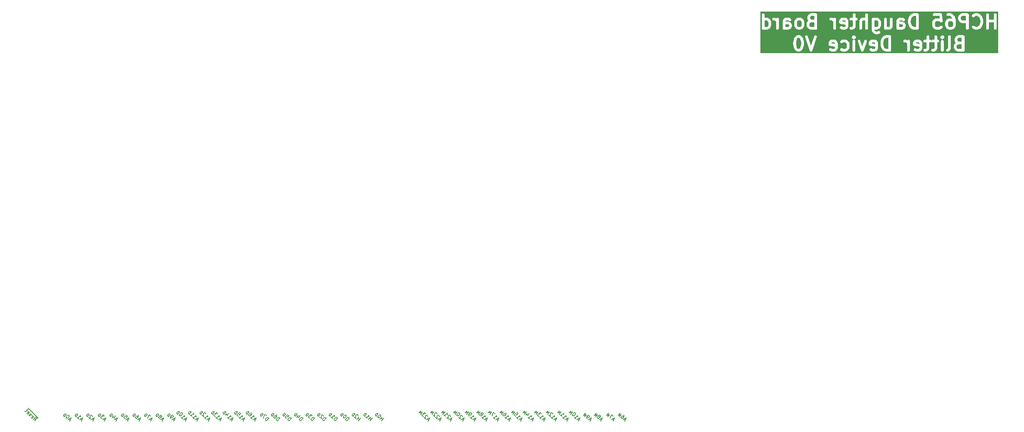
<source format=gbo>
%TF.GenerationSoftware,KiCad,Pcbnew,8.0.7*%
%TF.CreationDate,2025-02-22T21:18:32+02:00*%
%TF.ProjectId,Blitter Board,426c6974-7465-4722-9042-6f6172642e6b,V0*%
%TF.SameCoordinates,Original*%
%TF.FileFunction,Legend,Bot*%
%TF.FilePolarity,Positive*%
%FSLAX46Y46*%
G04 Gerber Fmt 4.6, Leading zero omitted, Abs format (unit mm)*
G04 Created by KiCad (PCBNEW 8.0.7) date 2025-02-22 21:18:32*
%MOMM*%
%LPD*%
G01*
G04 APERTURE LIST*
%ADD10C,0.200000*%
%ADD11C,0.600000*%
G04 APERTURE END LIST*
D10*
X111848218Y5010996D02*
X111578844Y5280370D01*
X111740468Y4795497D02*
X112117592Y5549744D01*
X112117592Y5549744D02*
X111363344Y5172621D01*
X110878471Y5657494D02*
X111201720Y5334245D01*
X111040096Y5495869D02*
X111605781Y6061555D01*
X111605781Y6061555D02*
X111578844Y5926868D01*
X111578844Y5926868D02*
X111578844Y5819118D01*
X111578844Y5819118D02*
X111605781Y5738306D01*
X111255595Y6411741D02*
X110905409Y6761927D01*
X110905409Y6761927D02*
X110878471Y6357866D01*
X110878471Y6357866D02*
X110797659Y6438678D01*
X110797659Y6438678D02*
X110716847Y6465616D01*
X110716847Y6465616D02*
X110662972Y6465616D01*
X110662972Y6465616D02*
X110582160Y6438678D01*
X110582160Y6438678D02*
X110447473Y6303991D01*
X110447473Y6303991D02*
X110420535Y6223179D01*
X110420535Y6223179D02*
X110420535Y6169304D01*
X110420535Y6169304D02*
X110447473Y6088492D01*
X110447473Y6088492D02*
X110609097Y5926868D01*
X110609097Y5926868D02*
X110689909Y5899930D01*
X110689909Y5899930D02*
X110743784Y5899930D01*
X110061729Y6349246D02*
X110514277Y6801795D01*
X110514277Y6801795D02*
X110040179Y6629395D01*
X110040179Y6629395D02*
X110212579Y7103494D01*
X110212579Y7103494D02*
X109760030Y6650945D01*
X73559656Y4876309D02*
X74125341Y5441995D01*
X73855967Y5172621D02*
X73532718Y5495869D01*
X73236407Y5199558D02*
X73802092Y5765243D01*
X72670722Y5765243D02*
X72993971Y5441994D01*
X72832346Y5603619D02*
X73398032Y6169304D01*
X73398032Y6169304D02*
X73371094Y6034617D01*
X73371094Y6034617D02*
X73371094Y5926868D01*
X73371094Y5926868D02*
X73398032Y5846056D01*
X72392728Y5918248D02*
X72845276Y6370796D01*
X72845276Y6370796D02*
X72737526Y6478546D01*
X72737526Y6478546D02*
X72651327Y6521646D01*
X72651327Y6521646D02*
X72565127Y6521646D01*
X72565127Y6521646D02*
X72500477Y6500096D01*
X72500477Y6500096D02*
X72392728Y6435446D01*
X72392728Y6435446D02*
X72328078Y6370796D01*
X72328078Y6370796D02*
X72263428Y6263047D01*
X72263428Y6263047D02*
X72241878Y6198397D01*
X72241878Y6198397D02*
X72241878Y6112197D01*
X72241878Y6112197D02*
X72284978Y6025998D01*
X72284978Y6025998D02*
X72392728Y5918248D01*
X50826656Y4876309D02*
X51392341Y5441995D01*
X51392341Y5441995D02*
X51257654Y5576682D01*
X51257654Y5576682D02*
X51149905Y5630556D01*
X51149905Y5630556D02*
X51042155Y5630556D01*
X51042155Y5630556D02*
X50961343Y5603619D01*
X50961343Y5603619D02*
X50826656Y5522807D01*
X50826656Y5522807D02*
X50745844Y5441995D01*
X50745844Y5441995D02*
X50665031Y5307308D01*
X50665031Y5307308D02*
X50638094Y5226495D01*
X50638094Y5226495D02*
X50638094Y5118746D01*
X50638094Y5118746D02*
X50691969Y5010996D01*
X50691969Y5010996D02*
X50826656Y4876309D01*
X50880531Y5953805D02*
X50503407Y6330929D01*
X50503407Y6330929D02*
X50180158Y5522807D01*
X49686665Y5891311D02*
X50139213Y6343859D01*
X50139213Y6343859D02*
X50031464Y6451609D01*
X50031464Y6451609D02*
X49945264Y6494708D01*
X49945264Y6494708D02*
X49859064Y6494708D01*
X49859064Y6494708D02*
X49794414Y6473159D01*
X49794414Y6473159D02*
X49686665Y6408509D01*
X49686665Y6408509D02*
X49622015Y6343859D01*
X49622015Y6343859D02*
X49557365Y6236109D01*
X49557365Y6236109D02*
X49535815Y6171460D01*
X49535815Y6171460D02*
X49535815Y6085260D01*
X49535815Y6085260D02*
X49578915Y5999060D01*
X49578915Y5999060D02*
X49686665Y5891311D01*
X55779656Y4876309D02*
X56345341Y5441995D01*
X56345341Y5441995D02*
X56210654Y5576682D01*
X56210654Y5576682D02*
X56102905Y5630556D01*
X56102905Y5630556D02*
X55995155Y5630556D01*
X55995155Y5630556D02*
X55914343Y5603619D01*
X55914343Y5603619D02*
X55779656Y5522807D01*
X55779656Y5522807D02*
X55698844Y5441995D01*
X55698844Y5441995D02*
X55618031Y5307308D01*
X55618031Y5307308D02*
X55591094Y5226495D01*
X55591094Y5226495D02*
X55591094Y5118746D01*
X55591094Y5118746D02*
X55644969Y5010996D01*
X55644969Y5010996D02*
X55779656Y4876309D01*
X55510282Y6277054D02*
X55779656Y6007680D01*
X55779656Y6007680D02*
X55537219Y5711369D01*
X55537219Y5711369D02*
X55537219Y5765243D01*
X55537219Y5765243D02*
X55510282Y5846056D01*
X55510282Y5846056D02*
X55375595Y5980743D01*
X55375595Y5980743D02*
X55294783Y6007680D01*
X55294783Y6007680D02*
X55240908Y6007680D01*
X55240908Y6007680D02*
X55160096Y5980743D01*
X55160096Y5980743D02*
X55025409Y5846056D01*
X55025409Y5846056D02*
X54998471Y5765243D01*
X54998471Y5765243D02*
X54998471Y5711369D01*
X54998471Y5711369D02*
X55025409Y5630556D01*
X55025409Y5630556D02*
X55160096Y5495869D01*
X55160096Y5495869D02*
X55240908Y5468932D01*
X55240908Y5468932D02*
X55294783Y5468932D01*
X54639665Y5891311D02*
X55092213Y6343859D01*
X55092213Y6343859D02*
X54984464Y6451609D01*
X54984464Y6451609D02*
X54898264Y6494708D01*
X54898264Y6494708D02*
X54812064Y6494708D01*
X54812064Y6494708D02*
X54747414Y6473159D01*
X54747414Y6473159D02*
X54639665Y6408509D01*
X54639665Y6408509D02*
X54575015Y6343859D01*
X54575015Y6343859D02*
X54510365Y6236109D01*
X54510365Y6236109D02*
X54488815Y6171460D01*
X54488815Y6171460D02*
X54488815Y6085260D01*
X54488815Y6085260D02*
X54531915Y5999060D01*
X54531915Y5999060D02*
X54639665Y5891311D01*
X91401218Y5010996D02*
X91131844Y5280370D01*
X91293468Y4795497D02*
X91670592Y5549744D01*
X91670592Y5549744D02*
X90916344Y5172621D01*
X91266531Y5846055D02*
X91266531Y5899930D01*
X91266531Y5899930D02*
X91239593Y5980742D01*
X91239593Y5980742D02*
X91104906Y6115429D01*
X91104906Y6115429D02*
X91024094Y6142367D01*
X91024094Y6142367D02*
X90970219Y6142367D01*
X90970219Y6142367D02*
X90889407Y6115429D01*
X90889407Y6115429D02*
X90835532Y6061555D01*
X90835532Y6061555D02*
X90781658Y5953805D01*
X90781658Y5953805D02*
X90781658Y5307307D01*
X90781658Y5307307D02*
X90431471Y5657494D01*
X89892723Y6196242D02*
X90215972Y5872993D01*
X90054348Y6034617D02*
X90620033Y6600303D01*
X90620033Y6600303D02*
X90593096Y6465616D01*
X90593096Y6465616D02*
X90593096Y6357866D01*
X90593096Y6357866D02*
X90620033Y6277054D01*
X89614729Y6349246D02*
X90067277Y6801795D01*
X90067277Y6801795D02*
X89593179Y6629395D01*
X89593179Y6629395D02*
X89765579Y7103494D01*
X89765579Y7103494D02*
X89313030Y6650945D01*
X22948218Y5010996D02*
X22678844Y5280370D01*
X22840468Y4795497D02*
X23217592Y5549744D01*
X23217592Y5549744D02*
X22463344Y5172621D01*
X22598032Y6169304D02*
X22705781Y6061555D01*
X22705781Y6061555D02*
X22732719Y5980742D01*
X22732719Y5980742D02*
X22732719Y5926868D01*
X22732719Y5926868D02*
X22705781Y5792181D01*
X22705781Y5792181D02*
X22624969Y5657494D01*
X22624969Y5657494D02*
X22409470Y5441994D01*
X22409470Y5441994D02*
X22328658Y5415057D01*
X22328658Y5415057D02*
X22274783Y5415057D01*
X22274783Y5415057D02*
X22193971Y5441994D01*
X22193971Y5441994D02*
X22086221Y5549744D01*
X22086221Y5549744D02*
X22059284Y5630556D01*
X22059284Y5630556D02*
X22059284Y5684431D01*
X22059284Y5684431D02*
X22086221Y5765243D01*
X22086221Y5765243D02*
X22220908Y5899930D01*
X22220908Y5899930D02*
X22301720Y5926868D01*
X22301720Y5926868D02*
X22355595Y5926868D01*
X22355595Y5926868D02*
X22436407Y5899930D01*
X22436407Y5899930D02*
X22544157Y5792181D01*
X22544157Y5792181D02*
X22571094Y5711368D01*
X22571094Y5711368D02*
X22571094Y5657494D01*
X22571094Y5657494D02*
X22544157Y5576681D01*
X21700477Y5810498D02*
X22153026Y6263047D01*
X22153026Y6263047D02*
X22045276Y6370796D01*
X22045276Y6370796D02*
X21959076Y6413896D01*
X21959076Y6413896D02*
X21872877Y6413896D01*
X21872877Y6413896D02*
X21808227Y6392346D01*
X21808227Y6392346D02*
X21700477Y6327696D01*
X21700477Y6327696D02*
X21635827Y6263047D01*
X21635827Y6263047D02*
X21571178Y6155297D01*
X21571178Y6155297D02*
X21549628Y6090647D01*
X21549628Y6090647D02*
X21549628Y6004448D01*
X21549628Y6004448D02*
X21592728Y5918248D01*
X21592728Y5918248D02*
X21700477Y5810498D01*
X124421218Y5010996D02*
X124151844Y5280370D01*
X124313468Y4795497D02*
X124690592Y5549744D01*
X124690592Y5549744D02*
X123936344Y5172621D01*
X123990219Y5765243D02*
X124071032Y5738306D01*
X124071032Y5738306D02*
X124124906Y5738306D01*
X124124906Y5738306D02*
X124205719Y5765243D01*
X124205719Y5765243D02*
X124232656Y5792181D01*
X124232656Y5792181D02*
X124259593Y5872993D01*
X124259593Y5872993D02*
X124259593Y5926868D01*
X124259593Y5926868D02*
X124232656Y6007680D01*
X124232656Y6007680D02*
X124124906Y6115429D01*
X124124906Y6115429D02*
X124044094Y6142367D01*
X124044094Y6142367D02*
X123990219Y6142367D01*
X123990219Y6142367D02*
X123909407Y6115429D01*
X123909407Y6115429D02*
X123882470Y6088492D01*
X123882470Y6088492D02*
X123855532Y6007680D01*
X123855532Y6007680D02*
X123855532Y5953805D01*
X123855532Y5953805D02*
X123882470Y5872993D01*
X123882470Y5872993D02*
X123990219Y5765243D01*
X123990219Y5765243D02*
X124017157Y5684431D01*
X124017157Y5684431D02*
X124017157Y5630556D01*
X124017157Y5630556D02*
X123990219Y5549744D01*
X123990219Y5549744D02*
X123882470Y5441994D01*
X123882470Y5441994D02*
X123801658Y5415057D01*
X123801658Y5415057D02*
X123747783Y5415057D01*
X123747783Y5415057D02*
X123666971Y5441994D01*
X123666971Y5441994D02*
X123559221Y5549744D01*
X123559221Y5549744D02*
X123532284Y5630556D01*
X123532284Y5630556D02*
X123532284Y5684431D01*
X123532284Y5684431D02*
X123559221Y5765243D01*
X123559221Y5765243D02*
X123666971Y5872993D01*
X123666971Y5872993D02*
X123747783Y5899930D01*
X123747783Y5899930D02*
X123801658Y5899930D01*
X123801658Y5899930D02*
X123882470Y5872993D01*
X123173477Y5810498D02*
X123626026Y6263047D01*
X123626026Y6263047D02*
X123151927Y6090647D01*
X123151927Y6090647D02*
X123324327Y6564746D01*
X123324327Y6564746D02*
X122871778Y6112197D01*
X68479656Y4876309D02*
X69045341Y5441995D01*
X69045341Y5441995D02*
X68910654Y5576682D01*
X68910654Y5576682D02*
X68802905Y5630556D01*
X68802905Y5630556D02*
X68695155Y5630556D01*
X68695155Y5630556D02*
X68614343Y5603619D01*
X68614343Y5603619D02*
X68479656Y5522807D01*
X68479656Y5522807D02*
X68398844Y5441995D01*
X68398844Y5441995D02*
X68318031Y5307308D01*
X68318031Y5307308D02*
X68291094Y5226495D01*
X68291094Y5226495D02*
X68291094Y5118746D01*
X68291094Y5118746D02*
X68344969Y5010996D01*
X68344969Y5010996D02*
X68479656Y4876309D01*
X68371906Y6115430D02*
X68318031Y6169304D01*
X68318031Y6169304D02*
X68237219Y6196242D01*
X68237219Y6196242D02*
X68183344Y6196242D01*
X68183344Y6196242D02*
X68102532Y6169304D01*
X68102532Y6169304D02*
X67967845Y6088492D01*
X67967845Y6088492D02*
X67833158Y5953805D01*
X67833158Y5953805D02*
X67752346Y5819118D01*
X67752346Y5819118D02*
X67725409Y5738306D01*
X67725409Y5738306D02*
X67725409Y5684431D01*
X67725409Y5684431D02*
X67752346Y5603619D01*
X67752346Y5603619D02*
X67806221Y5549744D01*
X67806221Y5549744D02*
X67887033Y5522807D01*
X67887033Y5522807D02*
X67940908Y5522807D01*
X67940908Y5522807D02*
X68021720Y5549744D01*
X68021720Y5549744D02*
X68156407Y5630556D01*
X68156407Y5630556D02*
X68291094Y5765243D01*
X68291094Y5765243D02*
X68371906Y5899930D01*
X68371906Y5899930D02*
X68398844Y5980743D01*
X68398844Y5980743D02*
X68398844Y6034617D01*
X68398844Y6034617D02*
X68371906Y6115430D01*
X67339665Y5891311D02*
X67792213Y6343859D01*
X67792213Y6343859D02*
X67684464Y6451609D01*
X67684464Y6451609D02*
X67598264Y6494708D01*
X67598264Y6494708D02*
X67512064Y6494708D01*
X67512064Y6494708D02*
X67447414Y6473159D01*
X67447414Y6473159D02*
X67339665Y6408509D01*
X67339665Y6408509D02*
X67275015Y6343859D01*
X67275015Y6343859D02*
X67210365Y6236109D01*
X67210365Y6236109D02*
X67188815Y6171460D01*
X67188815Y6171460D02*
X67188815Y6085260D01*
X67188815Y6085260D02*
X67231915Y5999060D01*
X67231915Y5999060D02*
X67339665Y5891311D01*
X48348218Y5010996D02*
X48078844Y5280370D01*
X48240468Y4795497D02*
X48617592Y5549744D01*
X48617592Y5549744D02*
X47863344Y5172621D01*
X47378471Y5657494D02*
X47701720Y5334245D01*
X47540096Y5495869D02*
X48105781Y6061555D01*
X48105781Y6061555D02*
X48078844Y5926868D01*
X48078844Y5926868D02*
X48078844Y5819118D01*
X48078844Y5819118D02*
X48105781Y5738306D01*
X47459283Y6708052D02*
X47567033Y6600303D01*
X47567033Y6600303D02*
X47593970Y6519491D01*
X47593970Y6519491D02*
X47593970Y6465616D01*
X47593970Y6465616D02*
X47567033Y6330929D01*
X47567033Y6330929D02*
X47486221Y6196242D01*
X47486221Y6196242D02*
X47270722Y5980743D01*
X47270722Y5980743D02*
X47189909Y5953805D01*
X47189909Y5953805D02*
X47136035Y5953805D01*
X47136035Y5953805D02*
X47055222Y5980743D01*
X47055222Y5980743D02*
X46947473Y6088492D01*
X46947473Y6088492D02*
X46920535Y6169304D01*
X46920535Y6169304D02*
X46920535Y6223179D01*
X46920535Y6223179D02*
X46947473Y6303991D01*
X46947473Y6303991D02*
X47082160Y6438678D01*
X47082160Y6438678D02*
X47162972Y6465616D01*
X47162972Y6465616D02*
X47216847Y6465616D01*
X47216847Y6465616D02*
X47297659Y6438678D01*
X47297659Y6438678D02*
X47405409Y6330929D01*
X47405409Y6330929D02*
X47432346Y6250117D01*
X47432346Y6250117D02*
X47432346Y6196242D01*
X47432346Y6196242D02*
X47405409Y6115430D01*
X46561729Y6349246D02*
X47014277Y6801795D01*
X47014277Y6801795D02*
X46906528Y6909544D01*
X46906528Y6909544D02*
X46820328Y6952644D01*
X46820328Y6952644D02*
X46734128Y6952644D01*
X46734128Y6952644D02*
X46669479Y6931094D01*
X46669479Y6931094D02*
X46561729Y6866445D01*
X46561729Y6866445D02*
X46497079Y6801795D01*
X46497079Y6801795D02*
X46432430Y6694045D01*
X46432430Y6694045D02*
X46410880Y6629395D01*
X46410880Y6629395D02*
X46410880Y6543196D01*
X46410880Y6543196D02*
X46453979Y6456996D01*
X46453979Y6456996D02*
X46561729Y6349246D01*
X99148218Y5010996D02*
X98878844Y5280370D01*
X99040468Y4795497D02*
X99417592Y5549744D01*
X99417592Y5549744D02*
X98663344Y5172621D01*
X98178471Y5657494D02*
X98501720Y5334245D01*
X98340096Y5495869D02*
X98905781Y6061555D01*
X98905781Y6061555D02*
X98878844Y5926868D01*
X98878844Y5926868D02*
X98878844Y5819118D01*
X98878844Y5819118D02*
X98905781Y5738306D01*
X98178471Y6303991D02*
X98259283Y6277054D01*
X98259283Y6277054D02*
X98313158Y6277054D01*
X98313158Y6277054D02*
X98393970Y6303991D01*
X98393970Y6303991D02*
X98420908Y6330929D01*
X98420908Y6330929D02*
X98447845Y6411741D01*
X98447845Y6411741D02*
X98447845Y6465616D01*
X98447845Y6465616D02*
X98420908Y6546428D01*
X98420908Y6546428D02*
X98313158Y6654178D01*
X98313158Y6654178D02*
X98232346Y6681115D01*
X98232346Y6681115D02*
X98178471Y6681115D01*
X98178471Y6681115D02*
X98097659Y6654178D01*
X98097659Y6654178D02*
X98070722Y6627240D01*
X98070722Y6627240D02*
X98043784Y6546428D01*
X98043784Y6546428D02*
X98043784Y6492553D01*
X98043784Y6492553D02*
X98070722Y6411741D01*
X98070722Y6411741D02*
X98178471Y6303991D01*
X98178471Y6303991D02*
X98205409Y6223179D01*
X98205409Y6223179D02*
X98205409Y6169304D01*
X98205409Y6169304D02*
X98178471Y6088492D01*
X98178471Y6088492D02*
X98070722Y5980743D01*
X98070722Y5980743D02*
X97989909Y5953805D01*
X97989909Y5953805D02*
X97936035Y5953805D01*
X97936035Y5953805D02*
X97855222Y5980743D01*
X97855222Y5980743D02*
X97747473Y6088492D01*
X97747473Y6088492D02*
X97720535Y6169304D01*
X97720535Y6169304D02*
X97720535Y6223179D01*
X97720535Y6223179D02*
X97747473Y6303991D01*
X97747473Y6303991D02*
X97855222Y6411741D01*
X97855222Y6411741D02*
X97936035Y6438678D01*
X97936035Y6438678D02*
X97989909Y6438678D01*
X97989909Y6438678D02*
X98070722Y6411741D01*
X97361729Y6349246D02*
X97814277Y6801795D01*
X97814277Y6801795D02*
X97340179Y6629395D01*
X97340179Y6629395D02*
X97512579Y7103494D01*
X97512579Y7103494D02*
X97060030Y6650945D01*
X-423592Y5199558D02*
X34343Y5280370D01*
X-100343Y4876309D02*
X465341Y5441995D01*
X465341Y5441995D02*
X249842Y5657494D01*
X249842Y5657494D02*
X169030Y5684431D01*
X169030Y5684431D02*
X115155Y5684431D01*
X115155Y5684431D02*
X34343Y5657494D01*
X34343Y5657494D02*
X-46468Y5576682D01*
X-46468Y5576682D02*
X-73406Y5495869D01*
X-73406Y5495869D02*
X-73406Y5441995D01*
X-73406Y5441995D02*
X-46468Y5361182D01*
X-46468Y5361182D02*
X169030Y5145683D01*
X-854590Y5684431D02*
X-827653Y5603619D01*
X-827653Y5603619D02*
X-719903Y5495869D01*
X-719903Y5495869D02*
X-639091Y5468932D01*
X-639091Y5468932D02*
X-558279Y5495869D01*
X-558279Y5495869D02*
X-342780Y5711369D01*
X-342780Y5711369D02*
X-315842Y5792181D01*
X-315842Y5792181D02*
X-342780Y5872993D01*
X-342780Y5872993D02*
X-450529Y5980743D01*
X-450529Y5980743D02*
X-531342Y6007680D01*
X-531342Y6007680D02*
X-612154Y5980743D01*
X-612154Y5980743D02*
X-666029Y5926868D01*
X-666029Y5926868D02*
X-450529Y5603619D01*
X-1097027Y5926868D02*
X-1177839Y5953805D01*
X-1177839Y5953805D02*
X-1285589Y6061555D01*
X-1285589Y6061555D02*
X-1312526Y6142367D01*
X-1312526Y6142367D02*
X-1285589Y6223179D01*
X-1285589Y6223179D02*
X-1258651Y6250116D01*
X-1258651Y6250116D02*
X-1177839Y6277054D01*
X-1177839Y6277054D02*
X-1097027Y6250116D01*
X-1097027Y6250116D02*
X-1016215Y6169304D01*
X-1016215Y6169304D02*
X-935402Y6142367D01*
X-935402Y6142367D02*
X-854590Y6169304D01*
X-854590Y6169304D02*
X-827653Y6196242D01*
X-827653Y6196242D02*
X-800715Y6277054D01*
X-800715Y6277054D02*
X-827653Y6357866D01*
X-827653Y6357866D02*
X-908465Y6438678D01*
X-908465Y6438678D02*
X-989277Y6465616D01*
X-1797399Y6627240D02*
X-1770462Y6546428D01*
X-1770462Y6546428D02*
X-1662712Y6438678D01*
X-1662712Y6438678D02*
X-1581900Y6411741D01*
X-1581900Y6411741D02*
X-1501088Y6438678D01*
X-1501088Y6438678D02*
X-1285589Y6654177D01*
X-1285589Y6654177D02*
X-1258651Y6734990D01*
X-1258651Y6734990D02*
X-1285589Y6815802D01*
X-1285589Y6815802D02*
X-1393338Y6923551D01*
X-1393338Y6923551D02*
X-1474150Y6950489D01*
X-1474150Y6950489D02*
X-1554963Y6923551D01*
X-1554963Y6923551D02*
X-1608837Y6869677D01*
X-1608837Y6869677D02*
X-1393338Y6546428D01*
X-1635775Y7165988D02*
X-1851274Y7381487D01*
X-1528025Y7435362D02*
X-2012898Y6950489D01*
X-2012898Y6950489D02*
X-2093710Y6923551D01*
X-2093710Y6923551D02*
X-2174523Y6950489D01*
X-2174523Y6950489D02*
X-2228397Y7004363D01*
X700505Y5520921D02*
X-1502973Y7724400D01*
X10248218Y5010996D02*
X9978844Y5280370D01*
X10140468Y4795497D02*
X10517592Y5549744D01*
X10517592Y5549744D02*
X9763344Y5172621D01*
X9278471Y5657494D02*
X9601720Y5334245D01*
X9440096Y5495869D02*
X10005781Y6061555D01*
X10005781Y6061555D02*
X9978844Y5926868D01*
X9978844Y5926868D02*
X9978844Y5819118D01*
X9978844Y5819118D02*
X10005781Y5738306D01*
X9000477Y5810498D02*
X9453026Y6263047D01*
X9453026Y6263047D02*
X9345276Y6370796D01*
X9345276Y6370796D02*
X9259076Y6413896D01*
X9259076Y6413896D02*
X9172877Y6413896D01*
X9172877Y6413896D02*
X9108227Y6392346D01*
X9108227Y6392346D02*
X9000477Y6327696D01*
X9000477Y6327696D02*
X8935827Y6263047D01*
X8935827Y6263047D02*
X8871178Y6155297D01*
X8871178Y6155297D02*
X8849628Y6090647D01*
X8849628Y6090647D02*
X8849628Y6004448D01*
X8849628Y6004448D02*
X8892728Y5918248D01*
X8892728Y5918248D02*
X9000477Y5810498D01*
D11*
G36*
X168007377Y89009012D02*
G01*
X168081386Y88935004D01*
X168187742Y88722291D01*
X168313656Y88218637D01*
X168313656Y87578216D01*
X168187742Y87074562D01*
X168081386Y86861849D01*
X168007377Y86787840D01*
X167828550Y86698426D01*
X167684477Y86698426D01*
X167505649Y86787840D01*
X167431641Y86861848D01*
X167325282Y87074564D01*
X167199370Y87578216D01*
X167199370Y88218636D01*
X167325282Y88722288D01*
X167431641Y88935004D01*
X167505650Y89009013D01*
X167684476Y89098426D01*
X167828550Y89098426D01*
X168007377Y89009012D01*
G37*
G36*
X175675764Y88031962D02*
G01*
X175742228Y87899035D01*
X175742228Y87764367D01*
X174927769Y87927259D01*
X174980120Y88031962D01*
X175113048Y88098426D01*
X175542837Y88098426D01*
X175675764Y88031962D01*
G37*
G36*
X184532907Y88031962D02*
G01*
X184599371Y87899035D01*
X184599371Y87764367D01*
X183784912Y87927259D01*
X183837263Y88031962D01*
X183970191Y88098426D01*
X184399980Y88098426D01*
X184532907Y88031962D01*
G37*
G36*
X187456514Y86698426D02*
G01*
X187090912Y86698426D01*
X186775710Y86803493D01*
X186574497Y87004706D01*
X186468141Y87217418D01*
X186342228Y87721073D01*
X186342228Y88075779D01*
X186468141Y88579434D01*
X186574497Y88792146D01*
X186775711Y88993359D01*
X187090911Y89098426D01*
X187456514Y89098426D01*
X187456514Y86698426D01*
G37*
G36*
X194247193Y88031962D02*
G01*
X194313657Y87899035D01*
X194313657Y87764367D01*
X193499198Y87927259D01*
X193551549Y88031962D01*
X193684477Y88098426D01*
X194114266Y88098426D01*
X194247193Y88031962D01*
G37*
G36*
X203599372Y86698426D02*
G01*
X202827335Y86698426D01*
X202648508Y86787840D01*
X202574499Y86861849D01*
X202485086Y87040675D01*
X202485086Y87327606D01*
X202574499Y87506433D01*
X202632854Y87564788D01*
X202948055Y87669855D01*
X203599372Y87669855D01*
X203599372Y86698426D01*
G37*
G36*
X203599372Y88269855D02*
G01*
X202970192Y88269855D01*
X202791365Y88359268D01*
X202717355Y88433277D01*
X202627943Y88612103D01*
X202627943Y88756178D01*
X202717355Y88935003D01*
X202791365Y89009012D01*
X202970192Y89098426D01*
X203599372Y89098426D01*
X203599372Y88269855D01*
G37*
G36*
X185078807Y92838845D02*
G01*
X185152816Y92764836D01*
X185242229Y92586010D01*
X185242229Y91870507D01*
X185152816Y91691681D01*
X185078807Y91617672D01*
X184899980Y91528258D01*
X184470193Y91528258D01*
X184413658Y91556525D01*
X184413658Y92899991D01*
X184470192Y92928258D01*
X184899980Y92928258D01*
X185078807Y92838845D01*
G37*
G36*
X160935948Y92838845D02*
G01*
X161009957Y92764836D01*
X161099370Y92586010D01*
X161099370Y91870507D01*
X161009957Y91691681D01*
X160935948Y91617672D01*
X160757121Y91528258D01*
X160327334Y91528258D01*
X160270799Y91556525D01*
X160270799Y92899991D01*
X160327333Y92928258D01*
X160757121Y92928258D01*
X160935948Y92838845D01*
G37*
G36*
X165604335Y92004651D02*
G01*
X165670799Y91871724D01*
X165670799Y91727650D01*
X165604335Y91594722D01*
X165471407Y91528258D01*
X164898763Y91528258D01*
X164842228Y91556525D01*
X164842228Y92071116D01*
X165471407Y92071116D01*
X165604335Y92004651D01*
G37*
G36*
X168221663Y92838845D02*
G01*
X168295672Y92764836D01*
X168385085Y92586010D01*
X168385085Y91870507D01*
X168295672Y91691681D01*
X168221663Y91617672D01*
X168042836Y91528258D01*
X167755906Y91528258D01*
X167577078Y91617672D01*
X167503070Y91691680D01*
X167413656Y91870508D01*
X167413656Y92586008D01*
X167503070Y92764836D01*
X167577079Y92838845D01*
X167755905Y92928258D01*
X168042836Y92928258D01*
X168221663Y92838845D01*
G37*
G36*
X171242228Y91528258D02*
G01*
X170470191Y91528258D01*
X170291364Y91617672D01*
X170217355Y91691681D01*
X170127942Y91870507D01*
X170127942Y92157438D01*
X170217355Y92336265D01*
X170275710Y92394620D01*
X170590911Y92499687D01*
X171242228Y92499687D01*
X171242228Y91528258D01*
G37*
G36*
X171242228Y93099687D02*
G01*
X170613048Y93099687D01*
X170434221Y93189100D01*
X170360211Y93263109D01*
X170270799Y93441935D01*
X170270799Y93586010D01*
X170360211Y93764835D01*
X170434221Y93838844D01*
X170613048Y93928258D01*
X171242228Y93928258D01*
X171242228Y93099687D01*
G37*
G36*
X178032907Y92861794D02*
G01*
X178099371Y92728867D01*
X178099371Y92594199D01*
X177284912Y92757091D01*
X177337263Y92861794D01*
X177470191Y92928258D01*
X177899980Y92928258D01*
X178032907Y92861794D01*
G37*
G36*
X190604337Y92004651D02*
G01*
X190670801Y91871724D01*
X190670801Y91727650D01*
X190604337Y91594722D01*
X190471409Y91528258D01*
X189898765Y91528258D01*
X189842230Y91556525D01*
X189842230Y92071116D01*
X190471409Y92071116D01*
X190604337Y92004651D01*
G37*
G36*
X193527944Y91528258D02*
G01*
X193162342Y91528258D01*
X192847140Y91633325D01*
X192645927Y91834538D01*
X192539571Y92047250D01*
X192413658Y92550905D01*
X192413658Y92905611D01*
X192539571Y93409266D01*
X192645927Y93621978D01*
X192847141Y93823191D01*
X193162341Y93928258D01*
X193527944Y93928258D01*
X193527944Y91528258D01*
G37*
G36*
X201507379Y92695988D02*
G01*
X201581388Y92621979D01*
X201670801Y92443153D01*
X201670801Y91870507D01*
X201581388Y91691681D01*
X201507379Y91617672D01*
X201328552Y91528258D01*
X200898765Y91528258D01*
X200719936Y91617672D01*
X200645927Y91691681D01*
X200556515Y91870507D01*
X200556515Y92443153D01*
X200645927Y92621978D01*
X200719938Y92695988D01*
X200898764Y92785401D01*
X201328552Y92785401D01*
X201507379Y92695988D01*
G37*
G36*
X204527944Y92956830D02*
G01*
X203755907Y92956830D01*
X203577079Y93046243D01*
X203503071Y93120252D01*
X203413658Y93299078D01*
X203413658Y93586010D01*
X203503071Y93764836D01*
X203577079Y93838844D01*
X203755907Y93928258D01*
X204527944Y93928258D01*
X204527944Y92956830D01*
G37*
G36*
X211604134Y85765093D02*
G01*
X159337466Y85765093D01*
X159337466Y88255569D01*
X166599370Y88255569D01*
X166599370Y87541284D01*
X166601378Y87510638D01*
X166601320Y87507135D01*
X166601771Y87504644D01*
X166601937Y87502126D01*
X166602841Y87498749D01*
X166608327Y87468523D01*
X166751184Y86897095D01*
X166757632Y86876995D01*
X166758683Y86871862D01*
X166761196Y86865887D01*
X166763172Y86859729D01*
X166765710Y86855156D01*
X166773899Y86835690D01*
X166916757Y86549977D01*
X166936565Y86516101D01*
X166942559Y86509340D01*
X166947079Y86501513D01*
X166972953Y86472009D01*
X167115810Y86329152D01*
X167145314Y86303278D01*
X167153139Y86298760D01*
X167159901Y86292764D01*
X167193777Y86272956D01*
X167479491Y86130098D01*
X167494434Y86123811D01*
X167498851Y86121262D01*
X167503382Y86120047D01*
X167515663Y86114882D01*
X167545288Y86108819D01*
X167574498Y86100993D01*
X167587792Y86100121D01*
X167592388Y86099181D01*
X167597478Y86099486D01*
X167613656Y86098426D01*
X167899370Y86098426D01*
X167915547Y86099486D01*
X167920637Y86099181D01*
X167925232Y86100121D01*
X167938528Y86100993D01*
X167967740Y86108820D01*
X167997362Y86114882D01*
X168009640Y86120046D01*
X168014175Y86121262D01*
X168018594Y86123813D01*
X168033534Y86130098D01*
X168319249Y86272956D01*
X168353125Y86292764D01*
X168359885Y86298758D01*
X168367713Y86303278D01*
X168397217Y86329152D01*
X168540074Y86472009D01*
X168565948Y86501513D01*
X168570467Y86509340D01*
X168576462Y86516101D01*
X168596270Y86549977D01*
X168739127Y86835691D01*
X168747312Y86855149D01*
X168749854Y86859728D01*
X168751832Y86865895D01*
X168754343Y86871863D01*
X168755392Y86876990D01*
X168761842Y86897094D01*
X168904699Y87468523D01*
X168910184Y87498750D01*
X168911089Y87502126D01*
X168911254Y87504643D01*
X168911706Y87507134D01*
X168911647Y87510638D01*
X168913656Y87541284D01*
X168913656Y88255569D01*
X168911647Y88286214D01*
X168911706Y88289719D01*
X168911254Y88292209D01*
X168911089Y88294727D01*
X168910184Y88298102D01*
X168904699Y88328330D01*
X168761842Y88899759D01*
X168755392Y88919862D01*
X168754343Y88924990D01*
X168751832Y88930957D01*
X168749854Y88937125D01*
X168747312Y88941703D01*
X168739127Y88961162D01*
X168596270Y89246876D01*
X168576462Y89280752D01*
X168570467Y89287512D01*
X168565948Y89295340D01*
X168540074Y89324844D01*
X168445225Y89419693D01*
X169171554Y89419693D01*
X169176246Y89341518D01*
X169186194Y89303558D01*
X170186194Y86303557D01*
X170187040Y86301480D01*
X170187255Y86300434D01*
X170188407Y86298128D01*
X170201012Y86267221D01*
X170212752Y86249438D01*
X170222279Y86230386D01*
X170234232Y86216905D01*
X170244163Y86201865D01*
X170260104Y86187728D01*
X170274238Y86171790D01*
X170289275Y86161861D01*
X170302759Y86149905D01*
X170321818Y86140375D01*
X170339594Y86128639D01*
X170356685Y86122941D01*
X170372807Y86114881D01*
X170393684Y86110608D01*
X170413891Y86103873D01*
X170431873Y86102793D01*
X170449532Y86099180D01*
X170470805Y86100457D01*
X170492066Y86099181D01*
X170509716Y86102792D01*
X170527707Y86103873D01*
X170547921Y86110611D01*
X170568791Y86114882D01*
X170584906Y86122939D01*
X170602004Y86128639D01*
X170619787Y86140380D01*
X170638839Y86149906D01*
X170652315Y86161856D01*
X170667360Y86171789D01*
X170681498Y86187733D01*
X170697435Y86201865D01*
X170707362Y86216901D01*
X170719319Y86230385D01*
X170728846Y86249441D01*
X170740586Y86267221D01*
X170753188Y86298124D01*
X170754343Y86300434D01*
X170754557Y86301482D01*
X170755404Y86303558D01*
X171310836Y87969855D01*
X174313657Y87969855D01*
X174313657Y87684141D01*
X174316224Y87644983D01*
X174318735Y87635610D01*
X174319360Y87625922D01*
X174328838Y87597904D01*
X174336493Y87569336D01*
X174341347Y87560928D01*
X174344457Y87551736D01*
X174360860Y87527131D01*
X174375651Y87501513D01*
X174382515Y87494649D01*
X174387899Y87486573D01*
X174410115Y87467048D01*
X174431029Y87446135D01*
X174439434Y87441281D01*
X174446725Y87434875D01*
X174473230Y87421769D01*
X174498852Y87406977D01*
X174508231Y87404463D01*
X174516928Y87400164D01*
X174554822Y87389967D01*
X175742228Y87152485D01*
X175742228Y86897818D01*
X175675764Y86764890D01*
X175542836Y86698426D01*
X175113049Y86698426D01*
X174890679Y86809612D01*
X174854507Y86824828D01*
X174777782Y86840529D01*
X174699607Y86835837D01*
X174625309Y86811071D01*
X174559954Y86767921D01*
X174507994Y86709325D01*
X174472970Y86639277D01*
X174457269Y86562552D01*
X174461961Y86484377D01*
X174486727Y86410079D01*
X174529877Y86344724D01*
X174588473Y86292764D01*
X174622349Y86272956D01*
X174908063Y86130098D01*
X174923006Y86123811D01*
X174927423Y86121262D01*
X174931954Y86120047D01*
X174944235Y86114882D01*
X174973860Y86108819D01*
X175003070Y86100993D01*
X175016364Y86100121D01*
X175020960Y86099181D01*
X175026050Y86099486D01*
X175042228Y86098426D01*
X175613657Y86098426D01*
X175629834Y86099486D01*
X175634925Y86099181D01*
X175639520Y86100121D01*
X175652815Y86100993D01*
X175682024Y86108819D01*
X175711650Y86114882D01*
X175723930Y86120047D01*
X175728462Y86121262D01*
X175732878Y86123811D01*
X175747822Y86130098D01*
X176033535Y86272956D01*
X176067411Y86292764D01*
X176080890Y86304716D01*
X176095932Y86314648D01*
X176110069Y86330591D01*
X176126007Y86344724D01*
X176135935Y86359761D01*
X176147891Y86373244D01*
X176167699Y86407120D01*
X176310556Y86692834D01*
X176316840Y86707773D01*
X176319392Y86712193D01*
X176320607Y86716727D01*
X176325772Y86729006D01*
X176331833Y86758627D01*
X176339661Y86787840D01*
X176340532Y86801135D01*
X176341473Y86805731D01*
X176341167Y86810820D01*
X176342228Y86826998D01*
X176342228Y87969855D01*
X176341167Y87986032D01*
X176341473Y87991122D01*
X176340532Y87995717D01*
X176339661Y88009013D01*
X176331833Y88038225D01*
X176325772Y88067847D01*
X176320607Y88080125D01*
X176319392Y88084660D01*
X176316840Y88089079D01*
X176310556Y88104019D01*
X176245414Y88234302D01*
X176885841Y88234302D01*
X176901542Y88157577D01*
X176936566Y88087529D01*
X176988525Y88028933D01*
X177053881Y87985782D01*
X177128178Y87961016D01*
X177206353Y87956324D01*
X177283078Y87972025D01*
X177319250Y87987241D01*
X177541620Y88098426D01*
X177971408Y88098426D01*
X178150235Y88009013D01*
X178224244Y87935004D01*
X178313657Y87756178D01*
X178313657Y87040675D01*
X178224244Y86861849D01*
X178150235Y86787840D01*
X177971408Y86698426D01*
X177541621Y86698426D01*
X177319251Y86809612D01*
X177283079Y86824828D01*
X177206354Y86840529D01*
X177128179Y86835837D01*
X177053881Y86811071D01*
X176988526Y86767921D01*
X176936566Y86709325D01*
X176901542Y86639277D01*
X176885841Y86562552D01*
X176890533Y86484377D01*
X176915299Y86410079D01*
X176958449Y86344724D01*
X177017045Y86292764D01*
X177050921Y86272956D01*
X177336635Y86130098D01*
X177351578Y86123811D01*
X177355995Y86121262D01*
X177360526Y86120047D01*
X177372807Y86114882D01*
X177402432Y86108819D01*
X177431642Y86100993D01*
X177444936Y86100121D01*
X177449532Y86099181D01*
X177454622Y86099486D01*
X177470800Y86098426D01*
X178042228Y86098426D01*
X178058405Y86099486D01*
X178063495Y86099181D01*
X178068090Y86100121D01*
X178081386Y86100993D01*
X178110598Y86108820D01*
X178140220Y86114882D01*
X178152498Y86120046D01*
X178157033Y86121262D01*
X178161452Y86123813D01*
X178176392Y86130098D01*
X178462107Y86272956D01*
X178495983Y86292764D01*
X178502743Y86298758D01*
X178510571Y86303278D01*
X178540075Y86329152D01*
X178682932Y86472009D01*
X178708806Y86501513D01*
X178713325Y86509340D01*
X178719320Y86516101D01*
X178739128Y86549977D01*
X178881985Y86835691D01*
X178888269Y86850630D01*
X178890821Y86855050D01*
X178892036Y86859584D01*
X178897201Y86871863D01*
X178903262Y86901484D01*
X178911090Y86930697D01*
X178911961Y86943992D01*
X178912902Y86948588D01*
X178912596Y86953677D01*
X178913657Y86969855D01*
X178913657Y87826998D01*
X178912596Y87843175D01*
X178912902Y87848265D01*
X178911961Y87852860D01*
X178911090Y87866156D01*
X178903262Y87895368D01*
X178897201Y87924990D01*
X178892036Y87937268D01*
X178890821Y87941803D01*
X178888269Y87946222D01*
X178881985Y87961162D01*
X178739128Y88246876D01*
X178719320Y88280752D01*
X178713325Y88287512D01*
X178708806Y88295340D01*
X178682932Y88324844D01*
X178609350Y88398426D01*
X179599371Y88398426D01*
X179599371Y86398426D01*
X179601938Y86359268D01*
X179622207Y86283621D01*
X179661365Y86215798D01*
X179716743Y86160420D01*
X179784566Y86121262D01*
X179860213Y86100993D01*
X179938529Y86100993D01*
X180014176Y86121262D01*
X180081999Y86160420D01*
X180137377Y86215798D01*
X180176535Y86283621D01*
X180196804Y86359268D01*
X180199371Y86398426D01*
X180199371Y88398426D01*
X180198394Y88413322D01*
X180742598Y88413322D01*
X180748953Y88335265D01*
X180759705Y88297525D01*
X181473990Y86297525D01*
X181489578Y86261512D01*
X181498074Y86249219D01*
X181504474Y86235710D01*
X181520253Y86217134D01*
X181534109Y86197089D01*
X181545499Y86187412D01*
X181555176Y86176022D01*
X181575221Y86162166D01*
X181593797Y86146387D01*
X181607306Y86139987D01*
X181619599Y86131491D01*
X181642545Y86123296D01*
X181664575Y86112861D01*
X181679281Y86110176D01*
X181693352Y86105151D01*
X181717637Y86103173D01*
X181741617Y86098796D01*
X181756514Y86100008D01*
X181771409Y86098796D01*
X181795382Y86103172D01*
X181819674Y86105150D01*
X181833749Y86110177D01*
X181848451Y86112861D01*
X181870478Y86123294D01*
X181893427Y86131491D01*
X181905719Y86139987D01*
X181919229Y86146387D01*
X181937804Y86162166D01*
X181957850Y86176022D01*
X181967526Y86187412D01*
X181978917Y86197089D01*
X181992772Y86217134D01*
X182008552Y86235710D01*
X182014951Y86249220D01*
X182023448Y86261512D01*
X182039036Y86297525D01*
X182636296Y87969855D01*
X183170800Y87969855D01*
X183170800Y87684141D01*
X183173367Y87644983D01*
X183175878Y87635610D01*
X183176503Y87625922D01*
X183185981Y87597904D01*
X183193636Y87569336D01*
X183198490Y87560928D01*
X183201600Y87551736D01*
X183218003Y87527131D01*
X183232794Y87501513D01*
X183239658Y87494649D01*
X183245042Y87486573D01*
X183267258Y87467048D01*
X183288172Y87446135D01*
X183296577Y87441281D01*
X183303868Y87434875D01*
X183330373Y87421769D01*
X183355995Y87406977D01*
X183365374Y87404463D01*
X183374071Y87400164D01*
X183411965Y87389967D01*
X184599371Y87152485D01*
X184599371Y86897818D01*
X184532907Y86764890D01*
X184399979Y86698426D01*
X183970192Y86698426D01*
X183747822Y86809612D01*
X183711650Y86824828D01*
X183634925Y86840529D01*
X183556750Y86835837D01*
X183482452Y86811071D01*
X183417097Y86767921D01*
X183365137Y86709325D01*
X183330113Y86639277D01*
X183314412Y86562552D01*
X183319104Y86484377D01*
X183343870Y86410079D01*
X183387020Y86344724D01*
X183445616Y86292764D01*
X183479492Y86272956D01*
X183765206Y86130098D01*
X183780149Y86123811D01*
X183784566Y86121262D01*
X183789097Y86120047D01*
X183801378Y86114882D01*
X183831003Y86108819D01*
X183860213Y86100993D01*
X183873507Y86100121D01*
X183878103Y86099181D01*
X183883193Y86099486D01*
X183899371Y86098426D01*
X184470800Y86098426D01*
X184486977Y86099486D01*
X184492068Y86099181D01*
X184496663Y86100121D01*
X184509958Y86100993D01*
X184539167Y86108819D01*
X184568793Y86114882D01*
X184581073Y86120047D01*
X184585605Y86121262D01*
X184590021Y86123811D01*
X184604965Y86130098D01*
X184890678Y86272956D01*
X184924554Y86292764D01*
X184938033Y86304716D01*
X184953075Y86314648D01*
X184967212Y86330591D01*
X184983150Y86344724D01*
X184993078Y86359761D01*
X185005034Y86373244D01*
X185024842Y86407120D01*
X185167699Y86692834D01*
X185173983Y86707773D01*
X185176535Y86712193D01*
X185177750Y86716727D01*
X185182915Y86729006D01*
X185188976Y86758627D01*
X185196804Y86787840D01*
X185197675Y86801135D01*
X185198616Y86805731D01*
X185198310Y86810820D01*
X185199371Y86826998D01*
X185199371Y87969855D01*
X185198310Y87986032D01*
X185198616Y87991122D01*
X185197675Y87995717D01*
X185196804Y88009013D01*
X185188976Y88038225D01*
X185182915Y88067847D01*
X185177750Y88080125D01*
X185176535Y88084660D01*
X185173983Y88089079D01*
X185167699Y88104019D01*
X185163352Y88112712D01*
X185742228Y88112712D01*
X185742228Y87684141D01*
X185744236Y87653495D01*
X185744178Y87649992D01*
X185744629Y87647501D01*
X185744795Y87644983D01*
X185745699Y87641606D01*
X185751185Y87611380D01*
X185894042Y87039952D01*
X185900491Y87019850D01*
X185901541Y87014720D01*
X185904052Y87008748D01*
X185906030Y87002586D01*
X185908569Y86998010D01*
X185916757Y86978548D01*
X186059614Y86692834D01*
X186079422Y86658958D01*
X186085419Y86652194D01*
X186089937Y86644370D01*
X186115810Y86614866D01*
X186401525Y86329152D01*
X186413711Y86318465D01*
X186417096Y86314648D01*
X186421012Y86312062D01*
X186431029Y86303278D01*
X186457213Y86288160D01*
X186482451Y86271497D01*
X186494789Y86266465D01*
X186498852Y86264120D01*
X186503777Y86262800D01*
X186518788Y86256679D01*
X186947359Y86113821D01*
X186985320Y86103873D01*
X186994342Y86103331D01*
X187003070Y86100993D01*
X187042228Y86098426D01*
X187756514Y86098426D01*
X187795672Y86100993D01*
X187871319Y86121262D01*
X187939142Y86160420D01*
X187994520Y86215798D01*
X188033678Y86283621D01*
X188053947Y86359268D01*
X188056514Y86398426D01*
X188056514Y88437584D01*
X190744795Y88437584D01*
X190744795Y88359268D01*
X190765064Y88283621D01*
X190804222Y88215798D01*
X190859600Y88160420D01*
X190927423Y88121262D01*
X191003070Y88100993D01*
X191042228Y88098426D01*
X191257122Y88098426D01*
X191435949Y88009013D01*
X191509958Y87935004D01*
X191599371Y87756178D01*
X191599371Y86398426D01*
X191601938Y86359268D01*
X191622207Y86283621D01*
X191661365Y86215798D01*
X191716743Y86160420D01*
X191784566Y86121262D01*
X191860213Y86100993D01*
X191938529Y86100993D01*
X192014176Y86121262D01*
X192081999Y86160420D01*
X192137377Y86215798D01*
X192176535Y86283621D01*
X192196804Y86359268D01*
X192199371Y86398426D01*
X192199371Y87969855D01*
X192885086Y87969855D01*
X192885086Y87684141D01*
X192887653Y87644983D01*
X192890164Y87635610D01*
X192890789Y87625922D01*
X192900267Y87597904D01*
X192907922Y87569336D01*
X192912776Y87560928D01*
X192915886Y87551736D01*
X192932289Y87527131D01*
X192947080Y87501513D01*
X192953944Y87494649D01*
X192959328Y87486573D01*
X192981544Y87467048D01*
X193002458Y87446135D01*
X193010863Y87441281D01*
X193018154Y87434875D01*
X193044659Y87421769D01*
X193070281Y87406977D01*
X193079660Y87404463D01*
X193088357Y87400164D01*
X193126251Y87389967D01*
X194313657Y87152485D01*
X194313657Y86897818D01*
X194247193Y86764890D01*
X194114265Y86698426D01*
X193684478Y86698426D01*
X193462108Y86809612D01*
X193425936Y86824828D01*
X193349211Y86840529D01*
X193271036Y86835837D01*
X193196738Y86811071D01*
X193131383Y86767921D01*
X193079423Y86709325D01*
X193044399Y86639277D01*
X193028698Y86562552D01*
X193033390Y86484377D01*
X193058156Y86410079D01*
X193101306Y86344724D01*
X193159902Y86292764D01*
X193193778Y86272956D01*
X193479492Y86130098D01*
X193494435Y86123811D01*
X193498852Y86121262D01*
X193503383Y86120047D01*
X193515664Y86114882D01*
X193545289Y86108819D01*
X193574499Y86100993D01*
X193587793Y86100121D01*
X193592389Y86099181D01*
X193597479Y86099486D01*
X193613657Y86098426D01*
X194185086Y86098426D01*
X194201263Y86099486D01*
X194206354Y86099181D01*
X194210949Y86100121D01*
X194224244Y86100993D01*
X194253453Y86108819D01*
X194283079Y86114882D01*
X194295359Y86120047D01*
X194299891Y86121262D01*
X194304307Y86123811D01*
X194319251Y86130098D01*
X194604964Y86272956D01*
X194638840Y86292764D01*
X194652319Y86304716D01*
X194667361Y86314648D01*
X194681498Y86330591D01*
X194697436Y86344724D01*
X194707364Y86359761D01*
X194719320Y86373244D01*
X194739128Y86407120D01*
X194881985Y86692834D01*
X194888269Y86707773D01*
X194890821Y86712193D01*
X194892036Y86716727D01*
X194897201Y86729006D01*
X194903262Y86758627D01*
X194911090Y86787840D01*
X194911961Y86801135D01*
X194912902Y86805731D01*
X194912596Y86810820D01*
X194913657Y86826998D01*
X194913657Y87969855D01*
X194912596Y87986032D01*
X194912902Y87991122D01*
X194911961Y87995717D01*
X194911090Y88009013D01*
X194903262Y88038225D01*
X194897201Y88067847D01*
X194892036Y88080125D01*
X194890821Y88084660D01*
X194888269Y88089079D01*
X194881985Y88104019D01*
X194739128Y88389733D01*
X194719320Y88423609D01*
X194707366Y88437089D01*
X194707039Y88437584D01*
X195173367Y88437584D01*
X195173367Y88359268D01*
X195193636Y88283621D01*
X195232794Y88215798D01*
X195288172Y88160420D01*
X195355995Y88121262D01*
X195431642Y88100993D01*
X195470800Y88098426D01*
X195885086Y88098426D01*
X195885086Y86897818D01*
X195818622Y86764890D01*
X195685694Y86698426D01*
X195470800Y86698426D01*
X195431642Y86695859D01*
X195355995Y86675590D01*
X195288172Y86636432D01*
X195232794Y86581054D01*
X195193636Y86513231D01*
X195173367Y86437584D01*
X195173367Y86359268D01*
X195193636Y86283621D01*
X195232794Y86215798D01*
X195288172Y86160420D01*
X195355995Y86121262D01*
X195431642Y86100993D01*
X195470800Y86098426D01*
X195756514Y86098426D01*
X195772691Y86099486D01*
X195777781Y86099181D01*
X195782376Y86100121D01*
X195795672Y86100993D01*
X195824884Y86108820D01*
X195854506Y86114882D01*
X195866784Y86120046D01*
X195871319Y86121262D01*
X195875738Y86123813D01*
X195890678Y86130098D01*
X196176393Y86272956D01*
X196210269Y86292764D01*
X196223748Y86304716D01*
X196238790Y86314648D01*
X196252927Y86330591D01*
X196268865Y86344724D01*
X196278793Y86359761D01*
X196290749Y86373244D01*
X196310557Y86407120D01*
X196453414Y86692834D01*
X196459698Y86707773D01*
X196462250Y86712193D01*
X196463465Y86716727D01*
X196468630Y86729006D01*
X196474691Y86758627D01*
X196482519Y86787840D01*
X196483390Y86801135D01*
X196484331Y86805731D01*
X196484025Y86810820D01*
X196485086Y86826998D01*
X196485086Y88098426D01*
X196613657Y88098426D01*
X196652815Y88100993D01*
X196728462Y88121262D01*
X196796285Y88160420D01*
X196851663Y88215798D01*
X196890821Y88283621D01*
X196899371Y88315532D01*
X196907922Y88283621D01*
X196947080Y88215798D01*
X197002458Y88160420D01*
X197070281Y88121262D01*
X197145928Y88100993D01*
X197185086Y88098426D01*
X197599372Y88098426D01*
X197599372Y86897818D01*
X197532908Y86764890D01*
X197399980Y86698426D01*
X197185086Y86698426D01*
X197145928Y86695859D01*
X197070281Y86675590D01*
X197002458Y86636432D01*
X196947080Y86581054D01*
X196907922Y86513231D01*
X196887653Y86437584D01*
X196887653Y86359268D01*
X196907922Y86283621D01*
X196947080Y86215798D01*
X197002458Y86160420D01*
X197070281Y86121262D01*
X197145928Y86100993D01*
X197185086Y86098426D01*
X197470800Y86098426D01*
X197486977Y86099486D01*
X197492067Y86099181D01*
X197496662Y86100121D01*
X197509958Y86100993D01*
X197539170Y86108820D01*
X197568792Y86114882D01*
X197581070Y86120046D01*
X197585605Y86121262D01*
X197590024Y86123813D01*
X197604964Y86130098D01*
X197890679Y86272956D01*
X197924555Y86292764D01*
X197938034Y86304716D01*
X197953076Y86314648D01*
X197967213Y86330591D01*
X197983151Y86344724D01*
X197993079Y86359761D01*
X198005035Y86373244D01*
X198024843Y86407120D01*
X198167700Y86692834D01*
X198173984Y86707773D01*
X198176536Y86712193D01*
X198177751Y86716727D01*
X198182916Y86729006D01*
X198188977Y86758627D01*
X198196805Y86787840D01*
X198197676Y86801135D01*
X198198617Y86805731D01*
X198198311Y86810820D01*
X198199372Y86826998D01*
X198199372Y88098426D01*
X198327943Y88098426D01*
X198367101Y88100993D01*
X198442748Y88121262D01*
X198510571Y88160420D01*
X198565949Y88215798D01*
X198605107Y88283621D01*
X198625376Y88359268D01*
X198625376Y88398426D01*
X199027943Y88398426D01*
X199027943Y86398426D01*
X199030510Y86359268D01*
X199050779Y86283621D01*
X199089937Y86215798D01*
X199145315Y86160420D01*
X199213138Y86121262D01*
X199288785Y86100993D01*
X199367101Y86100993D01*
X199442748Y86121262D01*
X199510571Y86160420D01*
X199565949Y86215798D01*
X199605107Y86283621D01*
X199625376Y86359268D01*
X199626549Y86377159D01*
X200171555Y86377159D01*
X200187256Y86300434D01*
X200222280Y86230386D01*
X200274240Y86171790D01*
X200339595Y86128639D01*
X200413892Y86103873D01*
X200492067Y86099181D01*
X200568792Y86114882D01*
X200604964Y86130098D01*
X200890679Y86272956D01*
X200924555Y86292764D01*
X200938034Y86304716D01*
X200953076Y86314648D01*
X200967213Y86330591D01*
X200983151Y86344724D01*
X200993079Y86359761D01*
X201005035Y86373244D01*
X201024843Y86407120D01*
X201167700Y86692834D01*
X201173984Y86707773D01*
X201176536Y86712193D01*
X201177751Y86716727D01*
X201182916Y86729006D01*
X201188977Y86758627D01*
X201196805Y86787840D01*
X201197676Y86801135D01*
X201198617Y86805731D01*
X201198311Y86810820D01*
X201199372Y86826998D01*
X201199372Y87398426D01*
X201885086Y87398426D01*
X201885086Y86969855D01*
X201886146Y86953677D01*
X201885841Y86948588D01*
X201886781Y86943992D01*
X201887653Y86930697D01*
X201895480Y86901484D01*
X201901542Y86871863D01*
X201906706Y86859584D01*
X201907922Y86855050D01*
X201910473Y86850630D01*
X201916758Y86835691D01*
X202059615Y86549977D01*
X202079423Y86516101D01*
X202085417Y86509340D01*
X202089937Y86501513D01*
X202115811Y86472009D01*
X202258668Y86329152D01*
X202288172Y86303278D01*
X202295999Y86298758D01*
X202302760Y86292764D01*
X202336636Y86272956D01*
X202622350Y86130098D01*
X202637293Y86123811D01*
X202641710Y86121262D01*
X202646241Y86120047D01*
X202658522Y86114882D01*
X202688146Y86108819D01*
X202717357Y86100993D01*
X202730652Y86100121D01*
X202735248Y86099181D01*
X202740337Y86099486D01*
X202756515Y86098426D01*
X203899372Y86098426D01*
X203938530Y86100993D01*
X204014177Y86121262D01*
X204082000Y86160420D01*
X204137378Y86215798D01*
X204176536Y86283621D01*
X204196805Y86359268D01*
X204199372Y86398426D01*
X204199372Y89398426D01*
X204196805Y89437584D01*
X204176536Y89513231D01*
X204137378Y89581054D01*
X204082000Y89636432D01*
X204014177Y89675590D01*
X203938530Y89695859D01*
X203899372Y89698426D01*
X202899372Y89698426D01*
X202883194Y89697365D01*
X202878105Y89697671D01*
X202873509Y89696730D01*
X202860214Y89695859D01*
X202831001Y89688031D01*
X202801380Y89681970D01*
X202789101Y89676805D01*
X202784567Y89675590D01*
X202780147Y89673038D01*
X202765208Y89666754D01*
X202479494Y89523897D01*
X202445618Y89504089D01*
X202438855Y89498092D01*
X202431031Y89493575D01*
X202401527Y89467702D01*
X202258669Y89324845D01*
X202232795Y89295341D01*
X202228275Y89287513D01*
X202222280Y89280752D01*
X202202472Y89246876D01*
X202059615Y88961162D01*
X202053330Y88946222D01*
X202050779Y88941803D01*
X202049563Y88937268D01*
X202044399Y88924990D01*
X202038337Y88895368D01*
X202030510Y88866156D01*
X202029638Y88852860D01*
X202028698Y88848265D01*
X202029003Y88843175D01*
X202027943Y88826998D01*
X202027943Y88541284D01*
X202029003Y88525107D01*
X202028698Y88520018D01*
X202029638Y88515422D01*
X202030510Y88502126D01*
X202038337Y88472912D01*
X202044399Y88443292D01*
X202049563Y88431013D01*
X202050779Y88426479D01*
X202053330Y88422059D01*
X202059615Y88407120D01*
X202202472Y88121405D01*
X202222280Y88087529D01*
X202228275Y88080767D01*
X202232795Y88072940D01*
X202258669Y88043436D01*
X202260962Y88041142D01*
X202258668Y88039130D01*
X202115811Y87896273D01*
X202089937Y87866769D01*
X202085417Y87858941D01*
X202079423Y87852181D01*
X202059615Y87818305D01*
X201916758Y87532590D01*
X201910473Y87517650D01*
X201907922Y87513231D01*
X201906706Y87508696D01*
X201901542Y87496418D01*
X201895480Y87466797D01*
X201887653Y87437584D01*
X201886781Y87424287D01*
X201885841Y87419692D01*
X201886146Y87414602D01*
X201885086Y87398426D01*
X201199372Y87398426D01*
X201199372Y89398426D01*
X201196805Y89437584D01*
X201176536Y89513231D01*
X201137378Y89581054D01*
X201082000Y89636432D01*
X201014177Y89675590D01*
X200938530Y89695859D01*
X200860214Y89695859D01*
X200784567Y89675590D01*
X200716744Y89636432D01*
X200661366Y89581054D01*
X200622208Y89513231D01*
X200601939Y89437584D01*
X200599372Y89398426D01*
X200599372Y86897818D01*
X200532908Y86764890D01*
X200336636Y86666754D01*
X200302760Y86646946D01*
X200244164Y86594986D01*
X200201013Y86529631D01*
X200176247Y86455334D01*
X200171555Y86377159D01*
X199626549Y86377159D01*
X199627943Y86398426D01*
X199627943Y88398426D01*
X199625376Y88437584D01*
X199605107Y88513231D01*
X199565949Y88581054D01*
X199510571Y88636432D01*
X199442748Y88675590D01*
X199367101Y88695859D01*
X199288785Y88695859D01*
X199213138Y88675590D01*
X199145315Y88636432D01*
X199089937Y88581054D01*
X199050779Y88513231D01*
X199030510Y88437584D01*
X199027943Y88398426D01*
X198625376Y88398426D01*
X198625376Y88437584D01*
X198605107Y88513231D01*
X198565949Y88581054D01*
X198510571Y88636432D01*
X198442748Y88675590D01*
X198367101Y88695859D01*
X198327943Y88698426D01*
X198199372Y88698426D01*
X198199372Y89294727D01*
X198887653Y89294727D01*
X198887653Y89216411D01*
X198907922Y89140764D01*
X198947080Y89072941D01*
X198972954Y89043437D01*
X199115811Y88900580D01*
X199145314Y88874707D01*
X199145315Y88874706D01*
X199213138Y88835548D01*
X199288785Y88815279D01*
X199367101Y88815279D01*
X199442748Y88835548D01*
X199510571Y88874706D01*
X199510572Y88874707D01*
X199540075Y88900580D01*
X199682932Y89043437D01*
X199708806Y89072941D01*
X199747964Y89140764D01*
X199768233Y89216411D01*
X199768233Y89294727D01*
X199747964Y89370374D01*
X199708806Y89438197D01*
X199682932Y89467701D01*
X199540075Y89610558D01*
X199510571Y89636432D01*
X199442748Y89675590D01*
X199367101Y89695859D01*
X199288785Y89695859D01*
X199213138Y89675590D01*
X199145315Y89636432D01*
X199115811Y89610558D01*
X198972954Y89467701D01*
X198947080Y89438197D01*
X198907922Y89370374D01*
X198887653Y89294727D01*
X198199372Y89294727D01*
X198199372Y89398426D01*
X198196805Y89437584D01*
X198176536Y89513231D01*
X198137378Y89581054D01*
X198082000Y89636432D01*
X198014177Y89675590D01*
X197938530Y89695859D01*
X197860214Y89695859D01*
X197784567Y89675590D01*
X197716744Y89636432D01*
X197661366Y89581054D01*
X197622208Y89513231D01*
X197601939Y89437584D01*
X197599372Y89398426D01*
X197599372Y88698426D01*
X197185086Y88698426D01*
X197145928Y88695859D01*
X197070281Y88675590D01*
X197002458Y88636432D01*
X196947080Y88581054D01*
X196907922Y88513231D01*
X196899371Y88481319D01*
X196890821Y88513231D01*
X196851663Y88581054D01*
X196796285Y88636432D01*
X196728462Y88675590D01*
X196652815Y88695859D01*
X196613657Y88698426D01*
X196485086Y88698426D01*
X196485086Y89398426D01*
X196482519Y89437584D01*
X196462250Y89513231D01*
X196423092Y89581054D01*
X196367714Y89636432D01*
X196299891Y89675590D01*
X196224244Y89695859D01*
X196145928Y89695859D01*
X196070281Y89675590D01*
X196002458Y89636432D01*
X195947080Y89581054D01*
X195907922Y89513231D01*
X195887653Y89437584D01*
X195885086Y89398426D01*
X195885086Y88698426D01*
X195470800Y88698426D01*
X195431642Y88695859D01*
X195355995Y88675590D01*
X195288172Y88636432D01*
X195232794Y88581054D01*
X195193636Y88513231D01*
X195173367Y88437584D01*
X194707039Y88437584D01*
X194697436Y88452130D01*
X194681495Y88466264D01*
X194667361Y88482205D01*
X194652320Y88492135D01*
X194638840Y88504089D01*
X194604964Y88523897D01*
X194319250Y88666754D01*
X194304310Y88673038D01*
X194299891Y88675590D01*
X194295356Y88676805D01*
X194283078Y88681970D01*
X194253456Y88688031D01*
X194224244Y88695859D01*
X194210948Y88696730D01*
X194206353Y88697671D01*
X194201263Y88697365D01*
X194185086Y88698426D01*
X193613657Y88698426D01*
X193597479Y88697365D01*
X193592390Y88697671D01*
X193587794Y88696730D01*
X193574499Y88695859D01*
X193545286Y88688031D01*
X193515665Y88681970D01*
X193503386Y88676805D01*
X193498852Y88675590D01*
X193494432Y88673038D01*
X193479493Y88666754D01*
X193193779Y88523897D01*
X193159903Y88504089D01*
X193146422Y88492135D01*
X193131382Y88482205D01*
X193117247Y88466264D01*
X193101307Y88452130D01*
X193091376Y88437089D01*
X193079423Y88423609D01*
X193059615Y88389733D01*
X192916758Y88104019D01*
X192910473Y88089079D01*
X192907922Y88084660D01*
X192906706Y88080125D01*
X192901542Y88067847D01*
X192895480Y88038225D01*
X192887653Y88009013D01*
X192886781Y87995717D01*
X192885841Y87991122D01*
X192886146Y87986032D01*
X192885086Y87969855D01*
X192199371Y87969855D01*
X192199371Y88398426D01*
X192196804Y88437584D01*
X192176535Y88513231D01*
X192137377Y88581054D01*
X192081999Y88636432D01*
X192014176Y88675590D01*
X191938529Y88695859D01*
X191860213Y88695859D01*
X191784566Y88675590D01*
X191716743Y88636432D01*
X191661365Y88581054D01*
X191655124Y88570245D01*
X191462106Y88666754D01*
X191447166Y88673038D01*
X191442747Y88675590D01*
X191438212Y88676805D01*
X191425934Y88681970D01*
X191396313Y88688031D01*
X191367100Y88695859D01*
X191353803Y88696730D01*
X191349208Y88697671D01*
X191344118Y88697365D01*
X191327942Y88698426D01*
X191042228Y88698426D01*
X191003070Y88695859D01*
X190927423Y88675590D01*
X190859600Y88636432D01*
X190804222Y88581054D01*
X190765064Y88513231D01*
X190744795Y88437584D01*
X188056514Y88437584D01*
X188056514Y89398426D01*
X188053947Y89437584D01*
X188033678Y89513231D01*
X187994520Y89581054D01*
X187939142Y89636432D01*
X187871319Y89675590D01*
X187795672Y89695859D01*
X187756514Y89698426D01*
X187042228Y89698426D01*
X187003070Y89695859D01*
X186994338Y89693519D01*
X186985319Y89692978D01*
X186947359Y89683031D01*
X186518789Y89540174D01*
X186503779Y89534053D01*
X186498852Y89532733D01*
X186494787Y89530386D01*
X186482452Y89525356D01*
X186457218Y89508695D01*
X186431029Y89493575D01*
X186421012Y89484790D01*
X186417096Y89482205D01*
X186413711Y89478388D01*
X186401525Y89467701D01*
X186115810Y89181987D01*
X186089937Y89152483D01*
X186085419Y89144658D01*
X186079422Y89137895D01*
X186059614Y89104019D01*
X185916757Y88818305D01*
X185908569Y88798842D01*
X185906030Y88794267D01*
X185904052Y88788104D01*
X185901541Y88782133D01*
X185900491Y88777002D01*
X185894042Y88756901D01*
X185751185Y88185473D01*
X185745699Y88155246D01*
X185744795Y88151870D01*
X185744629Y88149351D01*
X185744178Y88146861D01*
X185744236Y88143357D01*
X185742228Y88112712D01*
X185163352Y88112712D01*
X185024842Y88389733D01*
X185005034Y88423609D01*
X184993080Y88437089D01*
X184983150Y88452130D01*
X184967209Y88466264D01*
X184953075Y88482205D01*
X184938034Y88492135D01*
X184924554Y88504089D01*
X184890678Y88523897D01*
X184604964Y88666754D01*
X184590024Y88673038D01*
X184585605Y88675590D01*
X184581070Y88676805D01*
X184568792Y88681970D01*
X184539170Y88688031D01*
X184509958Y88695859D01*
X184496662Y88696730D01*
X184492067Y88697671D01*
X184486977Y88697365D01*
X184470800Y88698426D01*
X183899371Y88698426D01*
X183883193Y88697365D01*
X183878104Y88697671D01*
X183873508Y88696730D01*
X183860213Y88695859D01*
X183831000Y88688031D01*
X183801379Y88681970D01*
X183789100Y88676805D01*
X183784566Y88675590D01*
X183780146Y88673038D01*
X183765207Y88666754D01*
X183479493Y88523897D01*
X183445617Y88504089D01*
X183432136Y88492135D01*
X183417096Y88482205D01*
X183402961Y88466264D01*
X183387021Y88452130D01*
X183377090Y88437089D01*
X183365137Y88423609D01*
X183345329Y88389733D01*
X183202472Y88104019D01*
X183196187Y88089079D01*
X183193636Y88084660D01*
X183192420Y88080125D01*
X183187256Y88067847D01*
X183181194Y88038225D01*
X183173367Y88009013D01*
X183172495Y87995717D01*
X183171555Y87991122D01*
X183171860Y87986032D01*
X183170800Y87969855D01*
X182636296Y87969855D01*
X182753321Y88297525D01*
X182764074Y88335265D01*
X182770429Y88413322D01*
X182756364Y88490364D01*
X182722837Y88561142D01*
X182672136Y88620830D01*
X182607713Y88665361D01*
X182533960Y88691701D01*
X182455903Y88698056D01*
X182378861Y88683990D01*
X182308083Y88650464D01*
X182248395Y88599763D01*
X182203864Y88535340D01*
X182188276Y88499327D01*
X181756513Y87290391D01*
X181324751Y88499327D01*
X181309163Y88535340D01*
X181264632Y88599763D01*
X181204944Y88650464D01*
X181134166Y88683991D01*
X181057124Y88698056D01*
X180979067Y88691701D01*
X180905314Y88665361D01*
X180840891Y88620830D01*
X180790190Y88561142D01*
X180756663Y88490364D01*
X180742598Y88413322D01*
X180198394Y88413322D01*
X180196804Y88437584D01*
X180176535Y88513231D01*
X180137377Y88581054D01*
X180081999Y88636432D01*
X180014176Y88675590D01*
X179938529Y88695859D01*
X179860213Y88695859D01*
X179784566Y88675590D01*
X179716743Y88636432D01*
X179661365Y88581054D01*
X179622207Y88513231D01*
X179601938Y88437584D01*
X179599371Y88398426D01*
X178609350Y88398426D01*
X178540075Y88467701D01*
X178510571Y88493575D01*
X178502743Y88498094D01*
X178495983Y88504089D01*
X178462107Y88523897D01*
X178176392Y88666754D01*
X178161452Y88673038D01*
X178157033Y88675590D01*
X178152498Y88676805D01*
X178140220Y88681970D01*
X178110599Y88688031D01*
X178081386Y88695859D01*
X178068089Y88696730D01*
X178063494Y88697671D01*
X178058404Y88697365D01*
X178042228Y88698426D01*
X177470800Y88698426D01*
X177454622Y88697365D01*
X177449533Y88697671D01*
X177444937Y88696730D01*
X177431642Y88695859D01*
X177402429Y88688031D01*
X177372808Y88681970D01*
X177360529Y88676805D01*
X177355995Y88675590D01*
X177351575Y88673038D01*
X177336636Y88666754D01*
X177050922Y88523897D01*
X177017046Y88504089D01*
X176958450Y88452130D01*
X176915299Y88386774D01*
X176890533Y88312477D01*
X176885841Y88234302D01*
X176245414Y88234302D01*
X176167699Y88389733D01*
X176147891Y88423609D01*
X176135937Y88437089D01*
X176126007Y88452130D01*
X176110066Y88466264D01*
X176095932Y88482205D01*
X176080891Y88492135D01*
X176067411Y88504089D01*
X176033535Y88523897D01*
X175747821Y88666754D01*
X175732881Y88673038D01*
X175728462Y88675590D01*
X175723927Y88676805D01*
X175711649Y88681970D01*
X175682027Y88688031D01*
X175652815Y88695859D01*
X175639519Y88696730D01*
X175634924Y88697671D01*
X175629834Y88697365D01*
X175613657Y88698426D01*
X175042228Y88698426D01*
X175026050Y88697365D01*
X175020961Y88697671D01*
X175016365Y88696730D01*
X175003070Y88695859D01*
X174973857Y88688031D01*
X174944236Y88681970D01*
X174931957Y88676805D01*
X174927423Y88675590D01*
X174923003Y88673038D01*
X174908064Y88666754D01*
X174622350Y88523897D01*
X174588474Y88504089D01*
X174574993Y88492135D01*
X174559953Y88482205D01*
X174545818Y88466264D01*
X174529878Y88452130D01*
X174519947Y88437089D01*
X174507994Y88423609D01*
X174488186Y88389733D01*
X174345329Y88104019D01*
X174339044Y88089079D01*
X174336493Y88084660D01*
X174335277Y88080125D01*
X174330113Y88067847D01*
X174324051Y88038225D01*
X174316224Y88009013D01*
X174315352Y87995717D01*
X174314412Y87991122D01*
X174314717Y87986032D01*
X174313657Y87969855D01*
X171310836Y87969855D01*
X171752460Y89294727D01*
X179459081Y89294727D01*
X179459081Y89216411D01*
X179479350Y89140764D01*
X179518508Y89072941D01*
X179544382Y89043437D01*
X179687239Y88900580D01*
X179716742Y88874707D01*
X179716743Y88874706D01*
X179784566Y88835548D01*
X179860213Y88815279D01*
X179938529Y88815279D01*
X180014176Y88835548D01*
X180081999Y88874706D01*
X180082000Y88874707D01*
X180111503Y88900580D01*
X180254360Y89043437D01*
X180280234Y89072941D01*
X180319392Y89140764D01*
X180339661Y89216411D01*
X180339661Y89294727D01*
X180319392Y89370374D01*
X180280234Y89438197D01*
X180254360Y89467701D01*
X180111503Y89610558D01*
X180081999Y89636432D01*
X180014176Y89675590D01*
X179938529Y89695859D01*
X179860213Y89695859D01*
X179784566Y89675590D01*
X179716743Y89636432D01*
X179687239Y89610558D01*
X179544382Y89467701D01*
X179518508Y89438197D01*
X179479350Y89370374D01*
X179459081Y89294727D01*
X171752460Y89294727D01*
X171755404Y89303558D01*
X171765352Y89341518D01*
X171770044Y89419693D01*
X171754343Y89496418D01*
X171719319Y89566467D01*
X171667360Y89625063D01*
X171602004Y89668213D01*
X171527707Y89692979D01*
X171449532Y89697672D01*
X171372807Y89681971D01*
X171302759Y89646947D01*
X171244163Y89594987D01*
X171201012Y89529631D01*
X171186194Y89493295D01*
X170470798Y87347109D01*
X169755404Y89493294D01*
X169740586Y89529631D01*
X169697435Y89594987D01*
X169638839Y89646946D01*
X169568791Y89681970D01*
X169492066Y89697671D01*
X169413891Y89692979D01*
X169339594Y89668213D01*
X169274238Y89625062D01*
X169222279Y89566466D01*
X169187255Y89496418D01*
X169171554Y89419693D01*
X168445225Y89419693D01*
X168397217Y89467701D01*
X168367713Y89493575D01*
X168359885Y89498094D01*
X168353125Y89504089D01*
X168319249Y89523897D01*
X168033534Y89666754D01*
X168018594Y89673038D01*
X168014175Y89675590D01*
X168009640Y89676805D01*
X167997362Y89681970D01*
X167967741Y89688031D01*
X167938528Y89695859D01*
X167925231Y89696730D01*
X167920636Y89697671D01*
X167915546Y89697365D01*
X167899370Y89698426D01*
X167613656Y89698426D01*
X167597478Y89697365D01*
X167592389Y89697671D01*
X167587793Y89696730D01*
X167574498Y89695859D01*
X167545285Y89688031D01*
X167515664Y89681970D01*
X167503385Y89676805D01*
X167498851Y89675590D01*
X167494431Y89673038D01*
X167479492Y89666754D01*
X167193778Y89523897D01*
X167159902Y89504089D01*
X167153141Y89498094D01*
X167145314Y89493575D01*
X167115810Y89467701D01*
X166972953Y89324844D01*
X166947079Y89295340D01*
X166942559Y89287512D01*
X166936565Y89280752D01*
X166916757Y89246876D01*
X166773899Y88961163D01*
X166765710Y88941696D01*
X166763172Y88937124D01*
X166761196Y88930965D01*
X166758683Y88924991D01*
X166757632Y88919857D01*
X166751184Y88899758D01*
X166608327Y88328330D01*
X166602841Y88298103D01*
X166601937Y88294727D01*
X166601771Y88292208D01*
X166601320Y88289718D01*
X166601378Y88286214D01*
X166599370Y88255569D01*
X159337466Y88255569D01*
X159337466Y94228258D01*
X159670799Y94228258D01*
X159670799Y91228258D01*
X159673366Y91189100D01*
X159693635Y91113453D01*
X159732793Y91045630D01*
X159788171Y90990252D01*
X159855994Y90951094D01*
X159931641Y90930825D01*
X160009957Y90930825D01*
X160085604Y90951094D01*
X160110858Y90965674D01*
X160122348Y90959930D01*
X160137291Y90953643D01*
X160141708Y90951094D01*
X160146239Y90949879D01*
X160158520Y90944714D01*
X160188145Y90938651D01*
X160217355Y90930825D01*
X160230649Y90929953D01*
X160235245Y90929013D01*
X160240335Y90929318D01*
X160256513Y90928258D01*
X160827941Y90928258D01*
X160844118Y90929318D01*
X160849208Y90929013D01*
X160853803Y90929953D01*
X160867099Y90930825D01*
X160896311Y90938652D01*
X160925933Y90944714D01*
X160938211Y90949878D01*
X160942746Y90951094D01*
X160947165Y90953645D01*
X160962105Y90959930D01*
X161247820Y91102788D01*
X161281696Y91122596D01*
X161288456Y91128590D01*
X161296284Y91133110D01*
X161325788Y91158984D01*
X161468645Y91301841D01*
X161494519Y91331345D01*
X161499038Y91339172D01*
X161505033Y91345933D01*
X161524841Y91379809D01*
X161667698Y91665523D01*
X161673982Y91680462D01*
X161676534Y91684882D01*
X161677749Y91689416D01*
X161682914Y91701695D01*
X161688975Y91731316D01*
X161696803Y91760529D01*
X161697674Y91773824D01*
X161698615Y91778420D01*
X161698309Y91783509D01*
X161699370Y91799687D01*
X161699370Y92656830D01*
X161698309Y92673007D01*
X161698615Y92678097D01*
X161697674Y92682692D01*
X161696803Y92695988D01*
X161688975Y92725200D01*
X161682914Y92754822D01*
X161677749Y92767100D01*
X161676534Y92771635D01*
X161673982Y92776054D01*
X161667698Y92790994D01*
X161524841Y93076708D01*
X161505033Y93110584D01*
X161499038Y93117344D01*
X161494519Y93125172D01*
X161468645Y93154676D01*
X161355905Y93267416D01*
X161959080Y93267416D01*
X161959080Y93189100D01*
X161979349Y93113453D01*
X162018507Y93045630D01*
X162073885Y92990252D01*
X162141708Y92951094D01*
X162217355Y92930825D01*
X162256513Y92928258D01*
X162471407Y92928258D01*
X162650234Y92838845D01*
X162724243Y92764836D01*
X162813656Y92586010D01*
X162813656Y91228258D01*
X162816223Y91189100D01*
X162836492Y91113453D01*
X162875650Y91045630D01*
X162931028Y90990252D01*
X162998851Y90951094D01*
X163074498Y90930825D01*
X163152814Y90930825D01*
X163228461Y90951094D01*
X163296284Y90990252D01*
X163351662Y91045630D01*
X163390820Y91113453D01*
X163411089Y91189100D01*
X163413656Y91228258D01*
X163413656Y92799687D01*
X164242228Y92799687D01*
X164242228Y91228258D01*
X164244795Y91189100D01*
X164265064Y91113453D01*
X164304222Y91045630D01*
X164359600Y90990252D01*
X164427423Y90951094D01*
X164503070Y90930825D01*
X164581386Y90930825D01*
X164657033Y90951094D01*
X164682287Y90965674D01*
X164693777Y90959930D01*
X164708720Y90953643D01*
X164713137Y90951094D01*
X164717668Y90949879D01*
X164729949Y90944714D01*
X164759574Y90938651D01*
X164788784Y90930825D01*
X164802078Y90929953D01*
X164806674Y90929013D01*
X164811764Y90929318D01*
X164827942Y90928258D01*
X165542228Y90928258D01*
X165558405Y90929318D01*
X165563496Y90929013D01*
X165568091Y90929953D01*
X165581386Y90930825D01*
X165610595Y90938651D01*
X165640221Y90944714D01*
X165652501Y90949879D01*
X165657033Y90951094D01*
X165661449Y90953643D01*
X165676393Y90959930D01*
X165962106Y91102788D01*
X165995982Y91122596D01*
X166009461Y91134548D01*
X166024503Y91144480D01*
X166038640Y91160423D01*
X166054578Y91174556D01*
X166064506Y91189593D01*
X166076462Y91203076D01*
X166096270Y91236952D01*
X166239127Y91522666D01*
X166245411Y91537605D01*
X166247963Y91542025D01*
X166249178Y91546559D01*
X166254343Y91558838D01*
X166260404Y91588459D01*
X166268232Y91617672D01*
X166269103Y91630967D01*
X166270044Y91635563D01*
X166269738Y91640652D01*
X166270799Y91656830D01*
X166270799Y91942544D01*
X166269738Y91958721D01*
X166270044Y91963811D01*
X166269103Y91968406D01*
X166268232Y91981702D01*
X166260404Y92010914D01*
X166254343Y92040536D01*
X166249178Y92052814D01*
X166247963Y92057349D01*
X166245411Y92061768D01*
X166239127Y92076708D01*
X166096270Y92362422D01*
X166076462Y92396298D01*
X166064506Y92409780D01*
X166054578Y92424818D01*
X166038640Y92438950D01*
X166024503Y92454894D01*
X166009461Y92464825D01*
X165995982Y92476778D01*
X165962106Y92496586D01*
X165676393Y92639444D01*
X165661449Y92645730D01*
X165657033Y92648280D01*
X165652501Y92649494D01*
X165640221Y92654660D01*
X165629616Y92656830D01*
X166813656Y92656830D01*
X166813656Y91799687D01*
X166814716Y91783509D01*
X166814411Y91778419D01*
X166815351Y91773823D01*
X166816223Y91760529D01*
X166824049Y91731319D01*
X166830112Y91701694D01*
X166835277Y91689413D01*
X166836492Y91684882D01*
X166839041Y91680465D01*
X166845328Y91665522D01*
X166988186Y91379809D01*
X167007994Y91345933D01*
X167013988Y91339172D01*
X167018508Y91331345D01*
X167044382Y91301841D01*
X167187239Y91158984D01*
X167216743Y91133110D01*
X167224568Y91128592D01*
X167231330Y91122596D01*
X167265206Y91102788D01*
X167550920Y90959930D01*
X167565863Y90953643D01*
X167570280Y90951094D01*
X167574811Y90949879D01*
X167587092Y90944714D01*
X167616717Y90938651D01*
X167645927Y90930825D01*
X167659221Y90929953D01*
X167663817Y90929013D01*
X167668907Y90929318D01*
X167685085Y90928258D01*
X168113656Y90928258D01*
X168129833Y90929318D01*
X168134923Y90929013D01*
X168139518Y90929953D01*
X168152814Y90930825D01*
X168182026Y90938652D01*
X168211648Y90944714D01*
X168223926Y90949878D01*
X168228461Y90951094D01*
X168232880Y90953645D01*
X168247820Y90959930D01*
X168533535Y91102788D01*
X168567411Y91122596D01*
X168574171Y91128590D01*
X168581999Y91133110D01*
X168611503Y91158984D01*
X168754360Y91301841D01*
X168780234Y91331345D01*
X168784753Y91339172D01*
X168790748Y91345933D01*
X168810556Y91379809D01*
X168953413Y91665523D01*
X168959697Y91680462D01*
X168962249Y91684882D01*
X168963464Y91689416D01*
X168968629Y91701695D01*
X168974690Y91731316D01*
X168982518Y91760529D01*
X168983389Y91773824D01*
X168984330Y91778420D01*
X168984024Y91783509D01*
X168985085Y91799687D01*
X168985085Y92228258D01*
X169527942Y92228258D01*
X169527942Y91799687D01*
X169529002Y91783509D01*
X169528697Y91778420D01*
X169529637Y91773824D01*
X169530509Y91760529D01*
X169538336Y91731316D01*
X169544398Y91701695D01*
X169549562Y91689416D01*
X169550778Y91684882D01*
X169553329Y91680462D01*
X169559614Y91665523D01*
X169702471Y91379809D01*
X169722279Y91345933D01*
X169728273Y91339172D01*
X169732793Y91331345D01*
X169758667Y91301841D01*
X169901524Y91158984D01*
X169931028Y91133110D01*
X169938855Y91128590D01*
X169945616Y91122596D01*
X169979492Y91102788D01*
X170265206Y90959930D01*
X170280149Y90953643D01*
X170284566Y90951094D01*
X170289097Y90949879D01*
X170301378Y90944714D01*
X170331002Y90938651D01*
X170360213Y90930825D01*
X170373508Y90929953D01*
X170378104Y90929013D01*
X170383193Y90929318D01*
X170399371Y90928258D01*
X171542228Y90928258D01*
X171581386Y90930825D01*
X171657033Y90951094D01*
X171724856Y90990252D01*
X171780234Y91045630D01*
X171819392Y91113453D01*
X171839661Y91189100D01*
X171842228Y91228258D01*
X171842228Y93267416D01*
X174530509Y93267416D01*
X174530509Y93189100D01*
X174550778Y93113453D01*
X174589936Y93045630D01*
X174645314Y92990252D01*
X174713137Y92951094D01*
X174788784Y92930825D01*
X174827942Y92928258D01*
X175042836Y92928258D01*
X175221663Y92838845D01*
X175295672Y92764836D01*
X175385085Y92586010D01*
X175385085Y91228258D01*
X175387652Y91189100D01*
X175407921Y91113453D01*
X175447079Y91045630D01*
X175502457Y90990252D01*
X175570280Y90951094D01*
X175645927Y90930825D01*
X175724243Y90930825D01*
X175799890Y90951094D01*
X175867713Y90990252D01*
X175923091Y91045630D01*
X175962249Y91113453D01*
X175982518Y91189100D01*
X175985085Y91228258D01*
X175985085Y92799687D01*
X176670800Y92799687D01*
X176670800Y92513973D01*
X176673367Y92474815D01*
X176675878Y92465442D01*
X176676503Y92455754D01*
X176685981Y92427736D01*
X176693636Y92399168D01*
X176698490Y92390760D01*
X176701600Y92381568D01*
X176718003Y92356963D01*
X176732794Y92331345D01*
X176739658Y92324481D01*
X176745042Y92316405D01*
X176767258Y92296880D01*
X176788172Y92275967D01*
X176796577Y92271113D01*
X176803868Y92264707D01*
X176830373Y92251601D01*
X176855995Y92236809D01*
X176865374Y92234295D01*
X176874071Y92229996D01*
X176911965Y92219799D01*
X178099371Y91982317D01*
X178099371Y91727650D01*
X178032907Y91594722D01*
X177899979Y91528258D01*
X177470192Y91528258D01*
X177247822Y91639444D01*
X177211650Y91654660D01*
X177134925Y91670361D01*
X177056750Y91665669D01*
X176982452Y91640903D01*
X176917097Y91597753D01*
X176865137Y91539157D01*
X176830113Y91469109D01*
X176814412Y91392384D01*
X176819104Y91314209D01*
X176843870Y91239911D01*
X176887020Y91174556D01*
X176945616Y91122596D01*
X176979492Y91102788D01*
X177265206Y90959930D01*
X177280149Y90953643D01*
X177284566Y90951094D01*
X177289097Y90949879D01*
X177301378Y90944714D01*
X177331003Y90938651D01*
X177360213Y90930825D01*
X177373507Y90929953D01*
X177378103Y90929013D01*
X177383193Y90929318D01*
X177399371Y90928258D01*
X177970800Y90928258D01*
X177986977Y90929318D01*
X177992068Y90929013D01*
X177996663Y90929953D01*
X178009958Y90930825D01*
X178039167Y90938651D01*
X178068793Y90944714D01*
X178081073Y90949879D01*
X178085605Y90951094D01*
X178090021Y90953643D01*
X178104965Y90959930D01*
X178390678Y91102788D01*
X178424554Y91122596D01*
X178438033Y91134548D01*
X178453075Y91144480D01*
X178467212Y91160423D01*
X178483150Y91174556D01*
X178493078Y91189593D01*
X178505034Y91203076D01*
X178524842Y91236952D01*
X178667699Y91522666D01*
X178673983Y91537605D01*
X178676535Y91542025D01*
X178677750Y91546559D01*
X178682915Y91558838D01*
X178688976Y91588459D01*
X178696804Y91617672D01*
X178697675Y91630967D01*
X178698616Y91635563D01*
X178698310Y91640652D01*
X178699371Y91656830D01*
X178699371Y92799687D01*
X178698310Y92815864D01*
X178698616Y92820954D01*
X178697675Y92825549D01*
X178696804Y92838845D01*
X178688976Y92868057D01*
X178682915Y92897679D01*
X178677750Y92909957D01*
X178676535Y92914492D01*
X178673983Y92918911D01*
X178667699Y92933851D01*
X178524842Y93219565D01*
X178505034Y93253441D01*
X178493080Y93266921D01*
X178492753Y93267416D01*
X178959081Y93267416D01*
X178959081Y93189100D01*
X178979350Y93113453D01*
X179018508Y93045630D01*
X179073886Y92990252D01*
X179141709Y92951094D01*
X179217356Y92930825D01*
X179256514Y92928258D01*
X179670800Y92928258D01*
X179670800Y91727650D01*
X179604336Y91594722D01*
X179471408Y91528258D01*
X179256514Y91528258D01*
X179217356Y91525691D01*
X179141709Y91505422D01*
X179073886Y91466264D01*
X179018508Y91410886D01*
X178979350Y91343063D01*
X178959081Y91267416D01*
X178959081Y91189100D01*
X178979350Y91113453D01*
X179018508Y91045630D01*
X179073886Y90990252D01*
X179141709Y90951094D01*
X179217356Y90930825D01*
X179256514Y90928258D01*
X179542228Y90928258D01*
X179558405Y90929318D01*
X179563495Y90929013D01*
X179568090Y90929953D01*
X179581386Y90930825D01*
X179610598Y90938652D01*
X179640220Y90944714D01*
X179652498Y90949878D01*
X179657033Y90951094D01*
X179661452Y90953645D01*
X179676392Y90959930D01*
X179962107Y91102788D01*
X179995983Y91122596D01*
X180009462Y91134548D01*
X180024504Y91144480D01*
X180038641Y91160423D01*
X180054579Y91174556D01*
X180064507Y91189593D01*
X180076463Y91203076D01*
X180096271Y91236952D01*
X180239128Y91522666D01*
X180245412Y91537605D01*
X180247964Y91542025D01*
X180249179Y91546559D01*
X180254344Y91558838D01*
X180260405Y91588459D01*
X180268233Y91617672D01*
X180269104Y91630967D01*
X180270045Y91635563D01*
X180269739Y91640652D01*
X180270800Y91656830D01*
X180270800Y92799687D01*
X181099372Y92799687D01*
X181099372Y91228258D01*
X181101939Y91189100D01*
X181122208Y91113453D01*
X181161366Y91045630D01*
X181216744Y90990252D01*
X181284567Y90951094D01*
X181360214Y90930825D01*
X181438530Y90930825D01*
X181514177Y90951094D01*
X181582000Y90990252D01*
X181637378Y91045630D01*
X181676536Y91113453D01*
X181696805Y91189100D01*
X181699372Y91228258D01*
X181699372Y92728867D01*
X181765835Y92861794D01*
X181898763Y92928258D01*
X182185694Y92928258D01*
X182364521Y92838845D01*
X182385086Y92818280D01*
X182385086Y91228258D01*
X182387653Y91189100D01*
X182407922Y91113453D01*
X182447080Y91045630D01*
X182502458Y90990252D01*
X182570281Y90951094D01*
X182645928Y90930825D01*
X182724244Y90930825D01*
X182799891Y90951094D01*
X182867714Y90990252D01*
X182923092Y91045630D01*
X182962250Y91113453D01*
X182982519Y91189100D01*
X182985086Y91228258D01*
X182985086Y93228258D01*
X183813658Y93228258D01*
X183813658Y90799687D01*
X183814718Y90783509D01*
X183814413Y90778420D01*
X183815353Y90773824D01*
X183816225Y90760529D01*
X183824052Y90731316D01*
X183830114Y90701695D01*
X183835278Y90689416D01*
X183836494Y90684882D01*
X183839045Y90680462D01*
X183845330Y90665523D01*
X183988187Y90379809D01*
X184007995Y90345933D01*
X184013989Y90339172D01*
X184018509Y90331345D01*
X184044383Y90301841D01*
X184187240Y90158984D01*
X184216744Y90133110D01*
X184224569Y90128592D01*
X184231331Y90122596D01*
X184265207Y90102788D01*
X184550921Y89959930D01*
X184565864Y89953643D01*
X184570281Y89951094D01*
X184574812Y89949879D01*
X184587093Y89944714D01*
X184616718Y89938651D01*
X184645928Y89930825D01*
X184659222Y89929953D01*
X184663818Y89929013D01*
X184668908Y89929318D01*
X184685086Y89928258D01*
X185113658Y89928258D01*
X185129835Y89929318D01*
X185134926Y89929013D01*
X185139521Y89929953D01*
X185152816Y89930825D01*
X185182025Y89938651D01*
X185211651Y89944714D01*
X185223931Y89949879D01*
X185228463Y89951094D01*
X185232879Y89953643D01*
X185247823Y89959930D01*
X185533536Y90102788D01*
X185567412Y90122596D01*
X185626008Y90174556D01*
X185669159Y90239911D01*
X185693925Y90314209D01*
X185698617Y90392383D01*
X185682916Y90469109D01*
X185647891Y90539157D01*
X185595932Y90597753D01*
X185530576Y90640903D01*
X185456279Y90665669D01*
X185378104Y90670361D01*
X185301379Y90654660D01*
X185265207Y90639444D01*
X185042837Y90528258D01*
X184755907Y90528258D01*
X184577079Y90617672D01*
X184503071Y90691681D01*
X184413658Y90870507D01*
X184413658Y90928258D01*
X184970800Y90928258D01*
X184986977Y90929318D01*
X184992067Y90929013D01*
X184996662Y90929953D01*
X185009958Y90930825D01*
X185039170Y90938652D01*
X185068792Y90944714D01*
X185081070Y90949878D01*
X185085605Y90951094D01*
X185090024Y90953645D01*
X185104964Y90959930D01*
X185390679Y91102788D01*
X185424555Y91122596D01*
X185431315Y91128590D01*
X185439143Y91133110D01*
X185468647Y91158984D01*
X185611504Y91301841D01*
X185637378Y91331345D01*
X185641897Y91339172D01*
X185647892Y91345933D01*
X185667700Y91379809D01*
X185810557Y91665523D01*
X185816841Y91680462D01*
X185819393Y91684882D01*
X185820608Y91689416D01*
X185825773Y91701695D01*
X185831834Y91731316D01*
X185839662Y91760529D01*
X185840533Y91773824D01*
X185841474Y91778420D01*
X185841168Y91783509D01*
X185842229Y91799687D01*
X185842229Y92656830D01*
X185841168Y92673007D01*
X185841474Y92678097D01*
X185840533Y92682692D01*
X185839662Y92695988D01*
X185831834Y92725200D01*
X185825773Y92754822D01*
X185820608Y92767100D01*
X185819393Y92771635D01*
X185816841Y92776054D01*
X185810557Y92790994D01*
X185667700Y93076708D01*
X185647892Y93110584D01*
X185641897Y93117344D01*
X185637378Y93125172D01*
X185611504Y93154676D01*
X185537922Y93228258D01*
X186527944Y93228258D01*
X186527944Y91228258D01*
X186530511Y91189100D01*
X186550780Y91113453D01*
X186589938Y91045630D01*
X186645316Y90990252D01*
X186713139Y90951094D01*
X186788786Y90930825D01*
X186867102Y90930825D01*
X186942749Y90951094D01*
X187010572Y90990252D01*
X187027616Y91007296D01*
X187122350Y90959930D01*
X187137293Y90953643D01*
X187141710Y90951094D01*
X187146241Y90949879D01*
X187158522Y90944714D01*
X187188147Y90938651D01*
X187217357Y90930825D01*
X187230651Y90929953D01*
X187235247Y90929013D01*
X187240337Y90929318D01*
X187256515Y90928258D01*
X187685086Y90928258D01*
X187701263Y90929318D01*
X187706353Y90929013D01*
X187710948Y90929953D01*
X187724244Y90930825D01*
X187753456Y90938652D01*
X187783078Y90944714D01*
X187795356Y90949878D01*
X187799891Y90951094D01*
X187804310Y90953645D01*
X187819250Y90959930D01*
X188104965Y91102788D01*
X188138841Y91122596D01*
X188152320Y91134548D01*
X188167362Y91144480D01*
X188181499Y91160423D01*
X188197437Y91174556D01*
X188207365Y91189593D01*
X188219321Y91203076D01*
X188239129Y91236952D01*
X188381986Y91522666D01*
X188388270Y91537605D01*
X188390822Y91542025D01*
X188392037Y91546559D01*
X188397202Y91558838D01*
X188403263Y91588459D01*
X188411091Y91617672D01*
X188411962Y91630967D01*
X188412903Y91635563D01*
X188412597Y91640652D01*
X188413658Y91656830D01*
X188413658Y92799687D01*
X189242230Y92799687D01*
X189242230Y91228258D01*
X189244797Y91189100D01*
X189265066Y91113453D01*
X189304224Y91045630D01*
X189359602Y90990252D01*
X189427425Y90951094D01*
X189503072Y90930825D01*
X189581388Y90930825D01*
X189657035Y90951094D01*
X189682289Y90965674D01*
X189693779Y90959930D01*
X189708722Y90953643D01*
X189713139Y90951094D01*
X189717670Y90949879D01*
X189729951Y90944714D01*
X189759576Y90938651D01*
X189788786Y90930825D01*
X189802080Y90929953D01*
X189806676Y90929013D01*
X189811766Y90929318D01*
X189827944Y90928258D01*
X190542230Y90928258D01*
X190558407Y90929318D01*
X190563498Y90929013D01*
X190568093Y90929953D01*
X190581388Y90930825D01*
X190610597Y90938651D01*
X190640223Y90944714D01*
X190652503Y90949879D01*
X190657035Y90951094D01*
X190661451Y90953643D01*
X190676395Y90959930D01*
X190962108Y91102788D01*
X190995984Y91122596D01*
X191009463Y91134548D01*
X191024505Y91144480D01*
X191038642Y91160423D01*
X191054580Y91174556D01*
X191064508Y91189593D01*
X191076464Y91203076D01*
X191096272Y91236952D01*
X191239129Y91522666D01*
X191245413Y91537605D01*
X191247965Y91542025D01*
X191249180Y91546559D01*
X191254345Y91558838D01*
X191260406Y91588459D01*
X191268234Y91617672D01*
X191269105Y91630967D01*
X191270046Y91635563D01*
X191269740Y91640652D01*
X191270801Y91656830D01*
X191270801Y91942544D01*
X191269740Y91958721D01*
X191270046Y91963811D01*
X191269105Y91968406D01*
X191268234Y91981702D01*
X191260406Y92010914D01*
X191254345Y92040536D01*
X191249180Y92052814D01*
X191247965Y92057349D01*
X191245413Y92061768D01*
X191239129Y92076708D01*
X191096272Y92362422D01*
X191076464Y92396298D01*
X191064508Y92409780D01*
X191054580Y92424818D01*
X191038642Y92438950D01*
X191024505Y92454894D01*
X191009463Y92464825D01*
X190995984Y92476778D01*
X190962108Y92496586D01*
X190676395Y92639444D01*
X190661451Y92645730D01*
X190657035Y92648280D01*
X190652503Y92649494D01*
X190640223Y92654660D01*
X190610597Y92660722D01*
X190581388Y92668549D01*
X190568093Y92669420D01*
X190563498Y92670361D01*
X190558407Y92670055D01*
X190542230Y92671116D01*
X189898764Y92671116D01*
X189842230Y92699383D01*
X189842230Y92728867D01*
X189908693Y92861794D01*
X190041621Y92928258D01*
X190471410Y92928258D01*
X190693780Y92817073D01*
X190729952Y92801857D01*
X190806677Y92786156D01*
X190884852Y92790848D01*
X190959149Y92815614D01*
X191024505Y92858765D01*
X191076464Y92917361D01*
X191089056Y92942544D01*
X191813658Y92942544D01*
X191813658Y92513973D01*
X191815666Y92483327D01*
X191815608Y92479824D01*
X191816059Y92477333D01*
X191816225Y92474815D01*
X191817129Y92471438D01*
X191822615Y92441212D01*
X191965472Y91869784D01*
X191971921Y91849682D01*
X191972971Y91844552D01*
X191975482Y91838580D01*
X191977460Y91832418D01*
X191979999Y91827842D01*
X191988187Y91808380D01*
X192131044Y91522666D01*
X192150852Y91488790D01*
X192156849Y91482026D01*
X192161367Y91474202D01*
X192187240Y91444698D01*
X192472955Y91158984D01*
X192485141Y91148297D01*
X192488526Y91144480D01*
X192492442Y91141894D01*
X192502459Y91133110D01*
X192528643Y91117992D01*
X192553881Y91101329D01*
X192566219Y91096297D01*
X192570282Y91093952D01*
X192575207Y91092632D01*
X192590218Y91086511D01*
X193018789Y90943653D01*
X193056750Y90933705D01*
X193065772Y90933163D01*
X193074500Y90930825D01*
X193113658Y90928258D01*
X193827944Y90928258D01*
X193867102Y90930825D01*
X193942749Y90951094D01*
X194010572Y90990252D01*
X194065950Y91045630D01*
X194105108Y91113453D01*
X194125377Y91189100D01*
X194127944Y91228258D01*
X194127944Y92513973D01*
X197099372Y92513973D01*
X197099372Y91799687D01*
X197100432Y91783509D01*
X197100127Y91778420D01*
X197101067Y91773824D01*
X197101939Y91760529D01*
X197109766Y91731316D01*
X197115828Y91701695D01*
X197120992Y91689416D01*
X197122208Y91684882D01*
X197124759Y91680462D01*
X197131044Y91665523D01*
X197273901Y91379809D01*
X197293709Y91345933D01*
X197299704Y91339171D01*
X197304224Y91331344D01*
X197330098Y91301840D01*
X197472956Y91158983D01*
X197502460Y91133110D01*
X197510282Y91128593D01*
X197517046Y91122596D01*
X197550922Y91102788D01*
X197836636Y90959930D01*
X197851579Y90953643D01*
X197855996Y90951094D01*
X197860527Y90949879D01*
X197872808Y90944714D01*
X197902433Y90938651D01*
X197931643Y90930825D01*
X197944937Y90929953D01*
X197949533Y90929013D01*
X197954623Y90929318D01*
X197970801Y90928258D01*
X198685087Y90928258D01*
X198701264Y90929318D01*
X198706355Y90929013D01*
X198710950Y90929953D01*
X198724245Y90930825D01*
X198753454Y90938651D01*
X198783080Y90944714D01*
X198795360Y90949879D01*
X198799892Y90951094D01*
X198804308Y90953643D01*
X198819252Y90959930D01*
X199104965Y91102788D01*
X199138841Y91122596D01*
X199145601Y91128590D01*
X199153429Y91133110D01*
X199182933Y91158984D01*
X199325790Y91301841D01*
X199351664Y91331345D01*
X199390822Y91399168D01*
X199411091Y91474815D01*
X199411091Y91553131D01*
X199390822Y91628778D01*
X199351664Y91696601D01*
X199296286Y91751979D01*
X199228463Y91791137D01*
X199152816Y91811406D01*
X199074500Y91811406D01*
X198998853Y91791137D01*
X198931030Y91751979D01*
X198901526Y91726105D01*
X198793093Y91617672D01*
X198614266Y91528258D01*
X198041622Y91528258D01*
X197862793Y91617672D01*
X197788784Y91691681D01*
X197699372Y91870507D01*
X197699372Y92443153D01*
X197788784Y92621978D01*
X197862795Y92695988D01*
X198041621Y92785401D01*
X198614267Y92785401D01*
X198793093Y92695988D01*
X198901526Y92587555D01*
X198931030Y92561681D01*
X198944015Y92554183D01*
X198955619Y92544690D01*
X198977786Y92534685D01*
X198998853Y92522523D01*
X199013336Y92518642D01*
X199027002Y92512475D01*
X199051006Y92508548D01*
X199074500Y92502254D01*
X199089494Y92502254D01*
X199104290Y92499834D01*
X199128489Y92502254D01*
X199152816Y92502254D01*
X199167302Y92506135D01*
X199182217Y92507627D01*
X199199003Y92513973D01*
X199956515Y92513973D01*
X199956515Y91799687D01*
X199957575Y91783509D01*
X199957270Y91778420D01*
X199958210Y91773824D01*
X199959082Y91760529D01*
X199966909Y91731316D01*
X199972971Y91701695D01*
X199978135Y91689416D01*
X199979351Y91684882D01*
X199981902Y91680462D01*
X199988187Y91665523D01*
X200131044Y91379809D01*
X200150852Y91345933D01*
X200156847Y91339171D01*
X200161367Y91331344D01*
X200187241Y91301840D01*
X200330099Y91158983D01*
X200359603Y91133110D01*
X200367425Y91128593D01*
X200374189Y91122596D01*
X200408065Y91102788D01*
X200693779Y90959930D01*
X200708722Y90953643D01*
X200713139Y90951094D01*
X200717670Y90949879D01*
X200729951Y90944714D01*
X200759576Y90938651D01*
X200788786Y90930825D01*
X200802080Y90929953D01*
X200806676Y90929013D01*
X200811766Y90929318D01*
X200827944Y90928258D01*
X201399372Y90928258D01*
X201415549Y90929318D01*
X201420639Y90929013D01*
X201425234Y90929953D01*
X201438530Y90930825D01*
X201467742Y90938652D01*
X201497364Y90944714D01*
X201509642Y90949878D01*
X201514177Y90951094D01*
X201518596Y90953645D01*
X201533536Y90959930D01*
X201819251Y91102788D01*
X201853127Y91122596D01*
X201859887Y91128590D01*
X201867715Y91133110D01*
X201897219Y91158984D01*
X202040076Y91301841D01*
X202065950Y91331345D01*
X202070469Y91339172D01*
X202076464Y91345933D01*
X202096272Y91379809D01*
X202239129Y91665523D01*
X202245413Y91680462D01*
X202247965Y91684882D01*
X202249180Y91689416D01*
X202254345Y91701695D01*
X202260406Y91731316D01*
X202268234Y91760529D01*
X202269105Y91773824D01*
X202270046Y91778420D01*
X202269740Y91783509D01*
X202270801Y91799687D01*
X202270801Y92942544D01*
X202268792Y92973189D01*
X202268851Y92976694D01*
X202268399Y92979184D01*
X202268234Y92981702D01*
X202267329Y92985077D01*
X202261844Y93015305D01*
X202118987Y93586734D01*
X202106999Y93624100D01*
X202101063Y93634791D01*
X202097144Y93646378D01*
X202091124Y93656830D01*
X202813658Y93656830D01*
X202813658Y93228258D01*
X202814718Y93212080D01*
X202814413Y93206991D01*
X202815353Y93202395D01*
X202816225Y93189100D01*
X202824052Y93159887D01*
X202830114Y93130266D01*
X202835278Y93117987D01*
X202836494Y93113453D01*
X202839045Y93109033D01*
X202845330Y93094094D01*
X202988187Y92808380D01*
X203007995Y92774504D01*
X203013989Y92767743D01*
X203018509Y92759916D01*
X203044383Y92730412D01*
X203187240Y92587555D01*
X203216744Y92561681D01*
X203224571Y92557161D01*
X203231332Y92551167D01*
X203265208Y92531359D01*
X203550923Y92388502D01*
X203565862Y92382217D01*
X203570282Y92379666D01*
X203574816Y92378450D01*
X203587095Y92373286D01*
X203616715Y92367224D01*
X203645929Y92359397D01*
X203659225Y92358525D01*
X203663821Y92357585D01*
X203668910Y92357890D01*
X203685087Y92356830D01*
X204527944Y92356830D01*
X204527944Y91228258D01*
X204530511Y91189100D01*
X204550780Y91113453D01*
X204589938Y91045630D01*
X204645316Y90990252D01*
X204713139Y90951094D01*
X204788786Y90930825D01*
X204867102Y90930825D01*
X204942749Y90951094D01*
X205010572Y90990252D01*
X205065950Y91045630D01*
X205105108Y91113453D01*
X205125377Y91189100D01*
X205127944Y91228258D01*
X205127944Y93981702D01*
X205816225Y93981702D01*
X205816225Y93903386D01*
X205836494Y93827739D01*
X205875652Y93759916D01*
X205931030Y93704538D01*
X205998853Y93665380D01*
X206074500Y93645111D01*
X206152816Y93645111D01*
X206228463Y93665380D01*
X206296286Y93704538D01*
X206325790Y93730412D01*
X206418569Y93823191D01*
X206733770Y93928258D01*
X206922118Y93928258D01*
X207237318Y93823190D01*
X207438531Y93621978D01*
X207544887Y93409266D01*
X207670801Y92905612D01*
X207670801Y92550905D01*
X207544887Y92047251D01*
X207438531Y91834538D01*
X207237318Y91633325D01*
X206922117Y91528258D01*
X206733771Y91528258D01*
X206418569Y91633325D01*
X206325790Y91726105D01*
X206296286Y91751979D01*
X206228463Y91791137D01*
X206152816Y91811406D01*
X206074500Y91811406D01*
X205998853Y91791137D01*
X205931030Y91751979D01*
X205875652Y91696601D01*
X205836494Y91628778D01*
X205816225Y91553131D01*
X205816225Y91474815D01*
X205836494Y91399168D01*
X205875652Y91331345D01*
X205901526Y91301841D01*
X206044383Y91158984D01*
X206056569Y91148296D01*
X206059954Y91144480D01*
X206063870Y91141894D01*
X206073887Y91133110D01*
X206100076Y91117989D01*
X206125310Y91101329D01*
X206137646Y91096298D01*
X206141710Y91093952D01*
X206146636Y91092632D01*
X206161646Y91086511D01*
X206590218Y90943653D01*
X206628179Y90933705D01*
X206637201Y90933163D01*
X206645929Y90930825D01*
X206685087Y90928258D01*
X206970801Y90928258D01*
X207009959Y90930825D01*
X207018690Y90933164D01*
X207027710Y90933706D01*
X207065670Y90943653D01*
X207494241Y91086511D01*
X207509251Y91092632D01*
X207514177Y91093952D01*
X207518239Y91096297D01*
X207530578Y91101329D01*
X207555815Y91117992D01*
X207582000Y91133110D01*
X207592016Y91141894D01*
X207595933Y91144480D01*
X207599317Y91148297D01*
X207611504Y91158984D01*
X207897218Y91444697D01*
X207923092Y91474201D01*
X207927611Y91482028D01*
X207933607Y91488790D01*
X207953415Y91522666D01*
X208096272Y91808380D01*
X208104457Y91827838D01*
X208106999Y91832417D01*
X208108977Y91838584D01*
X208111488Y91844552D01*
X208112537Y91849679D01*
X208118987Y91869783D01*
X208261844Y92441212D01*
X208267329Y92471439D01*
X208268234Y92474815D01*
X208268399Y92477332D01*
X208268851Y92479823D01*
X208268792Y92483327D01*
X208270801Y92513973D01*
X208270801Y92942544D01*
X208268792Y92973189D01*
X208268851Y92976694D01*
X208268399Y92979184D01*
X208268234Y92981702D01*
X208267329Y92985077D01*
X208261844Y93015305D01*
X208118987Y93586734D01*
X208112537Y93606837D01*
X208111488Y93611965D01*
X208108977Y93617932D01*
X208106999Y93624100D01*
X208104457Y93628678D01*
X208096272Y93648137D01*
X207953415Y93933851D01*
X207933607Y93967727D01*
X207927611Y93974488D01*
X207923092Y93982316D01*
X207897218Y94011820D01*
X207680779Y94228258D01*
X208956515Y94228258D01*
X208956515Y91228258D01*
X208959082Y91189100D01*
X208979351Y91113453D01*
X209018509Y91045630D01*
X209073887Y90990252D01*
X209141710Y90951094D01*
X209217357Y90930825D01*
X209295673Y90930825D01*
X209371320Y90951094D01*
X209439143Y90990252D01*
X209494521Y91045630D01*
X209533679Y91113453D01*
X209553948Y91189100D01*
X209556515Y91228258D01*
X209556515Y92499687D01*
X210670801Y92499687D01*
X210670801Y91228258D01*
X210673368Y91189100D01*
X210693637Y91113453D01*
X210732795Y91045630D01*
X210788173Y90990252D01*
X210855996Y90951094D01*
X210931643Y90930825D01*
X211009959Y90930825D01*
X211085606Y90951094D01*
X211153429Y90990252D01*
X211208807Y91045630D01*
X211247965Y91113453D01*
X211268234Y91189100D01*
X211270801Y91228258D01*
X211270801Y94228258D01*
X211268234Y94267416D01*
X211247965Y94343063D01*
X211208807Y94410886D01*
X211153429Y94466264D01*
X211085606Y94505422D01*
X211009959Y94525691D01*
X210931643Y94525691D01*
X210855996Y94505422D01*
X210788173Y94466264D01*
X210732795Y94410886D01*
X210693637Y94343063D01*
X210673368Y94267416D01*
X210670801Y94228258D01*
X210670801Y93099687D01*
X209556515Y93099687D01*
X209556515Y94228258D01*
X209553948Y94267416D01*
X209533679Y94343063D01*
X209494521Y94410886D01*
X209439143Y94466264D01*
X209371320Y94505422D01*
X209295673Y94525691D01*
X209217357Y94525691D01*
X209141710Y94505422D01*
X209073887Y94466264D01*
X209018509Y94410886D01*
X208979351Y94343063D01*
X208959082Y94267416D01*
X208956515Y94228258D01*
X207680779Y94228258D01*
X207611504Y94297533D01*
X207599313Y94308223D01*
X207595932Y94312037D01*
X207592019Y94314620D01*
X207582000Y94323407D01*
X207555807Y94338529D01*
X207530577Y94355188D01*
X207518241Y94360218D01*
X207514177Y94362565D01*
X207509249Y94363885D01*
X207494240Y94370006D01*
X207065669Y94512863D01*
X207027709Y94522811D01*
X207018686Y94523352D01*
X207009959Y94525691D01*
X206970801Y94528258D01*
X206685087Y94528258D01*
X206645929Y94525691D01*
X206637197Y94523351D01*
X206628179Y94522810D01*
X206590218Y94512863D01*
X206161647Y94370006D01*
X206146637Y94363885D01*
X206141710Y94362565D01*
X206137645Y94360218D01*
X206125310Y94355188D01*
X206100079Y94338529D01*
X206073887Y94323407D01*
X206063867Y94314620D01*
X206059955Y94312037D01*
X206056573Y94308223D01*
X206044383Y94297533D01*
X205901526Y94154676D01*
X205875652Y94125172D01*
X205836494Y94057349D01*
X205816225Y93981702D01*
X205127944Y93981702D01*
X205127944Y94228258D01*
X205125377Y94267416D01*
X205105108Y94343063D01*
X205065950Y94410886D01*
X205010572Y94466264D01*
X204942749Y94505422D01*
X204867102Y94525691D01*
X204827944Y94528258D01*
X203685087Y94528258D01*
X203668910Y94527197D01*
X203663821Y94527503D01*
X203659225Y94526562D01*
X203645929Y94525691D01*
X203616715Y94517863D01*
X203587095Y94511802D01*
X203574816Y94506637D01*
X203570282Y94505422D01*
X203565862Y94502870D01*
X203550923Y94496586D01*
X203265208Y94353729D01*
X203231332Y94333921D01*
X203224571Y94327926D01*
X203216744Y94323407D01*
X203187240Y94297533D01*
X203044383Y94154676D01*
X203018509Y94125172D01*
X203013989Y94117344D01*
X203007995Y94110584D01*
X202988187Y94076708D01*
X202845330Y93790994D01*
X202839045Y93776054D01*
X202836494Y93771635D01*
X202835278Y93767100D01*
X202830114Y93754822D01*
X202824052Y93725200D01*
X202816225Y93695988D01*
X202815353Y93682692D01*
X202814413Y93678097D01*
X202814718Y93673007D01*
X202813658Y93656830D01*
X202091124Y93656830D01*
X202077559Y93680383D01*
X201791845Y94108954D01*
X201782714Y94120879D01*
X201780235Y94125173D01*
X201773863Y94132438D01*
X201767988Y94140112D01*
X201764263Y94143385D01*
X201754361Y94154677D01*
X201611503Y94297534D01*
X201581999Y94323407D01*
X201574174Y94327924D01*
X201567412Y94333921D01*
X201533536Y94353729D01*
X201247822Y94496586D01*
X201232882Y94502870D01*
X201228463Y94505422D01*
X201223928Y94506637D01*
X201211650Y94511802D01*
X201182028Y94517863D01*
X201152816Y94525691D01*
X201139520Y94526562D01*
X201134925Y94527503D01*
X201129835Y94527197D01*
X201113658Y94528258D01*
X200542230Y94528258D01*
X200503072Y94525691D01*
X200427425Y94505422D01*
X200359602Y94466264D01*
X200304224Y94410886D01*
X200265066Y94343063D01*
X200244797Y94267416D01*
X200244797Y94189100D01*
X200265066Y94113453D01*
X200304224Y94045630D01*
X200359602Y93990252D01*
X200427425Y93951094D01*
X200503072Y93930825D01*
X200542230Y93928258D01*
X201042838Y93928258D01*
X201221664Y93838844D01*
X201309093Y93751416D01*
X201549503Y93390800D01*
X201562376Y93339308D01*
X201533536Y93353729D01*
X201518596Y93360013D01*
X201514177Y93362565D01*
X201509642Y93363780D01*
X201497364Y93368945D01*
X201467743Y93375006D01*
X201438530Y93382834D01*
X201425233Y93383705D01*
X201420638Y93384646D01*
X201415548Y93384340D01*
X201399372Y93385401D01*
X200827944Y93385401D01*
X200811766Y93384340D01*
X200806677Y93384646D01*
X200802081Y93383705D01*
X200788786Y93382834D01*
X200759573Y93375006D01*
X200729952Y93368945D01*
X200717673Y93363780D01*
X200713139Y93362565D01*
X200708719Y93360013D01*
X200693780Y93353729D01*
X200408066Y93210872D01*
X200374190Y93191064D01*
X200367427Y93185067D01*
X200359603Y93180550D01*
X200330099Y93154677D01*
X200187241Y93011820D01*
X200161367Y92982316D01*
X200156847Y92974488D01*
X200150852Y92967727D01*
X200131044Y92933851D01*
X199988187Y92648137D01*
X199981902Y92633197D01*
X199979351Y92628778D01*
X199978135Y92624243D01*
X199972971Y92611965D01*
X199966909Y92582343D01*
X199959082Y92553131D01*
X199958210Y92539835D01*
X199957270Y92535240D01*
X199957575Y92530150D01*
X199956515Y92513973D01*
X199199003Y92513973D01*
X199204962Y92516226D01*
X199228463Y92522523D01*
X199241448Y92530020D01*
X199255472Y92535322D01*
X199275223Y92549520D01*
X199296286Y92561681D01*
X199306886Y92572281D01*
X199319062Y92581034D01*
X199334465Y92599860D01*
X199351664Y92617059D01*
X199359161Y92630044D01*
X199368655Y92641648D01*
X199378659Y92663815D01*
X199390822Y92684882D01*
X199394702Y92699365D01*
X199400870Y92713031D01*
X199404796Y92737035D01*
X199411091Y92760529D01*
X199411091Y92775522D01*
X199413511Y92790319D01*
X199412169Y92829538D01*
X199269312Y94258109D01*
X199268234Y94264578D01*
X199268234Y94267416D01*
X199266983Y94272083D01*
X199262862Y94296817D01*
X199254260Y94319568D01*
X199247965Y94343063D01*
X199240468Y94356047D01*
X199235166Y94370072D01*
X199220967Y94389823D01*
X199208807Y94410886D01*
X199198206Y94421486D01*
X199189454Y94433662D01*
X199170627Y94449065D01*
X199153429Y94466264D01*
X199140443Y94473761D01*
X199128840Y94483255D01*
X199106672Y94493259D01*
X199085606Y94505422D01*
X199071122Y94509302D01*
X199057457Y94515470D01*
X199033452Y94519396D01*
X199009959Y94525691D01*
X198984935Y94527331D01*
X198980169Y94528111D01*
X198977347Y94527828D01*
X198970801Y94528258D01*
X197542229Y94528258D01*
X197503071Y94525691D01*
X197427424Y94505422D01*
X197359601Y94466264D01*
X197304223Y94410886D01*
X197265065Y94343063D01*
X197244796Y94267416D01*
X197244796Y94189100D01*
X197265065Y94113453D01*
X197304223Y94045630D01*
X197359601Y93990252D01*
X197427424Y93951094D01*
X197503071Y93930825D01*
X197542229Y93928258D01*
X198699305Y93928258D01*
X198754654Y93374761D01*
X198753457Y93375006D01*
X198724245Y93382834D01*
X198710949Y93383705D01*
X198706354Y93384646D01*
X198701264Y93384340D01*
X198685087Y93385401D01*
X197970801Y93385401D01*
X197954623Y93384340D01*
X197949534Y93384646D01*
X197944938Y93383705D01*
X197931643Y93382834D01*
X197902430Y93375006D01*
X197872809Y93368945D01*
X197860530Y93363780D01*
X197855996Y93362565D01*
X197851576Y93360013D01*
X197836637Y93353729D01*
X197550923Y93210872D01*
X197517047Y93191064D01*
X197510284Y93185067D01*
X197502460Y93180550D01*
X197472956Y93154677D01*
X197330098Y93011820D01*
X197304224Y92982316D01*
X197299704Y92974488D01*
X197293709Y92967727D01*
X197273901Y92933851D01*
X197131044Y92648137D01*
X197124759Y92633197D01*
X197122208Y92628778D01*
X197120992Y92624243D01*
X197115828Y92611965D01*
X197109766Y92582343D01*
X197101939Y92553131D01*
X197101067Y92539835D01*
X197100127Y92535240D01*
X197100432Y92530150D01*
X197099372Y92513973D01*
X194127944Y92513973D01*
X194127944Y94228258D01*
X194125377Y94267416D01*
X194105108Y94343063D01*
X194065950Y94410886D01*
X194010572Y94466264D01*
X193942749Y94505422D01*
X193867102Y94525691D01*
X193827944Y94528258D01*
X193113658Y94528258D01*
X193074500Y94525691D01*
X193065768Y94523351D01*
X193056749Y94522810D01*
X193018789Y94512863D01*
X192590219Y94370006D01*
X192575209Y94363885D01*
X192570282Y94362565D01*
X192566217Y94360218D01*
X192553882Y94355188D01*
X192528648Y94338527D01*
X192502459Y94323407D01*
X192492442Y94314622D01*
X192488526Y94312037D01*
X192485141Y94308220D01*
X192472955Y94297533D01*
X192187240Y94011819D01*
X192161367Y93982315D01*
X192156849Y93974490D01*
X192150852Y93967727D01*
X192131044Y93933851D01*
X191988187Y93648137D01*
X191979999Y93628674D01*
X191977460Y93624099D01*
X191975482Y93617936D01*
X191972971Y93611965D01*
X191971921Y93606834D01*
X191965472Y93586733D01*
X191822615Y93015305D01*
X191817129Y92985078D01*
X191816225Y92981702D01*
X191816059Y92979183D01*
X191815608Y92976693D01*
X191815666Y92973189D01*
X191813658Y92942544D01*
X191089056Y92942544D01*
X191111488Y92987409D01*
X191127189Y93064134D01*
X191122497Y93142309D01*
X191097731Y93216606D01*
X191054580Y93281962D01*
X190995984Y93333921D01*
X190962108Y93353729D01*
X190676394Y93496586D01*
X190661454Y93502870D01*
X190657035Y93505422D01*
X190652500Y93506637D01*
X190640222Y93511802D01*
X190610600Y93517863D01*
X190581388Y93525691D01*
X190568092Y93526562D01*
X190563497Y93527503D01*
X190558407Y93527197D01*
X190542230Y93528258D01*
X189970801Y93528258D01*
X189954623Y93527197D01*
X189949534Y93527503D01*
X189944938Y93526562D01*
X189931643Y93525691D01*
X189902430Y93517863D01*
X189872809Y93511802D01*
X189860530Y93506637D01*
X189855996Y93505422D01*
X189851576Y93502870D01*
X189836637Y93496586D01*
X189550923Y93353729D01*
X189517047Y93333921D01*
X189503566Y93321967D01*
X189488526Y93312037D01*
X189474391Y93296096D01*
X189458451Y93281962D01*
X189448520Y93266921D01*
X189436567Y93253441D01*
X189416759Y93219565D01*
X189273902Y92933851D01*
X189267617Y92918911D01*
X189265066Y92914492D01*
X189263850Y92909957D01*
X189258686Y92897679D01*
X189252624Y92868057D01*
X189244797Y92838845D01*
X189243925Y92825549D01*
X189242985Y92820954D01*
X189243290Y92815864D01*
X189242230Y92799687D01*
X188413658Y92799687D01*
X188413658Y93228258D01*
X188411091Y93267416D01*
X188390822Y93343063D01*
X188351664Y93410886D01*
X188296286Y93466264D01*
X188228463Y93505422D01*
X188152816Y93525691D01*
X188074500Y93525691D01*
X187998853Y93505422D01*
X187931030Y93466264D01*
X187875652Y93410886D01*
X187836494Y93343063D01*
X187816225Y93267416D01*
X187813658Y93228258D01*
X187813658Y91727650D01*
X187747194Y91594722D01*
X187614266Y91528258D01*
X187327336Y91528258D01*
X187148508Y91617672D01*
X187127944Y91638237D01*
X187127944Y93228258D01*
X187125377Y93267416D01*
X187105108Y93343063D01*
X187065950Y93410886D01*
X187010572Y93466264D01*
X186942749Y93505422D01*
X186867102Y93525691D01*
X186788786Y93525691D01*
X186713139Y93505422D01*
X186645316Y93466264D01*
X186589938Y93410886D01*
X186550780Y93343063D01*
X186530511Y93267416D01*
X186527944Y93228258D01*
X185537922Y93228258D01*
X185468647Y93297533D01*
X185439143Y93323407D01*
X185431315Y93327926D01*
X185424555Y93333921D01*
X185390679Y93353729D01*
X185104964Y93496586D01*
X185090024Y93502870D01*
X185085605Y93505422D01*
X185081070Y93506637D01*
X185068792Y93511802D01*
X185039171Y93517863D01*
X185009958Y93525691D01*
X184996661Y93526562D01*
X184992066Y93527503D01*
X184986976Y93527197D01*
X184970800Y93528258D01*
X184399372Y93528258D01*
X184383194Y93527197D01*
X184378105Y93527503D01*
X184373509Y93526562D01*
X184360214Y93525691D01*
X184331001Y93517863D01*
X184301380Y93511802D01*
X184289101Y93506637D01*
X184284567Y93505422D01*
X184280147Y93502870D01*
X184265208Y93496586D01*
X184253717Y93490840D01*
X184228463Y93505422D01*
X184152816Y93525691D01*
X184074500Y93525691D01*
X183998853Y93505422D01*
X183931030Y93466264D01*
X183875652Y93410886D01*
X183836494Y93343063D01*
X183816225Y93267416D01*
X183813658Y93228258D01*
X182985086Y93228258D01*
X182985086Y94228258D01*
X182982519Y94267416D01*
X182962250Y94343063D01*
X182923092Y94410886D01*
X182867714Y94466264D01*
X182799891Y94505422D01*
X182724244Y94525691D01*
X182645928Y94525691D01*
X182570281Y94505422D01*
X182502458Y94466264D01*
X182447080Y94410886D01*
X182407922Y94343063D01*
X182387653Y94267416D01*
X182385086Y94228258D01*
X182385086Y93498938D01*
X182375738Y93502870D01*
X182371319Y93505422D01*
X182366784Y93506637D01*
X182354506Y93511802D01*
X182324885Y93517863D01*
X182295672Y93525691D01*
X182282375Y93526562D01*
X182277780Y93527503D01*
X182272690Y93527197D01*
X182256514Y93528258D01*
X181827943Y93528258D01*
X181811765Y93527197D01*
X181806676Y93527503D01*
X181802080Y93526562D01*
X181788785Y93525691D01*
X181759572Y93517863D01*
X181729951Y93511802D01*
X181717672Y93506637D01*
X181713138Y93505422D01*
X181708718Y93502870D01*
X181693779Y93496586D01*
X181408065Y93353729D01*
X181374189Y93333921D01*
X181360708Y93321967D01*
X181345668Y93312037D01*
X181331533Y93296096D01*
X181315593Y93281962D01*
X181305662Y93266921D01*
X181293709Y93253441D01*
X181273901Y93219565D01*
X181131044Y92933851D01*
X181124759Y92918911D01*
X181122208Y92914492D01*
X181120992Y92909957D01*
X181115828Y92897679D01*
X181109766Y92868057D01*
X181101939Y92838845D01*
X181101067Y92825549D01*
X181100127Y92820954D01*
X181100432Y92815864D01*
X181099372Y92799687D01*
X180270800Y92799687D01*
X180270800Y92928258D01*
X180399371Y92928258D01*
X180438529Y92930825D01*
X180514176Y92951094D01*
X180581999Y92990252D01*
X180637377Y93045630D01*
X180676535Y93113453D01*
X180696804Y93189100D01*
X180696804Y93267416D01*
X180676535Y93343063D01*
X180637377Y93410886D01*
X180581999Y93466264D01*
X180514176Y93505422D01*
X180438529Y93525691D01*
X180399371Y93528258D01*
X180270800Y93528258D01*
X180270800Y94228258D01*
X180268233Y94267416D01*
X180247964Y94343063D01*
X180208806Y94410886D01*
X180153428Y94466264D01*
X180085605Y94505422D01*
X180009958Y94525691D01*
X179931642Y94525691D01*
X179855995Y94505422D01*
X179788172Y94466264D01*
X179732794Y94410886D01*
X179693636Y94343063D01*
X179673367Y94267416D01*
X179670800Y94228258D01*
X179670800Y93528258D01*
X179256514Y93528258D01*
X179217356Y93525691D01*
X179141709Y93505422D01*
X179073886Y93466264D01*
X179018508Y93410886D01*
X178979350Y93343063D01*
X178959081Y93267416D01*
X178492753Y93267416D01*
X178483150Y93281962D01*
X178467209Y93296096D01*
X178453075Y93312037D01*
X178438034Y93321967D01*
X178424554Y93333921D01*
X178390678Y93353729D01*
X178104964Y93496586D01*
X178090024Y93502870D01*
X178085605Y93505422D01*
X178081070Y93506637D01*
X178068792Y93511802D01*
X178039170Y93517863D01*
X178009958Y93525691D01*
X177996662Y93526562D01*
X177992067Y93527503D01*
X177986977Y93527197D01*
X177970800Y93528258D01*
X177399371Y93528258D01*
X177383193Y93527197D01*
X177378104Y93527503D01*
X177373508Y93526562D01*
X177360213Y93525691D01*
X177331000Y93517863D01*
X177301379Y93511802D01*
X177289100Y93506637D01*
X177284566Y93505422D01*
X177280146Y93502870D01*
X177265207Y93496586D01*
X176979493Y93353729D01*
X176945617Y93333921D01*
X176932136Y93321967D01*
X176917096Y93312037D01*
X176902961Y93296096D01*
X176887021Y93281962D01*
X176877090Y93266921D01*
X176865137Y93253441D01*
X176845329Y93219565D01*
X176702472Y92933851D01*
X176696187Y92918911D01*
X176693636Y92914492D01*
X176692420Y92909957D01*
X176687256Y92897679D01*
X176681194Y92868057D01*
X176673367Y92838845D01*
X176672495Y92825549D01*
X176671555Y92820954D01*
X176671860Y92815864D01*
X176670800Y92799687D01*
X175985085Y92799687D01*
X175985085Y93228258D01*
X175982518Y93267416D01*
X175962249Y93343063D01*
X175923091Y93410886D01*
X175867713Y93466264D01*
X175799890Y93505422D01*
X175724243Y93525691D01*
X175645927Y93525691D01*
X175570280Y93505422D01*
X175502457Y93466264D01*
X175447079Y93410886D01*
X175440838Y93400077D01*
X175247820Y93496586D01*
X175232880Y93502870D01*
X175228461Y93505422D01*
X175223926Y93506637D01*
X175211648Y93511802D01*
X175182027Y93517863D01*
X175152814Y93525691D01*
X175139517Y93526562D01*
X175134922Y93527503D01*
X175129832Y93527197D01*
X175113656Y93528258D01*
X174827942Y93528258D01*
X174788784Y93525691D01*
X174713137Y93505422D01*
X174645314Y93466264D01*
X174589936Y93410886D01*
X174550778Y93343063D01*
X174530509Y93267416D01*
X171842228Y93267416D01*
X171842228Y94228258D01*
X171839661Y94267416D01*
X171819392Y94343063D01*
X171780234Y94410886D01*
X171724856Y94466264D01*
X171657033Y94505422D01*
X171581386Y94525691D01*
X171542228Y94528258D01*
X170542228Y94528258D01*
X170526050Y94527197D01*
X170520961Y94527503D01*
X170516365Y94526562D01*
X170503070Y94525691D01*
X170473857Y94517863D01*
X170444236Y94511802D01*
X170431957Y94506637D01*
X170427423Y94505422D01*
X170423003Y94502870D01*
X170408064Y94496586D01*
X170122350Y94353729D01*
X170088474Y94333921D01*
X170081711Y94327924D01*
X170073887Y94323407D01*
X170044383Y94297534D01*
X169901525Y94154677D01*
X169875651Y94125173D01*
X169871131Y94117345D01*
X169865136Y94110584D01*
X169845328Y94076708D01*
X169702471Y93790994D01*
X169696186Y93776054D01*
X169693635Y93771635D01*
X169692419Y93767100D01*
X169687255Y93754822D01*
X169681193Y93725200D01*
X169673366Y93695988D01*
X169672494Y93682692D01*
X169671554Y93678097D01*
X169671859Y93673007D01*
X169670799Y93656830D01*
X169670799Y93371116D01*
X169671859Y93354939D01*
X169671554Y93349850D01*
X169672494Y93345254D01*
X169673366Y93331958D01*
X169681193Y93302744D01*
X169687255Y93273124D01*
X169692419Y93260845D01*
X169693635Y93256311D01*
X169696186Y93251891D01*
X169702471Y93236952D01*
X169845328Y92951237D01*
X169865136Y92917361D01*
X169871131Y92910599D01*
X169875651Y92902772D01*
X169901525Y92873268D01*
X169903818Y92870974D01*
X169901524Y92868962D01*
X169758667Y92726105D01*
X169732793Y92696601D01*
X169728273Y92688773D01*
X169722279Y92682013D01*
X169702471Y92648137D01*
X169559614Y92362422D01*
X169553329Y92347482D01*
X169550778Y92343063D01*
X169549562Y92338528D01*
X169544398Y92326250D01*
X169538336Y92296629D01*
X169530509Y92267416D01*
X169529637Y92254119D01*
X169528697Y92249524D01*
X169529002Y92244434D01*
X169527942Y92228258D01*
X168985085Y92228258D01*
X168985085Y92656830D01*
X168984024Y92673007D01*
X168984330Y92678097D01*
X168983389Y92682692D01*
X168982518Y92695988D01*
X168974690Y92725200D01*
X168968629Y92754822D01*
X168963464Y92767100D01*
X168962249Y92771635D01*
X168959697Y92776054D01*
X168953413Y92790994D01*
X168810556Y93076708D01*
X168790748Y93110584D01*
X168784753Y93117344D01*
X168780234Y93125172D01*
X168754360Y93154676D01*
X168611503Y93297533D01*
X168581999Y93323407D01*
X168574171Y93327926D01*
X168567411Y93333921D01*
X168533535Y93353729D01*
X168247820Y93496586D01*
X168232880Y93502870D01*
X168228461Y93505422D01*
X168223926Y93506637D01*
X168211648Y93511802D01*
X168182027Y93517863D01*
X168152814Y93525691D01*
X168139517Y93526562D01*
X168134922Y93527503D01*
X168129832Y93527197D01*
X168113656Y93528258D01*
X167685085Y93528258D01*
X167668907Y93527197D01*
X167663818Y93527503D01*
X167659222Y93526562D01*
X167645927Y93525691D01*
X167616714Y93517863D01*
X167587093Y93511802D01*
X167574814Y93506637D01*
X167570280Y93505422D01*
X167565860Y93502870D01*
X167550921Y93496586D01*
X167265207Y93353729D01*
X167231331Y93333921D01*
X167224570Y93327926D01*
X167216743Y93323407D01*
X167187239Y93297533D01*
X167044382Y93154676D01*
X167018508Y93125172D01*
X167013988Y93117344D01*
X167007994Y93110584D01*
X166988186Y93076708D01*
X166845328Y92790995D01*
X166839041Y92776051D01*
X166836492Y92771635D01*
X166835277Y92767103D01*
X166830112Y92754823D01*
X166824049Y92725197D01*
X166816223Y92695988D01*
X166815351Y92682693D01*
X166814411Y92678098D01*
X166814716Y92673007D01*
X166813656Y92656830D01*
X165629616Y92656830D01*
X165610595Y92660722D01*
X165581386Y92668549D01*
X165568091Y92669420D01*
X165563496Y92670361D01*
X165558405Y92670055D01*
X165542228Y92671116D01*
X164898762Y92671116D01*
X164842228Y92699383D01*
X164842228Y92728867D01*
X164908691Y92861794D01*
X165041619Y92928258D01*
X165471408Y92928258D01*
X165693778Y92817073D01*
X165729950Y92801857D01*
X165806675Y92786156D01*
X165884850Y92790848D01*
X165959147Y92815614D01*
X166024503Y92858765D01*
X166076462Y92917361D01*
X166111486Y92987409D01*
X166127187Y93064134D01*
X166122495Y93142309D01*
X166097729Y93216606D01*
X166054578Y93281962D01*
X165995982Y93333921D01*
X165962106Y93353729D01*
X165676392Y93496586D01*
X165661452Y93502870D01*
X165657033Y93505422D01*
X165652498Y93506637D01*
X165640220Y93511802D01*
X165610598Y93517863D01*
X165581386Y93525691D01*
X165568090Y93526562D01*
X165563495Y93527503D01*
X165558405Y93527197D01*
X165542228Y93528258D01*
X164970799Y93528258D01*
X164954621Y93527197D01*
X164949532Y93527503D01*
X164944936Y93526562D01*
X164931641Y93525691D01*
X164902428Y93517863D01*
X164872807Y93511802D01*
X164860528Y93506637D01*
X164855994Y93505422D01*
X164851574Y93502870D01*
X164836635Y93496586D01*
X164550921Y93353729D01*
X164517045Y93333921D01*
X164503564Y93321967D01*
X164488524Y93312037D01*
X164474389Y93296096D01*
X164458449Y93281962D01*
X164448518Y93266921D01*
X164436565Y93253441D01*
X164416757Y93219565D01*
X164273900Y92933851D01*
X164267615Y92918911D01*
X164265064Y92914492D01*
X164263848Y92909957D01*
X164258684Y92897679D01*
X164252622Y92868057D01*
X164244795Y92838845D01*
X164243923Y92825549D01*
X164242983Y92820954D01*
X164243288Y92815864D01*
X164242228Y92799687D01*
X163413656Y92799687D01*
X163413656Y93228258D01*
X163411089Y93267416D01*
X163390820Y93343063D01*
X163351662Y93410886D01*
X163296284Y93466264D01*
X163228461Y93505422D01*
X163152814Y93525691D01*
X163074498Y93525691D01*
X162998851Y93505422D01*
X162931028Y93466264D01*
X162875650Y93410886D01*
X162869409Y93400077D01*
X162676391Y93496586D01*
X162661451Y93502870D01*
X162657032Y93505422D01*
X162652497Y93506637D01*
X162640219Y93511802D01*
X162610598Y93517863D01*
X162581385Y93525691D01*
X162568088Y93526562D01*
X162563493Y93527503D01*
X162558403Y93527197D01*
X162542227Y93528258D01*
X162256513Y93528258D01*
X162217355Y93525691D01*
X162141708Y93505422D01*
X162073885Y93466264D01*
X162018507Y93410886D01*
X161979349Y93343063D01*
X161959080Y93267416D01*
X161355905Y93267416D01*
X161325788Y93297533D01*
X161296284Y93323407D01*
X161288456Y93327926D01*
X161281696Y93333921D01*
X161247820Y93353729D01*
X160962105Y93496586D01*
X160947165Y93502870D01*
X160942746Y93505422D01*
X160938211Y93506637D01*
X160925933Y93511802D01*
X160896312Y93517863D01*
X160867099Y93525691D01*
X160853802Y93526562D01*
X160849207Y93527503D01*
X160844117Y93527197D01*
X160827941Y93528258D01*
X160270799Y93528258D01*
X160270799Y94228258D01*
X160268232Y94267416D01*
X160247963Y94343063D01*
X160208805Y94410886D01*
X160153427Y94466264D01*
X160085604Y94505422D01*
X160009957Y94525691D01*
X159931641Y94525691D01*
X159855994Y94505422D01*
X159788171Y94466264D01*
X159732793Y94410886D01*
X159693635Y94343063D01*
X159673366Y94267416D01*
X159670799Y94228258D01*
X159337466Y94228258D01*
X159337466Y94861591D01*
X211604134Y94861591D01*
X211604134Y85765093D01*
G37*
D10*
X127088218Y5010996D02*
X126818844Y5280370D01*
X126980468Y4795497D02*
X127357592Y5549744D01*
X127357592Y5549744D02*
X126603344Y5172621D01*
X127034343Y5872993D02*
X126657219Y6250116D01*
X126657219Y6250116D02*
X126333971Y5441994D01*
X125840477Y5810498D02*
X126293026Y6263047D01*
X126293026Y6263047D02*
X125818927Y6090647D01*
X125818927Y6090647D02*
X125991327Y6564746D01*
X125991327Y6564746D02*
X125538778Y6112197D01*
X20408218Y5010996D02*
X20138844Y5280370D01*
X20300468Y4795497D02*
X20677592Y5549744D01*
X20677592Y5549744D02*
X19923344Y5172621D01*
X20031094Y6196242D02*
X20300468Y5926868D01*
X20300468Y5926868D02*
X20058032Y5630556D01*
X20058032Y5630556D02*
X20058032Y5684431D01*
X20058032Y5684431D02*
X20031094Y5765243D01*
X20031094Y5765243D02*
X19896407Y5899930D01*
X19896407Y5899930D02*
X19815595Y5926868D01*
X19815595Y5926868D02*
X19761720Y5926868D01*
X19761720Y5926868D02*
X19680908Y5899930D01*
X19680908Y5899930D02*
X19546221Y5765243D01*
X19546221Y5765243D02*
X19519284Y5684431D01*
X19519284Y5684431D02*
X19519284Y5630556D01*
X19519284Y5630556D02*
X19546221Y5549744D01*
X19546221Y5549744D02*
X19680908Y5415057D01*
X19680908Y5415057D02*
X19761720Y5388120D01*
X19761720Y5388120D02*
X19815595Y5388120D01*
X19160477Y5810498D02*
X19613026Y6263047D01*
X19613026Y6263047D02*
X19505276Y6370796D01*
X19505276Y6370796D02*
X19419076Y6413896D01*
X19419076Y6413896D02*
X19332877Y6413896D01*
X19332877Y6413896D02*
X19268227Y6392346D01*
X19268227Y6392346D02*
X19160477Y6327696D01*
X19160477Y6327696D02*
X19095827Y6263047D01*
X19095827Y6263047D02*
X19031178Y6155297D01*
X19031178Y6155297D02*
X19009628Y6090647D01*
X19009628Y6090647D02*
X19009628Y6004448D01*
X19009628Y6004448D02*
X19052728Y5918248D01*
X19052728Y5918248D02*
X19160477Y5810498D01*
X63399656Y4876309D02*
X63965341Y5441995D01*
X63965341Y5441995D02*
X63830654Y5576682D01*
X63830654Y5576682D02*
X63722905Y5630556D01*
X63722905Y5630556D02*
X63615155Y5630556D01*
X63615155Y5630556D02*
X63534343Y5603619D01*
X63534343Y5603619D02*
X63399656Y5522807D01*
X63399656Y5522807D02*
X63318844Y5441995D01*
X63318844Y5441995D02*
X63238031Y5307308D01*
X63238031Y5307308D02*
X63211094Y5226495D01*
X63211094Y5226495D02*
X63211094Y5118746D01*
X63211094Y5118746D02*
X63264969Y5010996D01*
X63264969Y5010996D02*
X63399656Y4876309D01*
X63372718Y5926868D02*
X63372718Y5980743D01*
X63372718Y5980743D02*
X63345781Y6061555D01*
X63345781Y6061555D02*
X63211094Y6196242D01*
X63211094Y6196242D02*
X63130282Y6223179D01*
X63130282Y6223179D02*
X63076407Y6223179D01*
X63076407Y6223179D02*
X62995595Y6196242D01*
X62995595Y6196242D02*
X62941720Y6142367D01*
X62941720Y6142367D02*
X62887845Y6034617D01*
X62887845Y6034617D02*
X62887845Y5388120D01*
X62887845Y5388120D02*
X62537659Y5738306D01*
X62259665Y5891311D02*
X62712213Y6343859D01*
X62712213Y6343859D02*
X62604464Y6451609D01*
X62604464Y6451609D02*
X62518264Y6494708D01*
X62518264Y6494708D02*
X62432064Y6494708D01*
X62432064Y6494708D02*
X62367414Y6473159D01*
X62367414Y6473159D02*
X62259665Y6408509D01*
X62259665Y6408509D02*
X62195015Y6343859D01*
X62195015Y6343859D02*
X62130365Y6236109D01*
X62130365Y6236109D02*
X62108815Y6171460D01*
X62108815Y6171460D02*
X62108815Y6085260D01*
X62108815Y6085260D02*
X62151915Y5999060D01*
X62151915Y5999060D02*
X62259665Y5891311D01*
X104228218Y5010996D02*
X103958844Y5280370D01*
X104120468Y4795497D02*
X104497592Y5549744D01*
X104497592Y5549744D02*
X103743344Y5172621D01*
X103258471Y5657494D02*
X103581720Y5334245D01*
X103420096Y5495869D02*
X103985781Y6061555D01*
X103985781Y6061555D02*
X103958844Y5926868D01*
X103958844Y5926868D02*
X103958844Y5819118D01*
X103958844Y5819118D02*
X103985781Y5738306D01*
X103339283Y6708052D02*
X103447033Y6600303D01*
X103447033Y6600303D02*
X103473970Y6519491D01*
X103473970Y6519491D02*
X103473970Y6465616D01*
X103473970Y6465616D02*
X103447033Y6330929D01*
X103447033Y6330929D02*
X103366221Y6196242D01*
X103366221Y6196242D02*
X103150722Y5980743D01*
X103150722Y5980743D02*
X103069909Y5953805D01*
X103069909Y5953805D02*
X103016035Y5953805D01*
X103016035Y5953805D02*
X102935222Y5980743D01*
X102935222Y5980743D02*
X102827473Y6088492D01*
X102827473Y6088492D02*
X102800535Y6169304D01*
X102800535Y6169304D02*
X102800535Y6223179D01*
X102800535Y6223179D02*
X102827473Y6303991D01*
X102827473Y6303991D02*
X102962160Y6438678D01*
X102962160Y6438678D02*
X103042972Y6465616D01*
X103042972Y6465616D02*
X103096847Y6465616D01*
X103096847Y6465616D02*
X103177659Y6438678D01*
X103177659Y6438678D02*
X103285409Y6330929D01*
X103285409Y6330929D02*
X103312346Y6250117D01*
X103312346Y6250117D02*
X103312346Y6196242D01*
X103312346Y6196242D02*
X103285409Y6115430D01*
X102441729Y6349246D02*
X102894277Y6801795D01*
X102894277Y6801795D02*
X102420179Y6629395D01*
X102420179Y6629395D02*
X102592579Y7103494D01*
X102592579Y7103494D02*
X102140030Y6650945D01*
X17868218Y5010996D02*
X17598844Y5280370D01*
X17760468Y4795497D02*
X18137592Y5549744D01*
X18137592Y5549744D02*
X17383344Y5172621D01*
X17329470Y5980742D02*
X16952346Y5603619D01*
X17679656Y6061555D02*
X17410282Y5522807D01*
X17410282Y5522807D02*
X17060096Y5872993D01*
X16620477Y5810498D02*
X17073026Y6263047D01*
X17073026Y6263047D02*
X16965276Y6370796D01*
X16965276Y6370796D02*
X16879076Y6413896D01*
X16879076Y6413896D02*
X16792877Y6413896D01*
X16792877Y6413896D02*
X16728227Y6392346D01*
X16728227Y6392346D02*
X16620477Y6327696D01*
X16620477Y6327696D02*
X16555827Y6263047D01*
X16555827Y6263047D02*
X16491178Y6155297D01*
X16491178Y6155297D02*
X16469628Y6090647D01*
X16469628Y6090647D02*
X16469628Y6004448D01*
X16469628Y6004448D02*
X16512728Y5918248D01*
X16512728Y5918248D02*
X16620477Y5810498D01*
X53239656Y4876309D02*
X53805341Y5441995D01*
X53805341Y5441995D02*
X53670654Y5576682D01*
X53670654Y5576682D02*
X53562905Y5630556D01*
X53562905Y5630556D02*
X53455155Y5630556D01*
X53455155Y5630556D02*
X53374343Y5603619D01*
X53374343Y5603619D02*
X53239656Y5522807D01*
X53239656Y5522807D02*
X53158844Y5441995D01*
X53158844Y5441995D02*
X53078031Y5307308D01*
X53078031Y5307308D02*
X53051094Y5226495D01*
X53051094Y5226495D02*
X53051094Y5118746D01*
X53051094Y5118746D02*
X53104969Y5010996D01*
X53104969Y5010996D02*
X53239656Y4876309D01*
X52997219Y6250117D02*
X53104969Y6142367D01*
X53104969Y6142367D02*
X53131906Y6061555D01*
X53131906Y6061555D02*
X53131906Y6007680D01*
X53131906Y6007680D02*
X53104969Y5872993D01*
X53104969Y5872993D02*
X53024157Y5738306D01*
X53024157Y5738306D02*
X52808657Y5522807D01*
X52808657Y5522807D02*
X52727845Y5495869D01*
X52727845Y5495869D02*
X52673970Y5495869D01*
X52673970Y5495869D02*
X52593158Y5522807D01*
X52593158Y5522807D02*
X52485409Y5630556D01*
X52485409Y5630556D02*
X52458471Y5711369D01*
X52458471Y5711369D02*
X52458471Y5765243D01*
X52458471Y5765243D02*
X52485409Y5846056D01*
X52485409Y5846056D02*
X52620096Y5980743D01*
X52620096Y5980743D02*
X52700908Y6007680D01*
X52700908Y6007680D02*
X52754783Y6007680D01*
X52754783Y6007680D02*
X52835595Y5980743D01*
X52835595Y5980743D02*
X52943344Y5872993D01*
X52943344Y5872993D02*
X52970282Y5792181D01*
X52970282Y5792181D02*
X52970282Y5738306D01*
X52970282Y5738306D02*
X52943344Y5657494D01*
X52099665Y5891311D02*
X52552213Y6343859D01*
X52552213Y6343859D02*
X52444464Y6451609D01*
X52444464Y6451609D02*
X52358264Y6494708D01*
X52358264Y6494708D02*
X52272064Y6494708D01*
X52272064Y6494708D02*
X52207414Y6473159D01*
X52207414Y6473159D02*
X52099665Y6408509D01*
X52099665Y6408509D02*
X52035015Y6343859D01*
X52035015Y6343859D02*
X51970365Y6236109D01*
X51970365Y6236109D02*
X51948815Y6171460D01*
X51948815Y6171460D02*
X51948815Y6085260D01*
X51948815Y6085260D02*
X51991915Y5999060D01*
X51991915Y5999060D02*
X52099665Y5891311D01*
X35648218Y5010996D02*
X35378844Y5280370D01*
X35540468Y4795497D02*
X35917592Y5549744D01*
X35917592Y5549744D02*
X35163344Y5172621D01*
X34678471Y5657494D02*
X35001720Y5334245D01*
X34840096Y5495869D02*
X35405781Y6061555D01*
X35405781Y6061555D02*
X35378844Y5926868D01*
X35378844Y5926868D02*
X35378844Y5819118D01*
X35378844Y5819118D02*
X35405781Y5738306D01*
X34139723Y6196242D02*
X34462972Y5872993D01*
X34301348Y6034617D02*
X34867033Y6600303D01*
X34867033Y6600303D02*
X34840096Y6465616D01*
X34840096Y6465616D02*
X34840096Y6357866D01*
X34840096Y6357866D02*
X34867033Y6277054D01*
X33861729Y6349246D02*
X34314277Y6801795D01*
X34314277Y6801795D02*
X34206528Y6909544D01*
X34206528Y6909544D02*
X34120328Y6952644D01*
X34120328Y6952644D02*
X34034128Y6952644D01*
X34034128Y6952644D02*
X33969479Y6931094D01*
X33969479Y6931094D02*
X33861729Y6866445D01*
X33861729Y6866445D02*
X33797079Y6801795D01*
X33797079Y6801795D02*
X33732430Y6694045D01*
X33732430Y6694045D02*
X33710880Y6629395D01*
X33710880Y6629395D02*
X33710880Y6543196D01*
X33710880Y6543196D02*
X33753979Y6456996D01*
X33753979Y6456996D02*
X33861729Y6349246D01*
X122008218Y5010996D02*
X121738844Y5280370D01*
X121900468Y4795497D02*
X122277592Y5549744D01*
X122277592Y5549744D02*
X121523344Y5172621D01*
X121307845Y5388120D02*
X121200096Y5495869D01*
X121200096Y5495869D02*
X121173158Y5576681D01*
X121173158Y5576681D02*
X121173158Y5630556D01*
X121173158Y5630556D02*
X121200096Y5765243D01*
X121200096Y5765243D02*
X121280908Y5899930D01*
X121280908Y5899930D02*
X121496407Y6115429D01*
X121496407Y6115429D02*
X121577219Y6142367D01*
X121577219Y6142367D02*
X121631094Y6142367D01*
X121631094Y6142367D02*
X121711906Y6115429D01*
X121711906Y6115429D02*
X121819656Y6007680D01*
X121819656Y6007680D02*
X121846593Y5926868D01*
X121846593Y5926868D02*
X121846593Y5872993D01*
X121846593Y5872993D02*
X121819656Y5792181D01*
X121819656Y5792181D02*
X121684969Y5657494D01*
X121684969Y5657494D02*
X121604157Y5630556D01*
X121604157Y5630556D02*
X121550282Y5630556D01*
X121550282Y5630556D02*
X121469470Y5657494D01*
X121469470Y5657494D02*
X121361720Y5765243D01*
X121361720Y5765243D02*
X121334783Y5846055D01*
X121334783Y5846055D02*
X121334783Y5899930D01*
X121334783Y5899930D02*
X121361720Y5980742D01*
X120760477Y5810498D02*
X121213026Y6263047D01*
X121213026Y6263047D02*
X120738927Y6090647D01*
X120738927Y6090647D02*
X120911327Y6564746D01*
X120911327Y6564746D02*
X120458778Y6112197D01*
X38188218Y5010996D02*
X37918844Y5280370D01*
X38080468Y4795497D02*
X38457592Y5549744D01*
X38457592Y5549744D02*
X37703344Y5172621D01*
X37218471Y5657494D02*
X37541720Y5334245D01*
X37380096Y5495869D02*
X37945781Y6061555D01*
X37945781Y6061555D02*
X37918844Y5926868D01*
X37918844Y5926868D02*
X37918844Y5819118D01*
X37918844Y5819118D02*
X37945781Y5738306D01*
X37514783Y6384804D02*
X37514783Y6438678D01*
X37514783Y6438678D02*
X37487845Y6519491D01*
X37487845Y6519491D02*
X37353158Y6654178D01*
X37353158Y6654178D02*
X37272346Y6681115D01*
X37272346Y6681115D02*
X37218471Y6681115D01*
X37218471Y6681115D02*
X37137659Y6654178D01*
X37137659Y6654178D02*
X37083784Y6600303D01*
X37083784Y6600303D02*
X37029909Y6492553D01*
X37029909Y6492553D02*
X37029909Y5846056D01*
X37029909Y5846056D02*
X36679723Y6196242D01*
X36401729Y6349246D02*
X36854277Y6801795D01*
X36854277Y6801795D02*
X36746528Y6909544D01*
X36746528Y6909544D02*
X36660328Y6952644D01*
X36660328Y6952644D02*
X36574128Y6952644D01*
X36574128Y6952644D02*
X36509479Y6931094D01*
X36509479Y6931094D02*
X36401729Y6866445D01*
X36401729Y6866445D02*
X36337079Y6801795D01*
X36337079Y6801795D02*
X36272430Y6694045D01*
X36272430Y6694045D02*
X36250880Y6629395D01*
X36250880Y6629395D02*
X36250880Y6543196D01*
X36250880Y6543196D02*
X36293979Y6456996D01*
X36293979Y6456996D02*
X36401729Y6349246D01*
X109308218Y5010996D02*
X109038844Y5280370D01*
X109200468Y4795497D02*
X109577592Y5549744D01*
X109577592Y5549744D02*
X108823344Y5172621D01*
X108338471Y5657494D02*
X108661720Y5334245D01*
X108500096Y5495869D02*
X109065781Y6061555D01*
X109065781Y6061555D02*
X109038844Y5926868D01*
X109038844Y5926868D02*
X109038844Y5819118D01*
X109038844Y5819118D02*
X109065781Y5738306D01*
X108230722Y6519491D02*
X107853598Y6142367D01*
X108580908Y6600303D02*
X108311534Y6061555D01*
X108311534Y6061555D02*
X107961348Y6411741D01*
X107521729Y6349246D02*
X107974277Y6801795D01*
X107974277Y6801795D02*
X107500179Y6629395D01*
X107500179Y6629395D02*
X107672579Y7103494D01*
X107672579Y7103494D02*
X107220030Y6650945D01*
X60859656Y4876309D02*
X61425341Y5441995D01*
X61425341Y5441995D02*
X61290654Y5576682D01*
X61290654Y5576682D02*
X61182905Y5630556D01*
X61182905Y5630556D02*
X61075155Y5630556D01*
X61075155Y5630556D02*
X60994343Y5603619D01*
X60994343Y5603619D02*
X60859656Y5522807D01*
X60859656Y5522807D02*
X60778844Y5441995D01*
X60778844Y5441995D02*
X60698031Y5307308D01*
X60698031Y5307308D02*
X60671094Y5226495D01*
X60671094Y5226495D02*
X60671094Y5118746D01*
X60671094Y5118746D02*
X60724969Y5010996D01*
X60724969Y5010996D02*
X60859656Y4876309D01*
X60913531Y5953805D02*
X60563344Y6303991D01*
X60563344Y6303991D02*
X60536407Y5899930D01*
X60536407Y5899930D02*
X60455595Y5980743D01*
X60455595Y5980743D02*
X60374783Y6007680D01*
X60374783Y6007680D02*
X60320908Y6007680D01*
X60320908Y6007680D02*
X60240096Y5980743D01*
X60240096Y5980743D02*
X60105409Y5846056D01*
X60105409Y5846056D02*
X60078471Y5765243D01*
X60078471Y5765243D02*
X60078471Y5711369D01*
X60078471Y5711369D02*
X60105409Y5630556D01*
X60105409Y5630556D02*
X60267033Y5468932D01*
X60267033Y5468932D02*
X60347845Y5441995D01*
X60347845Y5441995D02*
X60401720Y5441995D01*
X59719665Y5891311D02*
X60172213Y6343859D01*
X60172213Y6343859D02*
X60064464Y6451609D01*
X60064464Y6451609D02*
X59978264Y6494708D01*
X59978264Y6494708D02*
X59892064Y6494708D01*
X59892064Y6494708D02*
X59827414Y6473159D01*
X59827414Y6473159D02*
X59719665Y6408509D01*
X59719665Y6408509D02*
X59655015Y6343859D01*
X59655015Y6343859D02*
X59590365Y6236109D01*
X59590365Y6236109D02*
X59568815Y6171460D01*
X59568815Y6171460D02*
X59568815Y6085260D01*
X59568815Y6085260D02*
X59611915Y5999060D01*
X59611915Y5999060D02*
X59719665Y5891311D01*
X71019656Y4876309D02*
X71585341Y5441995D01*
X71315967Y5172621D02*
X70992718Y5495869D01*
X70696407Y5199558D02*
X71262092Y5765243D01*
X70965781Y5953805D02*
X70965781Y6007680D01*
X70965781Y6007680D02*
X70938844Y6088492D01*
X70938844Y6088492D02*
X70804157Y6223179D01*
X70804157Y6223179D02*
X70723345Y6250117D01*
X70723345Y6250117D02*
X70669470Y6250117D01*
X70669470Y6250117D02*
X70588658Y6223179D01*
X70588658Y6223179D02*
X70534783Y6169304D01*
X70534783Y6169304D02*
X70480908Y6061555D01*
X70480908Y6061555D02*
X70480908Y5415057D01*
X70480908Y5415057D02*
X70130722Y5765243D01*
X69852728Y5918248D02*
X70305276Y6370796D01*
X70305276Y6370796D02*
X70197526Y6478546D01*
X70197526Y6478546D02*
X70111327Y6521646D01*
X70111327Y6521646D02*
X70025127Y6521646D01*
X70025127Y6521646D02*
X69960477Y6500096D01*
X69960477Y6500096D02*
X69852728Y6435446D01*
X69852728Y6435446D02*
X69788078Y6370796D01*
X69788078Y6370796D02*
X69723428Y6263047D01*
X69723428Y6263047D02*
X69701878Y6198397D01*
X69701878Y6198397D02*
X69701878Y6112197D01*
X69701878Y6112197D02*
X69744978Y6025998D01*
X69744978Y6025998D02*
X69852728Y5918248D01*
X96608218Y5010996D02*
X96338844Y5280370D01*
X96500468Y4795497D02*
X96877592Y5549744D01*
X96877592Y5549744D02*
X96123344Y5172621D01*
X95638471Y5657494D02*
X95961720Y5334245D01*
X95800096Y5495869D02*
X96365781Y6061555D01*
X96365781Y6061555D02*
X96338844Y5926868D01*
X96338844Y5926868D02*
X96338844Y5819118D01*
X96338844Y5819118D02*
X96365781Y5738306D01*
X95369097Y5926868D02*
X95261348Y6034617D01*
X95261348Y6034617D02*
X95234410Y6115430D01*
X95234410Y6115430D02*
X95234410Y6169304D01*
X95234410Y6169304D02*
X95261348Y6303991D01*
X95261348Y6303991D02*
X95342160Y6438678D01*
X95342160Y6438678D02*
X95557659Y6654178D01*
X95557659Y6654178D02*
X95638471Y6681115D01*
X95638471Y6681115D02*
X95692346Y6681115D01*
X95692346Y6681115D02*
X95773158Y6654178D01*
X95773158Y6654178D02*
X95880908Y6546428D01*
X95880908Y6546428D02*
X95907845Y6465616D01*
X95907845Y6465616D02*
X95907845Y6411741D01*
X95907845Y6411741D02*
X95880908Y6330929D01*
X95880908Y6330929D02*
X95746221Y6196242D01*
X95746221Y6196242D02*
X95665409Y6169304D01*
X95665409Y6169304D02*
X95611534Y6169304D01*
X95611534Y6169304D02*
X95530722Y6196242D01*
X95530722Y6196242D02*
X95422972Y6303991D01*
X95422972Y6303991D02*
X95396035Y6384804D01*
X95396035Y6384804D02*
X95396035Y6438678D01*
X95396035Y6438678D02*
X95422972Y6519491D01*
X94821729Y6349246D02*
X95274277Y6801795D01*
X95274277Y6801795D02*
X94800179Y6629395D01*
X94800179Y6629395D02*
X94972579Y7103494D01*
X94972579Y7103494D02*
X94520030Y6650945D01*
X94068218Y5010996D02*
X93798844Y5280370D01*
X93960468Y4795497D02*
X94337592Y5549744D01*
X94337592Y5549744D02*
X93583344Y5172621D01*
X93933531Y5846055D02*
X93933531Y5899930D01*
X93933531Y5899930D02*
X93906593Y5980742D01*
X93906593Y5980742D02*
X93771906Y6115429D01*
X93771906Y6115429D02*
X93691094Y6142367D01*
X93691094Y6142367D02*
X93637219Y6142367D01*
X93637219Y6142367D02*
X93556407Y6115429D01*
X93556407Y6115429D02*
X93502532Y6061555D01*
X93502532Y6061555D02*
X93448658Y5953805D01*
X93448658Y5953805D02*
X93448658Y5307307D01*
X93448658Y5307307D02*
X93098471Y5657494D01*
X93313970Y6573365D02*
X93260096Y6627240D01*
X93260096Y6627240D02*
X93179283Y6654178D01*
X93179283Y6654178D02*
X93125409Y6654178D01*
X93125409Y6654178D02*
X93044596Y6627240D01*
X93044596Y6627240D02*
X92909909Y6546428D01*
X92909909Y6546428D02*
X92775222Y6411741D01*
X92775222Y6411741D02*
X92694410Y6277054D01*
X92694410Y6277054D02*
X92667473Y6196242D01*
X92667473Y6196242D02*
X92667473Y6142367D01*
X92667473Y6142367D02*
X92694410Y6061555D01*
X92694410Y6061555D02*
X92748285Y6007680D01*
X92748285Y6007680D02*
X92829097Y5980743D01*
X92829097Y5980743D02*
X92882972Y5980743D01*
X92882972Y5980743D02*
X92963784Y6007680D01*
X92963784Y6007680D02*
X93098471Y6088492D01*
X93098471Y6088492D02*
X93233158Y6223179D01*
X93233158Y6223179D02*
X93313970Y6357866D01*
X93313970Y6357866D02*
X93340908Y6438678D01*
X93340908Y6438678D02*
X93340908Y6492553D01*
X93340908Y6492553D02*
X93313970Y6573365D01*
X92281729Y6349246D02*
X92734277Y6801795D01*
X92734277Y6801795D02*
X92260179Y6629395D01*
X92260179Y6629395D02*
X92432579Y7103494D01*
X92432579Y7103494D02*
X91980030Y6650945D01*
X76099656Y4876309D02*
X76665341Y5441995D01*
X76395967Y5172621D02*
X76072718Y5495869D01*
X75776407Y5199558D02*
X76342092Y5765243D01*
X75964969Y6142367D02*
X75911094Y6196242D01*
X75911094Y6196242D02*
X75830282Y6223179D01*
X75830282Y6223179D02*
X75776407Y6223179D01*
X75776407Y6223179D02*
X75695595Y6196242D01*
X75695595Y6196242D02*
X75560908Y6115430D01*
X75560908Y6115430D02*
X75426221Y5980743D01*
X75426221Y5980743D02*
X75345409Y5846056D01*
X75345409Y5846056D02*
X75318471Y5765243D01*
X75318471Y5765243D02*
X75318471Y5711369D01*
X75318471Y5711369D02*
X75345409Y5630556D01*
X75345409Y5630556D02*
X75399284Y5576681D01*
X75399284Y5576681D02*
X75480096Y5549744D01*
X75480096Y5549744D02*
X75533971Y5549744D01*
X75533971Y5549744D02*
X75614783Y5576681D01*
X75614783Y5576681D02*
X75749470Y5657494D01*
X75749470Y5657494D02*
X75884157Y5792181D01*
X75884157Y5792181D02*
X75964969Y5926868D01*
X75964969Y5926868D02*
X75991906Y6007680D01*
X75991906Y6007680D02*
X75991906Y6061555D01*
X75991906Y6061555D02*
X75964969Y6142367D01*
X74932728Y5918248D02*
X75385276Y6370796D01*
X75385276Y6370796D02*
X75277526Y6478546D01*
X75277526Y6478546D02*
X75191327Y6521646D01*
X75191327Y6521646D02*
X75105127Y6521646D01*
X75105127Y6521646D02*
X75040477Y6500096D01*
X75040477Y6500096D02*
X74932728Y6435446D01*
X74932728Y6435446D02*
X74868078Y6370796D01*
X74868078Y6370796D02*
X74803428Y6263047D01*
X74803428Y6263047D02*
X74781878Y6198397D01*
X74781878Y6198397D02*
X74781878Y6112197D01*
X74781878Y6112197D02*
X74824978Y6025998D01*
X74824978Y6025998D02*
X74932728Y5918248D01*
X129628218Y5010996D02*
X129358844Y5280370D01*
X129520468Y4795497D02*
X129897592Y5549744D01*
X129897592Y5549744D02*
X129143344Y5172621D01*
X129278032Y6169304D02*
X129385781Y6061555D01*
X129385781Y6061555D02*
X129412719Y5980742D01*
X129412719Y5980742D02*
X129412719Y5926868D01*
X129412719Y5926868D02*
X129385781Y5792181D01*
X129385781Y5792181D02*
X129304969Y5657494D01*
X129304969Y5657494D02*
X129089470Y5441994D01*
X129089470Y5441994D02*
X129008658Y5415057D01*
X129008658Y5415057D02*
X128954783Y5415057D01*
X128954783Y5415057D02*
X128873971Y5441994D01*
X128873971Y5441994D02*
X128766221Y5549744D01*
X128766221Y5549744D02*
X128739284Y5630556D01*
X128739284Y5630556D02*
X128739284Y5684431D01*
X128739284Y5684431D02*
X128766221Y5765243D01*
X128766221Y5765243D02*
X128900908Y5899930D01*
X128900908Y5899930D02*
X128981720Y5926868D01*
X128981720Y5926868D02*
X129035595Y5926868D01*
X129035595Y5926868D02*
X129116407Y5899930D01*
X129116407Y5899930D02*
X129224157Y5792181D01*
X129224157Y5792181D02*
X129251094Y5711368D01*
X129251094Y5711368D02*
X129251094Y5657494D01*
X129251094Y5657494D02*
X129224157Y5576681D01*
X128380477Y5810498D02*
X128833026Y6263047D01*
X128833026Y6263047D02*
X128358927Y6090647D01*
X128358927Y6090647D02*
X128531327Y6564746D01*
X128531327Y6564746D02*
X128078778Y6112197D01*
X116928218Y5010996D02*
X116658844Y5280370D01*
X116820468Y4795497D02*
X117197592Y5549744D01*
X117197592Y5549744D02*
X116443344Y5172621D01*
X115958471Y5657494D02*
X116281720Y5334245D01*
X116120096Y5495869D02*
X116685781Y6061555D01*
X116685781Y6061555D02*
X116658844Y5926868D01*
X116658844Y5926868D02*
X116658844Y5819118D01*
X116658844Y5819118D02*
X116685781Y5738306D01*
X115419723Y6196242D02*
X115742972Y5872993D01*
X115581348Y6034617D02*
X116147033Y6600303D01*
X116147033Y6600303D02*
X116120096Y6465616D01*
X116120096Y6465616D02*
X116120096Y6357866D01*
X116120096Y6357866D02*
X116147033Y6277054D01*
X115141729Y6349246D02*
X115594277Y6801795D01*
X115594277Y6801795D02*
X115120179Y6629395D01*
X115120179Y6629395D02*
X115292579Y7103494D01*
X115292579Y7103494D02*
X114840030Y6650945D01*
X114388218Y5010996D02*
X114118844Y5280370D01*
X114280468Y4795497D02*
X114657592Y5549744D01*
X114657592Y5549744D02*
X113903344Y5172621D01*
X113418471Y5657494D02*
X113741720Y5334245D01*
X113580096Y5495869D02*
X114145781Y6061555D01*
X114145781Y6061555D02*
X114118844Y5926868D01*
X114118844Y5926868D02*
X114118844Y5819118D01*
X114118844Y5819118D02*
X114145781Y5738306D01*
X113714783Y6384804D02*
X113714783Y6438678D01*
X113714783Y6438678D02*
X113687845Y6519491D01*
X113687845Y6519491D02*
X113553158Y6654178D01*
X113553158Y6654178D02*
X113472346Y6681115D01*
X113472346Y6681115D02*
X113418471Y6681115D01*
X113418471Y6681115D02*
X113337659Y6654178D01*
X113337659Y6654178D02*
X113283784Y6600303D01*
X113283784Y6600303D02*
X113229909Y6492553D01*
X113229909Y6492553D02*
X113229909Y5846056D01*
X113229909Y5846056D02*
X112879723Y6196242D01*
X112601729Y6349246D02*
X113054277Y6801795D01*
X113054277Y6801795D02*
X112580179Y6629395D01*
X112580179Y6629395D02*
X112752579Y7103494D01*
X112752579Y7103494D02*
X112300030Y6650945D01*
X101688218Y5010996D02*
X101418844Y5280370D01*
X101580468Y4795497D02*
X101957592Y5549744D01*
X101957592Y5549744D02*
X101203344Y5172621D01*
X100718471Y5657494D02*
X101041720Y5334245D01*
X100880096Y5495869D02*
X101445781Y6061555D01*
X101445781Y6061555D02*
X101418844Y5926868D01*
X101418844Y5926868D02*
X101418844Y5819118D01*
X101418844Y5819118D02*
X101445781Y5738306D01*
X101095595Y6411741D02*
X100718471Y6788865D01*
X100718471Y6788865D02*
X100395222Y5980743D01*
X99901729Y6349246D02*
X100354277Y6801795D01*
X100354277Y6801795D02*
X99880179Y6629395D01*
X99880179Y6629395D02*
X100052579Y7103494D01*
X100052579Y7103494D02*
X99600030Y6650945D01*
X58319656Y4876309D02*
X58885341Y5441995D01*
X58885341Y5441995D02*
X58750654Y5576682D01*
X58750654Y5576682D02*
X58642905Y5630556D01*
X58642905Y5630556D02*
X58535155Y5630556D01*
X58535155Y5630556D02*
X58454343Y5603619D01*
X58454343Y5603619D02*
X58319656Y5522807D01*
X58319656Y5522807D02*
X58238844Y5441995D01*
X58238844Y5441995D02*
X58158031Y5307308D01*
X58158031Y5307308D02*
X58131094Y5226495D01*
X58131094Y5226495D02*
X58131094Y5118746D01*
X58131094Y5118746D02*
X58184969Y5010996D01*
X58184969Y5010996D02*
X58319656Y4876309D01*
X57888657Y6061555D02*
X57511534Y5684431D01*
X58238844Y6142367D02*
X57969470Y5603619D01*
X57969470Y5603619D02*
X57619283Y5953805D01*
X57179665Y5891311D02*
X57632213Y6343859D01*
X57632213Y6343859D02*
X57524464Y6451609D01*
X57524464Y6451609D02*
X57438264Y6494708D01*
X57438264Y6494708D02*
X57352064Y6494708D01*
X57352064Y6494708D02*
X57287414Y6473159D01*
X57287414Y6473159D02*
X57179665Y6408509D01*
X57179665Y6408509D02*
X57115015Y6343859D01*
X57115015Y6343859D02*
X57050365Y6236109D01*
X57050365Y6236109D02*
X57028815Y6171460D01*
X57028815Y6171460D02*
X57028815Y6085260D01*
X57028815Y6085260D02*
X57071915Y5999060D01*
X57071915Y5999060D02*
X57179665Y5891311D01*
X40728218Y5010996D02*
X40458844Y5280370D01*
X40620468Y4795497D02*
X40997592Y5549744D01*
X40997592Y5549744D02*
X40243344Y5172621D01*
X39758471Y5657494D02*
X40081720Y5334245D01*
X39920096Y5495869D02*
X40485781Y6061555D01*
X40485781Y6061555D02*
X40458844Y5926868D01*
X40458844Y5926868D02*
X40458844Y5819118D01*
X40458844Y5819118D02*
X40485781Y5738306D01*
X40135595Y6411741D02*
X39785409Y6761927D01*
X39785409Y6761927D02*
X39758471Y6357866D01*
X39758471Y6357866D02*
X39677659Y6438678D01*
X39677659Y6438678D02*
X39596847Y6465616D01*
X39596847Y6465616D02*
X39542972Y6465616D01*
X39542972Y6465616D02*
X39462160Y6438678D01*
X39462160Y6438678D02*
X39327473Y6303991D01*
X39327473Y6303991D02*
X39300535Y6223179D01*
X39300535Y6223179D02*
X39300535Y6169304D01*
X39300535Y6169304D02*
X39327473Y6088492D01*
X39327473Y6088492D02*
X39489097Y5926868D01*
X39489097Y5926868D02*
X39569909Y5899930D01*
X39569909Y5899930D02*
X39623784Y5899930D01*
X38941729Y6349246D02*
X39394277Y6801795D01*
X39394277Y6801795D02*
X39286528Y6909544D01*
X39286528Y6909544D02*
X39200328Y6952644D01*
X39200328Y6952644D02*
X39114128Y6952644D01*
X39114128Y6952644D02*
X39049479Y6931094D01*
X39049479Y6931094D02*
X38941729Y6866445D01*
X38941729Y6866445D02*
X38877079Y6801795D01*
X38877079Y6801795D02*
X38812430Y6694045D01*
X38812430Y6694045D02*
X38790880Y6629395D01*
X38790880Y6629395D02*
X38790880Y6543196D01*
X38790880Y6543196D02*
X38833979Y6456996D01*
X38833979Y6456996D02*
X38941729Y6349246D01*
X86448218Y5010996D02*
X86178844Y5280370D01*
X86340468Y4795497D02*
X86717592Y5549744D01*
X86717592Y5549744D02*
X85963344Y5172621D01*
X86313531Y5846055D02*
X86313531Y5899930D01*
X86313531Y5899930D02*
X86286593Y5980742D01*
X86286593Y5980742D02*
X86151906Y6115429D01*
X86151906Y6115429D02*
X86071094Y6142367D01*
X86071094Y6142367D02*
X86017219Y6142367D01*
X86017219Y6142367D02*
X85936407Y6115429D01*
X85936407Y6115429D02*
X85882532Y6061555D01*
X85882532Y6061555D02*
X85828658Y5953805D01*
X85828658Y5953805D02*
X85828658Y5307307D01*
X85828658Y5307307D02*
X85478471Y5657494D01*
X85855595Y6411741D02*
X85505409Y6761927D01*
X85505409Y6761927D02*
X85478471Y6357866D01*
X85478471Y6357866D02*
X85397659Y6438678D01*
X85397659Y6438678D02*
X85316847Y6465616D01*
X85316847Y6465616D02*
X85262972Y6465616D01*
X85262972Y6465616D02*
X85182160Y6438678D01*
X85182160Y6438678D02*
X85047473Y6303991D01*
X85047473Y6303991D02*
X85020535Y6223179D01*
X85020535Y6223179D02*
X85020535Y6169304D01*
X85020535Y6169304D02*
X85047473Y6088492D01*
X85047473Y6088492D02*
X85209097Y5926868D01*
X85209097Y5926868D02*
X85289909Y5899930D01*
X85289909Y5899930D02*
X85343784Y5899930D01*
X84661729Y6349246D02*
X85114277Y6801795D01*
X85114277Y6801795D02*
X84640179Y6629395D01*
X84640179Y6629395D02*
X84812579Y7103494D01*
X84812579Y7103494D02*
X84360030Y6650945D01*
X30568218Y5010996D02*
X30298844Y5280370D01*
X30460468Y4795497D02*
X30837592Y5549744D01*
X30837592Y5549744D02*
X30083344Y5172621D01*
X29867845Y5388120D02*
X29760096Y5495869D01*
X29760096Y5495869D02*
X29733158Y5576681D01*
X29733158Y5576681D02*
X29733158Y5630556D01*
X29733158Y5630556D02*
X29760096Y5765243D01*
X29760096Y5765243D02*
X29840908Y5899930D01*
X29840908Y5899930D02*
X30056407Y6115429D01*
X30056407Y6115429D02*
X30137219Y6142367D01*
X30137219Y6142367D02*
X30191094Y6142367D01*
X30191094Y6142367D02*
X30271906Y6115429D01*
X30271906Y6115429D02*
X30379656Y6007680D01*
X30379656Y6007680D02*
X30406593Y5926868D01*
X30406593Y5926868D02*
X30406593Y5872993D01*
X30406593Y5872993D02*
X30379656Y5792181D01*
X30379656Y5792181D02*
X30244969Y5657494D01*
X30244969Y5657494D02*
X30164157Y5630556D01*
X30164157Y5630556D02*
X30110282Y5630556D01*
X30110282Y5630556D02*
X30029470Y5657494D01*
X30029470Y5657494D02*
X29921720Y5765243D01*
X29921720Y5765243D02*
X29894783Y5846055D01*
X29894783Y5846055D02*
X29894783Y5899930D01*
X29894783Y5899930D02*
X29921720Y5980742D01*
X29320477Y5810498D02*
X29773026Y6263047D01*
X29773026Y6263047D02*
X29665276Y6370796D01*
X29665276Y6370796D02*
X29579076Y6413896D01*
X29579076Y6413896D02*
X29492877Y6413896D01*
X29492877Y6413896D02*
X29428227Y6392346D01*
X29428227Y6392346D02*
X29320477Y6327696D01*
X29320477Y6327696D02*
X29255827Y6263047D01*
X29255827Y6263047D02*
X29191178Y6155297D01*
X29191178Y6155297D02*
X29169628Y6090647D01*
X29169628Y6090647D02*
X29169628Y6004448D01*
X29169628Y6004448D02*
X29212728Y5918248D01*
X29212728Y5918248D02*
X29320477Y5810498D01*
X119468218Y5010996D02*
X119198844Y5280370D01*
X119360468Y4795497D02*
X119737592Y5549744D01*
X119737592Y5549744D02*
X118983344Y5172621D01*
X118498471Y5657494D02*
X118821720Y5334245D01*
X118660096Y5495869D02*
X119225781Y6061555D01*
X119225781Y6061555D02*
X119198844Y5926868D01*
X119198844Y5926868D02*
X119198844Y5819118D01*
X119198844Y5819118D02*
X119225781Y5738306D01*
X118713970Y6573365D02*
X118660096Y6627240D01*
X118660096Y6627240D02*
X118579283Y6654178D01*
X118579283Y6654178D02*
X118525409Y6654178D01*
X118525409Y6654178D02*
X118444596Y6627240D01*
X118444596Y6627240D02*
X118309909Y6546428D01*
X118309909Y6546428D02*
X118175222Y6411741D01*
X118175222Y6411741D02*
X118094410Y6277054D01*
X118094410Y6277054D02*
X118067473Y6196242D01*
X118067473Y6196242D02*
X118067473Y6142367D01*
X118067473Y6142367D02*
X118094410Y6061555D01*
X118094410Y6061555D02*
X118148285Y6007680D01*
X118148285Y6007680D02*
X118229097Y5980743D01*
X118229097Y5980743D02*
X118282972Y5980743D01*
X118282972Y5980743D02*
X118363784Y6007680D01*
X118363784Y6007680D02*
X118498471Y6088492D01*
X118498471Y6088492D02*
X118633158Y6223179D01*
X118633158Y6223179D02*
X118713970Y6357866D01*
X118713970Y6357866D02*
X118740908Y6438678D01*
X118740908Y6438678D02*
X118740908Y6492553D01*
X118740908Y6492553D02*
X118713970Y6573365D01*
X117681729Y6349246D02*
X118134277Y6801795D01*
X118134277Y6801795D02*
X117660179Y6629395D01*
X117660179Y6629395D02*
X117832579Y7103494D01*
X117832579Y7103494D02*
X117380030Y6650945D01*
X28028218Y5010996D02*
X27758844Y5280370D01*
X27920468Y4795497D02*
X28297592Y5549744D01*
X28297592Y5549744D02*
X27543344Y5172621D01*
X27597219Y5765243D02*
X27678032Y5738306D01*
X27678032Y5738306D02*
X27731906Y5738306D01*
X27731906Y5738306D02*
X27812719Y5765243D01*
X27812719Y5765243D02*
X27839656Y5792181D01*
X27839656Y5792181D02*
X27866593Y5872993D01*
X27866593Y5872993D02*
X27866593Y5926868D01*
X27866593Y5926868D02*
X27839656Y6007680D01*
X27839656Y6007680D02*
X27731906Y6115429D01*
X27731906Y6115429D02*
X27651094Y6142367D01*
X27651094Y6142367D02*
X27597219Y6142367D01*
X27597219Y6142367D02*
X27516407Y6115429D01*
X27516407Y6115429D02*
X27489470Y6088492D01*
X27489470Y6088492D02*
X27462532Y6007680D01*
X27462532Y6007680D02*
X27462532Y5953805D01*
X27462532Y5953805D02*
X27489470Y5872993D01*
X27489470Y5872993D02*
X27597219Y5765243D01*
X27597219Y5765243D02*
X27624157Y5684431D01*
X27624157Y5684431D02*
X27624157Y5630556D01*
X27624157Y5630556D02*
X27597219Y5549744D01*
X27597219Y5549744D02*
X27489470Y5441994D01*
X27489470Y5441994D02*
X27408658Y5415057D01*
X27408658Y5415057D02*
X27354783Y5415057D01*
X27354783Y5415057D02*
X27273971Y5441994D01*
X27273971Y5441994D02*
X27166221Y5549744D01*
X27166221Y5549744D02*
X27139284Y5630556D01*
X27139284Y5630556D02*
X27139284Y5684431D01*
X27139284Y5684431D02*
X27166221Y5765243D01*
X27166221Y5765243D02*
X27273971Y5872993D01*
X27273971Y5872993D02*
X27354783Y5899930D01*
X27354783Y5899930D02*
X27408658Y5899930D01*
X27408658Y5899930D02*
X27489470Y5872993D01*
X26780477Y5810498D02*
X27233026Y6263047D01*
X27233026Y6263047D02*
X27125276Y6370796D01*
X27125276Y6370796D02*
X27039076Y6413896D01*
X27039076Y6413896D02*
X26952877Y6413896D01*
X26952877Y6413896D02*
X26888227Y6392346D01*
X26888227Y6392346D02*
X26780477Y6327696D01*
X26780477Y6327696D02*
X26715827Y6263047D01*
X26715827Y6263047D02*
X26651178Y6155297D01*
X26651178Y6155297D02*
X26629628Y6090647D01*
X26629628Y6090647D02*
X26629628Y6004448D01*
X26629628Y6004448D02*
X26672728Y5918248D01*
X26672728Y5918248D02*
X26780477Y5810498D01*
X15328218Y5010996D02*
X15058844Y5280370D01*
X15220468Y4795497D02*
X15597592Y5549744D01*
X15597592Y5549744D02*
X14843344Y5172621D01*
X15274343Y5872993D02*
X14924157Y6223179D01*
X14924157Y6223179D02*
X14897219Y5819118D01*
X14897219Y5819118D02*
X14816407Y5899930D01*
X14816407Y5899930D02*
X14735595Y5926868D01*
X14735595Y5926868D02*
X14681720Y5926868D01*
X14681720Y5926868D02*
X14600908Y5899930D01*
X14600908Y5899930D02*
X14466221Y5765243D01*
X14466221Y5765243D02*
X14439284Y5684431D01*
X14439284Y5684431D02*
X14439284Y5630556D01*
X14439284Y5630556D02*
X14466221Y5549744D01*
X14466221Y5549744D02*
X14627845Y5388120D01*
X14627845Y5388120D02*
X14708658Y5361182D01*
X14708658Y5361182D02*
X14762532Y5361182D01*
X14080477Y5810498D02*
X14533026Y6263047D01*
X14533026Y6263047D02*
X14425276Y6370796D01*
X14425276Y6370796D02*
X14339076Y6413896D01*
X14339076Y6413896D02*
X14252877Y6413896D01*
X14252877Y6413896D02*
X14188227Y6392346D01*
X14188227Y6392346D02*
X14080477Y6327696D01*
X14080477Y6327696D02*
X14015827Y6263047D01*
X14015827Y6263047D02*
X13951178Y6155297D01*
X13951178Y6155297D02*
X13929628Y6090647D01*
X13929628Y6090647D02*
X13929628Y6004448D01*
X13929628Y6004448D02*
X13972728Y5918248D01*
X13972728Y5918248D02*
X14080477Y5810498D01*
X88988218Y5010996D02*
X88718844Y5280370D01*
X88880468Y4795497D02*
X89257592Y5549744D01*
X89257592Y5549744D02*
X88503344Y5172621D01*
X88853531Y5846055D02*
X88853531Y5899930D01*
X88853531Y5899930D02*
X88826593Y5980742D01*
X88826593Y5980742D02*
X88691906Y6115429D01*
X88691906Y6115429D02*
X88611094Y6142367D01*
X88611094Y6142367D02*
X88557219Y6142367D01*
X88557219Y6142367D02*
X88476407Y6115429D01*
X88476407Y6115429D02*
X88422532Y6061555D01*
X88422532Y6061555D02*
X88368658Y5953805D01*
X88368658Y5953805D02*
X88368658Y5307307D01*
X88368658Y5307307D02*
X88018471Y5657494D01*
X88314783Y6384804D02*
X88314783Y6438678D01*
X88314783Y6438678D02*
X88287845Y6519491D01*
X88287845Y6519491D02*
X88153158Y6654178D01*
X88153158Y6654178D02*
X88072346Y6681115D01*
X88072346Y6681115D02*
X88018471Y6681115D01*
X88018471Y6681115D02*
X87937659Y6654178D01*
X87937659Y6654178D02*
X87883784Y6600303D01*
X87883784Y6600303D02*
X87829909Y6492553D01*
X87829909Y6492553D02*
X87829909Y5846056D01*
X87829909Y5846056D02*
X87479723Y6196242D01*
X87201729Y6349246D02*
X87654277Y6801795D01*
X87654277Y6801795D02*
X87180179Y6629395D01*
X87180179Y6629395D02*
X87352579Y7103494D01*
X87352579Y7103494D02*
X86900030Y6650945D01*
X33108218Y5010996D02*
X32838844Y5280370D01*
X33000468Y4795497D02*
X33377592Y5549744D01*
X33377592Y5549744D02*
X32623344Y5172621D01*
X32138471Y5657494D02*
X32461720Y5334245D01*
X32300096Y5495869D02*
X32865781Y6061555D01*
X32865781Y6061555D02*
X32838844Y5926868D01*
X32838844Y5926868D02*
X32838844Y5819118D01*
X32838844Y5819118D02*
X32865781Y5738306D01*
X32353970Y6573365D02*
X32300096Y6627240D01*
X32300096Y6627240D02*
X32219283Y6654178D01*
X32219283Y6654178D02*
X32165409Y6654178D01*
X32165409Y6654178D02*
X32084596Y6627240D01*
X32084596Y6627240D02*
X31949909Y6546428D01*
X31949909Y6546428D02*
X31815222Y6411741D01*
X31815222Y6411741D02*
X31734410Y6277054D01*
X31734410Y6277054D02*
X31707473Y6196242D01*
X31707473Y6196242D02*
X31707473Y6142367D01*
X31707473Y6142367D02*
X31734410Y6061555D01*
X31734410Y6061555D02*
X31788285Y6007680D01*
X31788285Y6007680D02*
X31869097Y5980743D01*
X31869097Y5980743D02*
X31922972Y5980743D01*
X31922972Y5980743D02*
X32003784Y6007680D01*
X32003784Y6007680D02*
X32138471Y6088492D01*
X32138471Y6088492D02*
X32273158Y6223179D01*
X32273158Y6223179D02*
X32353970Y6357866D01*
X32353970Y6357866D02*
X32380908Y6438678D01*
X32380908Y6438678D02*
X32380908Y6492553D01*
X32380908Y6492553D02*
X32353970Y6573365D01*
X31321729Y6349246D02*
X31774277Y6801795D01*
X31774277Y6801795D02*
X31666528Y6909544D01*
X31666528Y6909544D02*
X31580328Y6952644D01*
X31580328Y6952644D02*
X31494128Y6952644D01*
X31494128Y6952644D02*
X31429479Y6931094D01*
X31429479Y6931094D02*
X31321729Y6866445D01*
X31321729Y6866445D02*
X31257079Y6801795D01*
X31257079Y6801795D02*
X31192430Y6694045D01*
X31192430Y6694045D02*
X31170880Y6629395D01*
X31170880Y6629395D02*
X31170880Y6543196D01*
X31170880Y6543196D02*
X31213979Y6456996D01*
X31213979Y6456996D02*
X31321729Y6349246D01*
X43268218Y5010996D02*
X42998844Y5280370D01*
X43160468Y4795497D02*
X43537592Y5549744D01*
X43537592Y5549744D02*
X42783344Y5172621D01*
X42298471Y5657494D02*
X42621720Y5334245D01*
X42460096Y5495869D02*
X43025781Y6061555D01*
X43025781Y6061555D02*
X42998844Y5926868D01*
X42998844Y5926868D02*
X42998844Y5819118D01*
X42998844Y5819118D02*
X43025781Y5738306D01*
X42190722Y6519491D02*
X41813598Y6142367D01*
X42540908Y6600303D02*
X42271534Y6061555D01*
X42271534Y6061555D02*
X41921348Y6411741D01*
X41481729Y6349246D02*
X41934277Y6801795D01*
X41934277Y6801795D02*
X41826528Y6909544D01*
X41826528Y6909544D02*
X41740328Y6952644D01*
X41740328Y6952644D02*
X41654128Y6952644D01*
X41654128Y6952644D02*
X41589479Y6931094D01*
X41589479Y6931094D02*
X41481729Y6866445D01*
X41481729Y6866445D02*
X41417079Y6801795D01*
X41417079Y6801795D02*
X41352430Y6694045D01*
X41352430Y6694045D02*
X41330880Y6629395D01*
X41330880Y6629395D02*
X41330880Y6543196D01*
X41330880Y6543196D02*
X41373979Y6456996D01*
X41373979Y6456996D02*
X41481729Y6349246D01*
X7708218Y5010996D02*
X7438844Y5280370D01*
X7600468Y4795497D02*
X7977592Y5549744D01*
X7977592Y5549744D02*
X7223344Y5172621D01*
X7492719Y6034617D02*
X7438844Y6088492D01*
X7438844Y6088492D02*
X7358032Y6115429D01*
X7358032Y6115429D02*
X7304157Y6115429D01*
X7304157Y6115429D02*
X7223345Y6088492D01*
X7223345Y6088492D02*
X7088658Y6007680D01*
X7088658Y6007680D02*
X6953971Y5872993D01*
X6953971Y5872993D02*
X6873158Y5738306D01*
X6873158Y5738306D02*
X6846221Y5657494D01*
X6846221Y5657494D02*
X6846221Y5603619D01*
X6846221Y5603619D02*
X6873158Y5522807D01*
X6873158Y5522807D02*
X6927033Y5468932D01*
X6927033Y5468932D02*
X7007845Y5441994D01*
X7007845Y5441994D02*
X7061720Y5441994D01*
X7061720Y5441994D02*
X7142532Y5468932D01*
X7142532Y5468932D02*
X7277219Y5549744D01*
X7277219Y5549744D02*
X7411906Y5684431D01*
X7411906Y5684431D02*
X7492719Y5819118D01*
X7492719Y5819118D02*
X7519656Y5899930D01*
X7519656Y5899930D02*
X7519656Y5953805D01*
X7519656Y5953805D02*
X7492719Y6034617D01*
X6460477Y5810498D02*
X6913026Y6263047D01*
X6913026Y6263047D02*
X6805276Y6370796D01*
X6805276Y6370796D02*
X6719076Y6413896D01*
X6719076Y6413896D02*
X6632877Y6413896D01*
X6632877Y6413896D02*
X6568227Y6392346D01*
X6568227Y6392346D02*
X6460477Y6327696D01*
X6460477Y6327696D02*
X6395827Y6263047D01*
X6395827Y6263047D02*
X6331178Y6155297D01*
X6331178Y6155297D02*
X6309628Y6090647D01*
X6309628Y6090647D02*
X6309628Y6004448D01*
X6309628Y6004448D02*
X6352728Y5918248D01*
X6352728Y5918248D02*
X6460477Y5810498D01*
X65939656Y4876309D02*
X66505341Y5441995D01*
X66505341Y5441995D02*
X66370654Y5576682D01*
X66370654Y5576682D02*
X66262905Y5630556D01*
X66262905Y5630556D02*
X66155155Y5630556D01*
X66155155Y5630556D02*
X66074343Y5603619D01*
X66074343Y5603619D02*
X65939656Y5522807D01*
X65939656Y5522807D02*
X65858844Y5441995D01*
X65858844Y5441995D02*
X65778031Y5307308D01*
X65778031Y5307308D02*
X65751094Y5226495D01*
X65751094Y5226495D02*
X65751094Y5118746D01*
X65751094Y5118746D02*
X65804969Y5010996D01*
X65804969Y5010996D02*
X65939656Y4876309D01*
X65077659Y5738306D02*
X65400908Y5415057D01*
X65239283Y5576682D02*
X65804969Y6142367D01*
X65804969Y6142367D02*
X65778031Y6007680D01*
X65778031Y6007680D02*
X65778031Y5899930D01*
X65778031Y5899930D02*
X65804969Y5819118D01*
X64799665Y5891311D02*
X65252213Y6343859D01*
X65252213Y6343859D02*
X65144464Y6451609D01*
X65144464Y6451609D02*
X65058264Y6494708D01*
X65058264Y6494708D02*
X64972064Y6494708D01*
X64972064Y6494708D02*
X64907414Y6473159D01*
X64907414Y6473159D02*
X64799665Y6408509D01*
X64799665Y6408509D02*
X64735015Y6343859D01*
X64735015Y6343859D02*
X64670365Y6236109D01*
X64670365Y6236109D02*
X64648815Y6171460D01*
X64648815Y6171460D02*
X64648815Y6085260D01*
X64648815Y6085260D02*
X64691915Y5999060D01*
X64691915Y5999060D02*
X64799665Y5891311D01*
X45808218Y5010996D02*
X45538844Y5280370D01*
X45700468Y4795497D02*
X46077592Y5549744D01*
X46077592Y5549744D02*
X45323344Y5172621D01*
X44838471Y5657494D02*
X45161720Y5334245D01*
X45000096Y5495869D02*
X45565781Y6061555D01*
X45565781Y6061555D02*
X45538844Y5926868D01*
X45538844Y5926868D02*
X45538844Y5819118D01*
X45538844Y5819118D02*
X45565781Y5738306D01*
X44892346Y6734990D02*
X45161720Y6465616D01*
X45161720Y6465616D02*
X44919283Y6169304D01*
X44919283Y6169304D02*
X44919283Y6223179D01*
X44919283Y6223179D02*
X44892346Y6303991D01*
X44892346Y6303991D02*
X44757659Y6438678D01*
X44757659Y6438678D02*
X44676847Y6465616D01*
X44676847Y6465616D02*
X44622972Y6465616D01*
X44622972Y6465616D02*
X44542160Y6438678D01*
X44542160Y6438678D02*
X44407473Y6303991D01*
X44407473Y6303991D02*
X44380535Y6223179D01*
X44380535Y6223179D02*
X44380535Y6169304D01*
X44380535Y6169304D02*
X44407473Y6088492D01*
X44407473Y6088492D02*
X44542160Y5953805D01*
X44542160Y5953805D02*
X44622972Y5926868D01*
X44622972Y5926868D02*
X44676847Y5926868D01*
X44021729Y6349246D02*
X44474277Y6801795D01*
X44474277Y6801795D02*
X44366528Y6909544D01*
X44366528Y6909544D02*
X44280328Y6952644D01*
X44280328Y6952644D02*
X44194128Y6952644D01*
X44194128Y6952644D02*
X44129479Y6931094D01*
X44129479Y6931094D02*
X44021729Y6866445D01*
X44021729Y6866445D02*
X43957079Y6801795D01*
X43957079Y6801795D02*
X43892430Y6694045D01*
X43892430Y6694045D02*
X43870880Y6629395D01*
X43870880Y6629395D02*
X43870880Y6543196D01*
X43870880Y6543196D02*
X43913979Y6456996D01*
X43913979Y6456996D02*
X44021729Y6349246D01*
X106768218Y5010996D02*
X106498844Y5280370D01*
X106660468Y4795497D02*
X107037592Y5549744D01*
X107037592Y5549744D02*
X106283344Y5172621D01*
X105798471Y5657494D02*
X106121720Y5334245D01*
X105960096Y5495869D02*
X106525781Y6061555D01*
X106525781Y6061555D02*
X106498844Y5926868D01*
X106498844Y5926868D02*
X106498844Y5819118D01*
X106498844Y5819118D02*
X106525781Y5738306D01*
X105852346Y6734990D02*
X106121720Y6465616D01*
X106121720Y6465616D02*
X105879283Y6169304D01*
X105879283Y6169304D02*
X105879283Y6223179D01*
X105879283Y6223179D02*
X105852346Y6303991D01*
X105852346Y6303991D02*
X105717659Y6438678D01*
X105717659Y6438678D02*
X105636847Y6465616D01*
X105636847Y6465616D02*
X105582972Y6465616D01*
X105582972Y6465616D02*
X105502160Y6438678D01*
X105502160Y6438678D02*
X105367473Y6303991D01*
X105367473Y6303991D02*
X105340535Y6223179D01*
X105340535Y6223179D02*
X105340535Y6169304D01*
X105340535Y6169304D02*
X105367473Y6088492D01*
X105367473Y6088492D02*
X105502160Y5953805D01*
X105502160Y5953805D02*
X105582972Y5926868D01*
X105582972Y5926868D02*
X105636847Y5926868D01*
X104981729Y6349246D02*
X105434277Y6801795D01*
X105434277Y6801795D02*
X104960179Y6629395D01*
X104960179Y6629395D02*
X105132579Y7103494D01*
X105132579Y7103494D02*
X104680030Y6650945D01*
X25488218Y5010996D02*
X25218844Y5280370D01*
X25380468Y4795497D02*
X25757592Y5549744D01*
X25757592Y5549744D02*
X25003344Y5172621D01*
X25434343Y5872993D02*
X25057219Y6250116D01*
X25057219Y6250116D02*
X24733971Y5441994D01*
X24240477Y5810498D02*
X24693026Y6263047D01*
X24693026Y6263047D02*
X24585276Y6370796D01*
X24585276Y6370796D02*
X24499076Y6413896D01*
X24499076Y6413896D02*
X24412877Y6413896D01*
X24412877Y6413896D02*
X24348227Y6392346D01*
X24348227Y6392346D02*
X24240477Y6327696D01*
X24240477Y6327696D02*
X24175827Y6263047D01*
X24175827Y6263047D02*
X24111178Y6155297D01*
X24111178Y6155297D02*
X24089628Y6090647D01*
X24089628Y6090647D02*
X24089628Y6004448D01*
X24089628Y6004448D02*
X24132728Y5918248D01*
X24132728Y5918248D02*
X24240477Y5810498D01*
X12788218Y5010996D02*
X12518844Y5280370D01*
X12680468Y4795497D02*
X13057592Y5549744D01*
X13057592Y5549744D02*
X12303344Y5172621D01*
X12653531Y5846055D02*
X12653531Y5899930D01*
X12653531Y5899930D02*
X12626593Y5980742D01*
X12626593Y5980742D02*
X12491906Y6115429D01*
X12491906Y6115429D02*
X12411094Y6142367D01*
X12411094Y6142367D02*
X12357219Y6142367D01*
X12357219Y6142367D02*
X12276407Y6115429D01*
X12276407Y6115429D02*
X12222532Y6061555D01*
X12222532Y6061555D02*
X12168658Y5953805D01*
X12168658Y5953805D02*
X12168658Y5307307D01*
X12168658Y5307307D02*
X11818471Y5657494D01*
X11540477Y5810498D02*
X11993026Y6263047D01*
X11993026Y6263047D02*
X11885276Y6370796D01*
X11885276Y6370796D02*
X11799076Y6413896D01*
X11799076Y6413896D02*
X11712877Y6413896D01*
X11712877Y6413896D02*
X11648227Y6392346D01*
X11648227Y6392346D02*
X11540477Y6327696D01*
X11540477Y6327696D02*
X11475827Y6263047D01*
X11475827Y6263047D02*
X11411178Y6155297D01*
X11411178Y6155297D02*
X11389628Y6090647D01*
X11389628Y6090647D02*
X11389628Y6004448D01*
X11389628Y6004448D02*
X11432728Y5918248D01*
X11432728Y5918248D02*
X11540477Y5810498D01*
M02*

</source>
